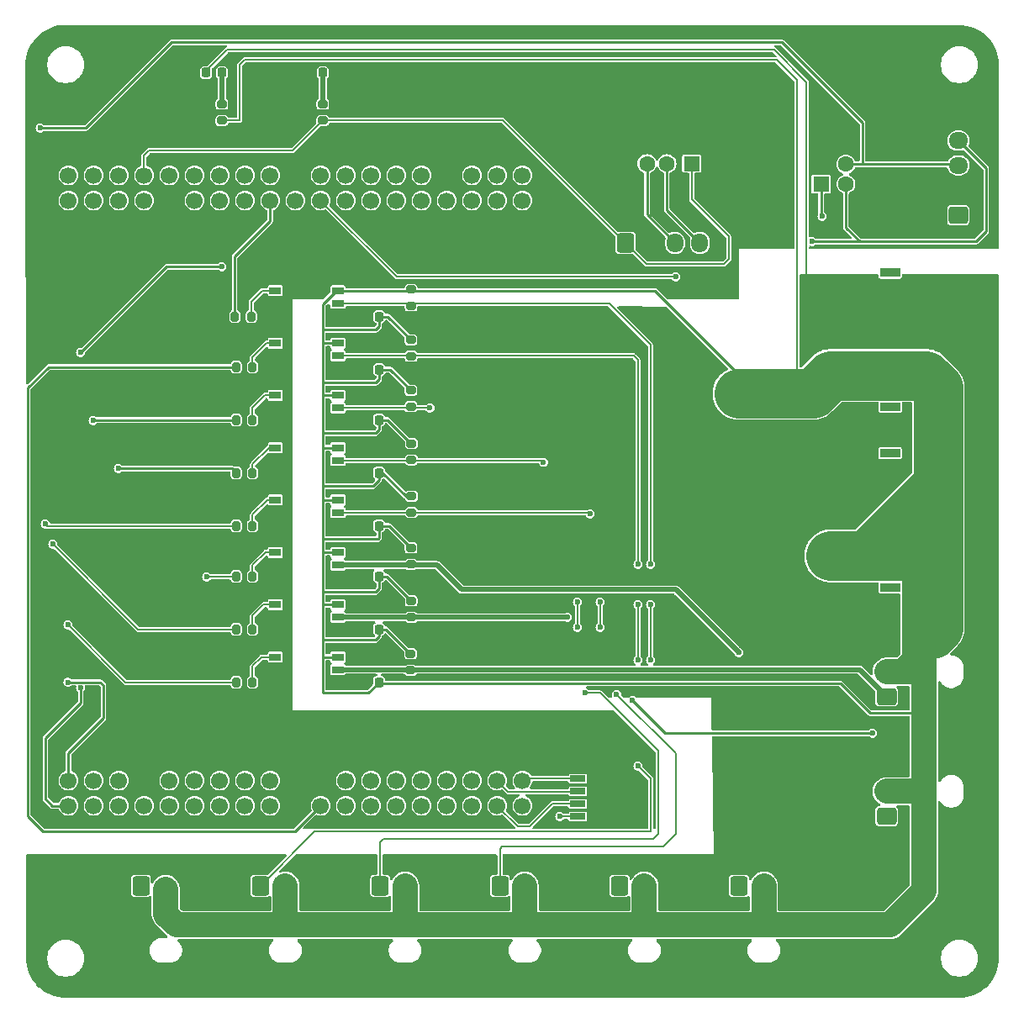
<source format=gtl>
%TF.GenerationSoftware,KiCad,Pcbnew,8.0.3*%
%TF.CreationDate,2024-10-23T14:54:12+09:00*%
%TF.ProjectId,ALTAIR_SERVO_MODULE_V5,414c5441-4952-45f5-9345-52564f5f4d4f,rev?*%
%TF.SameCoordinates,Original*%
%TF.FileFunction,Copper,L1,Top*%
%TF.FilePolarity,Positive*%
%FSLAX46Y46*%
G04 Gerber Fmt 4.6, Leading zero omitted, Abs format (unit mm)*
G04 Created by KiCad (PCBNEW 8.0.3) date 2024-10-23 14:54:12*
%MOMM*%
%LPD*%
G01*
G04 APERTURE LIST*
G04 Aperture macros list*
%AMRoundRect*
0 Rectangle with rounded corners*
0 $1 Rounding radius*
0 $2 $3 $4 $5 $6 $7 $8 $9 X,Y pos of 4 corners*
0 Add a 4 corners polygon primitive as box body*
4,1,4,$2,$3,$4,$5,$6,$7,$8,$9,$2,$3,0*
0 Add four circle primitives for the rounded corners*
1,1,$1+$1,$2,$3*
1,1,$1+$1,$4,$5*
1,1,$1+$1,$6,$7*
1,1,$1+$1,$8,$9*
0 Add four rect primitives between the rounded corners*
20,1,$1+$1,$2,$3,$4,$5,0*
20,1,$1+$1,$4,$5,$6,$7,0*
20,1,$1+$1,$6,$7,$8,$9,0*
20,1,$1+$1,$8,$9,$2,$3,0*%
G04 Aperture macros list end*
%TA.AperFunction,SMDPad,CuDef*%
%ADD10RoundRect,0.200000X-0.275000X0.200000X-0.275000X-0.200000X0.275000X-0.200000X0.275000X0.200000X0*%
%TD*%
%TA.AperFunction,SMDPad,CuDef*%
%ADD11RoundRect,0.200000X0.200000X0.275000X-0.200000X0.275000X-0.200000X-0.275000X0.200000X-0.275000X0*%
%TD*%
%TA.AperFunction,SMDPad,CuDef*%
%ADD12RoundRect,0.218750X-0.218750X-0.256250X0.218750X-0.256250X0.218750X0.256250X-0.218750X0.256250X0*%
%TD*%
%TA.AperFunction,SMDPad,CuDef*%
%ADD13R,1.200000X0.800000*%
%TD*%
%TA.AperFunction,ComponentPad*%
%ADD14RoundRect,0.250000X0.725000X-0.600000X0.725000X0.600000X-0.725000X0.600000X-0.725000X-0.600000X0*%
%TD*%
%TA.AperFunction,ComponentPad*%
%ADD15O,1.950000X1.700000*%
%TD*%
%TA.AperFunction,SMDPad,CuDef*%
%ADD16RoundRect,0.225000X-0.225000X-0.250000X0.225000X-0.250000X0.225000X0.250000X-0.225000X0.250000X0*%
%TD*%
%TA.AperFunction,ComponentPad*%
%ADD17R,2.000000X0.900000*%
%TD*%
%TA.AperFunction,ComponentPad*%
%ADD18RoundRect,1.025000X-1.025000X1.025000X-1.025000X-1.025000X1.025000X-1.025000X1.025000X1.025000X0*%
%TD*%
%TA.AperFunction,ComponentPad*%
%ADD19C,4.100000*%
%TD*%
%TA.AperFunction,ComponentPad*%
%ADD20RoundRect,0.250000X-0.600000X-0.725000X0.600000X-0.725000X0.600000X0.725000X-0.600000X0.725000X0*%
%TD*%
%TA.AperFunction,ComponentPad*%
%ADD21O,1.700000X1.950000*%
%TD*%
%TA.AperFunction,SMDPad,CuDef*%
%ADD22R,1.525000X0.650000*%
%TD*%
%TA.AperFunction,SMDPad,CuDef*%
%ADD23RoundRect,0.250000X-1.000000X1.750000X-1.000000X-1.750000X1.000000X-1.750000X1.000000X1.750000X0*%
%TD*%
%TA.AperFunction,ComponentPad*%
%ADD24R,1.600000X1.500000*%
%TD*%
%TA.AperFunction,ComponentPad*%
%ADD25C,1.600000*%
%TD*%
%TA.AperFunction,ComponentPad*%
%ADD26C,3.000000*%
%TD*%
%TA.AperFunction,ComponentPad*%
%ADD27R,1.600000X1.600000*%
%TD*%
%TA.AperFunction,ComponentPad*%
%ADD28C,4.000000*%
%TD*%
%TA.AperFunction,ComponentPad*%
%ADD29C,1.700000*%
%TD*%
%TA.AperFunction,ViaPad*%
%ADD30C,0.600000*%
%TD*%
%TA.AperFunction,Conductor*%
%ADD31C,0.250000*%
%TD*%
%TA.AperFunction,Conductor*%
%ADD32C,0.200000*%
%TD*%
%TA.AperFunction,Conductor*%
%ADD33C,0.500000*%
%TD*%
%TA.AperFunction,Conductor*%
%ADD34C,5.000000*%
%TD*%
%TA.AperFunction,Conductor*%
%ADD35C,2.540000*%
%TD*%
%TA.AperFunction,Conductor*%
%ADD36C,1.800000*%
%TD*%
G04 APERTURE END LIST*
D10*
%TO.P,R18,1*%
%TO.N,VCC*%
X144735465Y-109349703D03*
%TO.P,R18,2*%
%TO.N,s8*%
X144735465Y-110999703D03*
%TD*%
%TO.P,R17,1*%
%TO.N,VCC*%
X144800381Y-104017475D03*
%TO.P,R17,2*%
%TO.N,s7*%
X144800381Y-105667475D03*
%TD*%
%TO.P,R16,1*%
%TO.N,VCC*%
X144780000Y-98680000D03*
%TO.P,R16,2*%
%TO.N,s6*%
X144780000Y-100330000D03*
%TD*%
%TO.P,R15,1*%
%TO.N,VCC*%
X144818759Y-93457564D03*
%TO.P,R15,2*%
%TO.N,s5*%
X144818759Y-95107564D03*
%TD*%
%TO.P,R14,1*%
%TO.N,VCC*%
X144810269Y-88156080D03*
%TO.P,R14,2*%
%TO.N,s4*%
X144810269Y-89806080D03*
%TD*%
%TO.P,R13,1*%
%TO.N,VCC*%
X144780000Y-82805000D03*
%TO.P,R13,2*%
%TO.N,s3*%
X144780000Y-84455000D03*
%TD*%
%TO.P,R4,1*%
%TO.N,VCC*%
X144780000Y-77725000D03*
%TO.P,R4,2*%
%TO.N,s2*%
X144780000Y-79375000D03*
%TD*%
%TO.P,R2,1*%
%TO.N,VCC*%
X144780000Y-72645000D03*
%TO.P,R2,2*%
%TO.N,s1*%
X144780000Y-74295000D03*
%TD*%
D11*
%TO.P,R10,1*%
%TO.N,Net-(IC6-ANODE)*%
X128828000Y-101541870D03*
%TO.P,R10,2*%
%TO.N,C7*%
X127178000Y-101541870D03*
%TD*%
D12*
%TO.P,LED3,1,K*%
%TO.N,GND1*%
X124155000Y-50800000D03*
%TO.P,LED3,2,A*%
%TO.N,Net-(LED3-A)*%
X125730000Y-50800000D03*
%TD*%
D13*
%TO.P,IC1,1,ANODE*%
%TO.N,Net-(IC1-ANODE)*%
X131114000Y-72781740D03*
%TO.P,IC1,3,CATHODE*%
%TO.N,GND*%
X131114000Y-75321740D03*
%TO.P,IC1,4,GND*%
%TO.N,GND1*%
X137414000Y-75321740D03*
%TO.P,IC1,5,VO*%
%TO.N,s1*%
X137414000Y-74051740D03*
%TO.P,IC1,6,VCC*%
%TO.N,VCC*%
X137414000Y-72781740D03*
%TD*%
D14*
%TO.P,J7,1,Pin_1*%
%TO.N,s7*%
X192680000Y-125690000D03*
D15*
%TO.P,J7,2,Pin_2*%
%TO.N,VCC*%
X192680000Y-123190000D03*
%TO.P,J7,3,Pin_3*%
%TO.N,GND1*%
X192680000Y-120690000D03*
%TD*%
D16*
%TO.P,C15,1,1*%
%TO.N,GND1*%
X140004000Y-91127870D03*
%TO.P,C15,2,2*%
%TO.N,VCC*%
X141554000Y-91127870D03*
%TD*%
D17*
%TO.P,J9,*%
%TO.N,*%
X193040000Y-70955000D03*
X193040000Y-84455000D03*
D18*
%TO.P,J9,1,Pin_1*%
%TO.N,GND1*%
X187040000Y-74105000D03*
D19*
%TO.P,J9,2,Pin_2*%
%TO.N,VCC*%
X187040000Y-81305000D03*
%TD*%
D11*
%TO.P,R6,1*%
%TO.N,Net-(IC2-ANODE)*%
X128828000Y-80459870D03*
%TO.P,R6,2*%
%TO.N,B7*%
X127178000Y-80459870D03*
%TD*%
D20*
%TO.P,J5,1,Pin_1*%
%TO.N,s5*%
X165775000Y-132715000D03*
D21*
%TO.P,J5,2,Pin_2*%
%TO.N,VCC*%
X168275000Y-132715000D03*
%TO.P,J5,3,Pin_3*%
%TO.N,GND1*%
X170775000Y-132715000D03*
%TD*%
D11*
%TO.P,R12,1*%
%TO.N,Net-(IC8-ANODE)*%
X128828000Y-112209870D03*
%TO.P,R12,2*%
%TO.N,C9*%
X127178000Y-112209870D03*
%TD*%
D20*
%TO.P,J4,1,Pin_1*%
%TO.N,s4*%
X153725000Y-132715000D03*
D21*
%TO.P,J4,2,Pin_2*%
%TO.N,VCC*%
X156225000Y-132715000D03*
%TO.P,J4,3,Pin_3*%
%TO.N,GND1*%
X158725000Y-132715000D03*
%TD*%
D16*
%TO.P,C18,1,1*%
%TO.N,GND1*%
X140004000Y-106875870D03*
%TO.P,C18,2,2*%
%TO.N,VCC*%
X141554000Y-106875870D03*
%TD*%
D13*
%TO.P,IC8,1,ANODE*%
%TO.N,Net-(IC8-ANODE)*%
X131114000Y-109662710D03*
%TO.P,IC8,3,CATHODE*%
%TO.N,GND*%
X131114000Y-112202710D03*
%TO.P,IC8,4,GND*%
%TO.N,GND1*%
X137414000Y-112202710D03*
%TO.P,IC8,5,VO*%
%TO.N,s8*%
X137414000Y-110932710D03*
%TO.P,IC8,6,VCC*%
%TO.N,VCC*%
X137414000Y-109662710D03*
%TD*%
D11*
%TO.P,R9,1*%
%TO.N,Net-(IC5-ANODE)*%
X128828000Y-96461870D03*
%TO.P,R9,2*%
%TO.N,C6*%
X127178000Y-96461870D03*
%TD*%
%TO.P,R5,1*%
%TO.N,Net-(IC1-ANODE)*%
X128700000Y-75379870D03*
%TO.P,R5,2*%
%TO.N,B6*%
X127050000Y-75379870D03*
%TD*%
D20*
%TO.P,J3,1,Pin_1*%
%TO.N,s3*%
X141675000Y-132715000D03*
D21*
%TO.P,J3,2,Pin_2*%
%TO.N,VCC*%
X144175000Y-132715000D03*
%TO.P,J3,3,Pin_3*%
%TO.N,GND1*%
X146675000Y-132715000D03*
%TD*%
D10*
%TO.P,R1,1*%
%TO.N,Net-(LED1-A)*%
X135890000Y-53976000D03*
%TO.P,R1,2*%
%TO.N,+5V*%
X135890000Y-55626000D03*
%TD*%
D11*
%TO.P,R7,1*%
%TO.N,Net-(IC3-ANODE)*%
X128828000Y-85793870D03*
%TO.P,R7,2*%
%TO.N,B8*%
X127178000Y-85793870D03*
%TD*%
D16*
%TO.P,C13,1,1*%
%TO.N,GND1*%
X140030000Y-80713870D03*
%TO.P,C13,2,2*%
%TO.N,VCC*%
X141580000Y-80713870D03*
%TD*%
D13*
%TO.P,IC2,1,ANODE*%
%TO.N,Net-(IC2-ANODE)*%
X131114000Y-78050450D03*
%TO.P,IC2,3,CATHODE*%
%TO.N,GND*%
X131114000Y-80590450D03*
%TO.P,IC2,4,GND*%
%TO.N,GND1*%
X137414000Y-80590450D03*
%TO.P,IC2,5,VO*%
%TO.N,s2*%
X137414000Y-79320450D03*
%TO.P,IC2,6,VCC*%
%TO.N,VCC*%
X137414000Y-78050450D03*
%TD*%
D11*
%TO.P,R8,1*%
%TO.N,Net-(IC4-ANODE)*%
X128828000Y-91127870D03*
%TO.P,R8,2*%
%TO.N,B9*%
X127178000Y-91127870D03*
%TD*%
D10*
%TO.P,R3,1*%
%TO.N,Net-(LED3-A)*%
X125730000Y-53976000D03*
%TO.P,R3,2*%
%TO.N,VCC*%
X125730000Y-55626000D03*
%TD*%
D13*
%TO.P,IC3,1,ANODE*%
%TO.N,Net-(IC3-ANODE)*%
X131114000Y-83319160D03*
%TO.P,IC3,3,CATHODE*%
%TO.N,GND*%
X131114000Y-85859160D03*
%TO.P,IC3,4,GND*%
%TO.N,GND1*%
X137414000Y-85859160D03*
%TO.P,IC3,5,VO*%
%TO.N,s3*%
X137414000Y-84589160D03*
%TO.P,IC3,6,VCC*%
%TO.N,VCC*%
X137414000Y-83319160D03*
%TD*%
D16*
%TO.P,C16,1,1*%
%TO.N,GND1*%
X140004000Y-96461870D03*
%TO.P,C16,2,2*%
%TO.N,VCC*%
X141554000Y-96461870D03*
%TD*%
%TO.P,C17,1,1*%
%TO.N,GND1*%
X140004000Y-101541870D03*
%TO.P,C17,2,2*%
%TO.N,VCC*%
X141554000Y-101541870D03*
%TD*%
%TO.P,C19,1,1*%
%TO.N,GND1*%
X140004000Y-112209870D03*
%TO.P,C19,2,2*%
%TO.N,VCC*%
X141554000Y-112209870D03*
%TD*%
D20*
%TO.P,J1,1,Pin_1*%
%TO.N,s1*%
X117575000Y-132715000D03*
D21*
%TO.P,J1,2,Pin_2*%
%TO.N,VCC*%
X120075000Y-132715000D03*
%TO.P,J1,3,Pin_3*%
%TO.N,GND1*%
X122575000Y-132715000D03*
%TD*%
D16*
%TO.P,C12,1,1*%
%TO.N,GND1*%
X140030000Y-75379870D03*
%TO.P,C12,2,2*%
%TO.N,VCC*%
X141580000Y-75379870D03*
%TD*%
D22*
%TO.P,S2,1,1*%
%TO.N,Net-(U2-PC0(PB9))*%
X161581000Y-121920000D03*
%TO.P,S2,2,2*%
%TO.N,Net-(U2-PC1(PB9))*%
X161581000Y-123190000D03*
%TO.P,S2,3,3*%
%TO.N,Net-(U2-PC2)*%
X161581000Y-124460000D03*
%TO.P,S2,4,4*%
%TO.N,Net-(U2-PC3)*%
X161581000Y-125730000D03*
%TO.P,S2,5,5*%
%TO.N,GND*%
X167005000Y-125730000D03*
%TO.P,S2,6,6*%
X167005000Y-124460000D03*
%TO.P,S2,7,7*%
X167005000Y-123190000D03*
%TO.P,S2,8,8*%
X167005000Y-121920000D03*
%TD*%
D23*
%TO.P,C9,1*%
%TO.N,VCC*%
X177800000Y-83122000D03*
%TO.P,C9,2*%
%TO.N,GND1*%
X177800000Y-91122000D03*
%TD*%
D16*
%TO.P,C14,1,1*%
%TO.N,GND1*%
X140004000Y-85793870D03*
%TO.P,C14,2,2*%
%TO.N,VCC*%
X141554000Y-85793870D03*
%TD*%
D20*
%TO.P,J6,1,Pin_1*%
%TO.N,s6*%
X177815000Y-132715000D03*
D21*
%TO.P,J6,2,Pin_2*%
%TO.N,VCC*%
X180315000Y-132715000D03*
%TO.P,J6,3,Pin_3*%
%TO.N,GND1*%
X182815000Y-132715000D03*
%TD*%
D24*
%TO.P,J11,1,VBUS*%
%TO.N,+5V*%
X173045000Y-59970000D03*
D25*
%TO.P,J11,2,D-*%
%TO.N,A10*%
X170545000Y-59970000D03*
%TO.P,J11,3,D+*%
%TO.N,A9*%
X168545000Y-59970000D03*
%TO.P,J11,4,GND*%
%TO.N,GND*%
X166045000Y-59970000D03*
D26*
%TO.P,J11,5,Shield*%
X176115000Y-57260000D03*
X162975000Y-57260000D03*
%TD*%
D13*
%TO.P,IC5,1,ANODE*%
%TO.N,Net-(IC5-ANODE)*%
X131114000Y-93856580D03*
%TO.P,IC5,3,CATHODE*%
%TO.N,GND*%
X131114000Y-96396580D03*
%TO.P,IC5,4,GND*%
%TO.N,GND1*%
X137414000Y-96396580D03*
%TO.P,IC5,5,VO*%
%TO.N,s5*%
X137414000Y-95126580D03*
%TO.P,IC5,6,VCC*%
%TO.N,VCC*%
X137414000Y-93856580D03*
%TD*%
D27*
%TO.P,J12,1,VBUS*%
%TO.N,+5V*%
X186075000Y-62032500D03*
D25*
%TO.P,J12,2,D-*%
%TO.N,C10*%
X188575000Y-62032500D03*
%TO.P,J12,3,D+*%
%TO.N,C11*%
X188575000Y-60032500D03*
%TO.P,J12,4,GND*%
%TO.N,GND*%
X186075000Y-60032500D03*
D28*
%TO.P,J12,5,Shield*%
X181325000Y-57172500D03*
X193325000Y-57172500D03*
%TD*%
D13*
%TO.P,IC6,1,ANODE*%
%TO.N,Net-(IC6-ANODE)*%
X131114000Y-99125290D03*
%TO.P,IC6,3,CATHODE*%
%TO.N,GND*%
X131114000Y-101665290D03*
%TO.P,IC6,4,GND*%
%TO.N,GND1*%
X137414000Y-101665290D03*
%TO.P,IC6,5,VO*%
%TO.N,s6*%
X137414000Y-100395290D03*
%TO.P,IC6,6,VCC*%
%TO.N,VCC*%
X137414000Y-99125290D03*
%TD*%
D20*
%TO.P,J2,1,Pin_1*%
%TO.N,s2*%
X129625000Y-132715000D03*
D21*
%TO.P,J2,2,Pin_2*%
%TO.N,VCC*%
X132125000Y-132715000D03*
%TO.P,J2,3,Pin_3*%
%TO.N,GND1*%
X134625000Y-132715000D03*
%TD*%
D13*
%TO.P,IC4,1,ANODE*%
%TO.N,Net-(IC4-ANODE)*%
X131114000Y-88587870D03*
%TO.P,IC4,3,CATHODE*%
%TO.N,GND*%
X131114000Y-91127870D03*
%TO.P,IC4,4,GND*%
%TO.N,GND1*%
X137414000Y-91127870D03*
%TO.P,IC4,5,VO*%
%TO.N,s4*%
X137414000Y-89857870D03*
%TO.P,IC4,6,VCC*%
%TO.N,VCC*%
X137414000Y-88587870D03*
%TD*%
D20*
%TO.P,J13,1,Pin_1*%
%TO.N,+5V*%
X166370000Y-67945000D03*
D21*
%TO.P,J13,2,Pin_2*%
%TO.N,GND*%
X168870000Y-67945000D03*
%TO.P,J13,3,Pin_3*%
%TO.N,A9*%
X171370000Y-67945000D03*
%TO.P,J13,4,Pin_4*%
%TO.N,A10*%
X173870000Y-67945000D03*
%TD*%
D14*
%TO.P,J8,1,Pin_1*%
%TO.N,s8*%
X192680000Y-113640000D03*
D15*
%TO.P,J8,2,Pin_2*%
%TO.N,VCC*%
X192680000Y-111140000D03*
%TO.P,J8,3,Pin_3*%
%TO.N,GND1*%
X192680000Y-108640000D03*
%TD*%
D12*
%TO.P,LED1,1,K*%
%TO.N,GND*%
X134315000Y-50800000D03*
%TO.P,LED1,2,A*%
%TO.N,Net-(LED1-A)*%
X135890000Y-50800000D03*
%TD*%
D13*
%TO.P,IC7,1,ANODE*%
%TO.N,Net-(IC7-ANODE)*%
X131114000Y-104394000D03*
%TO.P,IC7,3,CATHODE*%
%TO.N,GND*%
X131114000Y-106934000D03*
%TO.P,IC7,4,GND*%
%TO.N,GND1*%
X137414000Y-106934000D03*
%TO.P,IC7,5,VO*%
%TO.N,s7*%
X137414000Y-105664000D03*
%TO.P,IC7,6,VCC*%
%TO.N,VCC*%
X137414000Y-104394000D03*
%TD*%
D29*
%TO.P,U2,1,RESET*%
%TO.N,unconnected-(U2-RESET-Pad1)*%
X125520786Y-122104214D03*
%TO.P,U2,2,BOOT0*%
%TO.N,unconnected-(U2-BOOT0-Pad2)*%
X117900786Y-124644214D03*
%TO.P,U2,3,IOREF*%
%TO.N,unconnected-(U2-IOREF-Pad3)*%
X122980786Y-122104214D03*
%TO.P,U2,4,AVDD*%
%TO.N,unconnected-(U2-AVDD-Pad4)*%
X117900786Y-63684214D03*
%TO.P,U2,5,VDD*%
%TO.N,unconnected-(U2-VDD-Pad5)*%
X115360786Y-124644214D03*
%TO.P,U2,6,VBAT*%
%TO.N,unconnected-(U2-VBAT-Pad6)*%
X150920786Y-124644214D03*
%TO.P,U2,7,VIN*%
%TO.N,unconnected-(U2-VIN-Pad7)*%
X138220786Y-122104214D03*
%TO.P,U2,8,U5V*%
%TO.N,+5V*%
X117900786Y-61144214D03*
%TO.P,U2,9,E5V*%
X115360786Y-122104214D03*
%TO.P,U2,10,+5V*%
X130600786Y-122104214D03*
%TO.P,U2,11,+3V3*%
%TO.N,+3.3V*%
X128060786Y-122104214D03*
%TO.P,U2,12,PA0(TIM2_CH1/TIM5_CH1/UART4_TX)*%
%TO.N,unconnected-(U2-PA0(TIM2_CH1{slash}TIM5_CH1{slash}UART4_TX)-Pad12)*%
X143300786Y-122104214D03*
%TO.P,U2,13,PA1(TIM2_CH2/TIM5CH2/UART4_RX)*%
%TO.N,unconnected-(U2-PA1(TIM2_CH2{slash}TIM5CH2{slash}UART4_RX)-Pad13)*%
X145840786Y-122104214D03*
%TO.P,U2,14,PA2(TIM2_CH3/TIM5_CH3/TIM9_CH1/USART2_TX)*%
%TO.N,unconnected-(U2-PA2(TIM2_CH3{slash}TIM5_CH3{slash}TIM9_CH1{slash}USART2_TX)-Pad14)*%
X153460786Y-63684214D03*
%TO.P,U2,15,PA3(TIM2_CH4/TIM5_CH4/TIM9_CH2/USART2_RX)*%
%TO.N,unconnected-(U2-PA3(TIM2_CH4{slash}TIM5_CH4{slash}TIM9_CH2{slash}USART2_RX)-Pad15)*%
X156000786Y-63684214D03*
%TO.P,U2,16,PA4*%
%TO.N,unconnected-(U2-PA4-Pad16)*%
X148380786Y-122104214D03*
%TO.P,U2,17,PA5(TIM2_CH1)*%
%TO.N,unconnected-(U2-PA5(TIM2_CH1)-Pad17)*%
X122980786Y-63684214D03*
%TO.P,U2,18,PA6(TIM3_CH1/TIM13_CH1)*%
%TO.N,unconnected-(U2-PA6(TIM3_CH1{slash}TIM13_CH1)-Pad18)*%
X125520786Y-63684214D03*
%TO.P,U2,19,PA7(TIM3_CH2/TIM14_CH1)*%
%TO.N,unconnected-(U2-PA7(TIM3_CH2{slash}TIM14_CH1)-Pad19)*%
X128060786Y-63684214D03*
%TO.P,U2,20,PA8(TIM1_CH1/12C3_SCL)*%
%TO.N,unconnected-(U2-PA8(TIM1_CH1{slash}12C3_SCL)-Pad20)*%
X138220786Y-63684214D03*
%TO.P,U2,21,PA9(TIM1_CH2/USART1_TX)*%
%TO.N,A9*%
X135680786Y-63684214D03*
%TO.P,U2,22,PA10(TIM1_CH3/USART1_RX)*%
%TO.N,A10*%
X150920786Y-63684214D03*
%TO.P,U2,23,PA11(TIM1_CH4/CAN1_RX)*%
%TO.N,unconnected-(U2-PA11(TIM1_CH4{slash}CAN1_RX)-Pad23)*%
X125520786Y-61144214D03*
%TO.P,U2,24,PA12(CAN1_TX)*%
%TO.N,unconnected-(U2-PA12(CAN1_TX)-Pad24)*%
X122980786Y-61144214D03*
%TO.P,U2,25,PA13(JTCK-SWDIO)*%
%TO.N,unconnected-(U2-PA13(JTCK-SWDIO)-Pad25)*%
X125520786Y-124644214D03*
%TO.P,U2,26,PA14(JTCK-SWCLK)*%
%TO.N,unconnected-(U2-PA14(JTCK-SWCLK)-Pad26)*%
X128060786Y-124644214D03*
%TO.P,U2,27,PA15(TIM2_CH1)*%
%TO.N,unconnected-(U2-PA15(TIM2_CH1)-Pad27)*%
X130600786Y-124644214D03*
%TO.P,U2,28,PD2(UART5_RX)*%
%TO.N,unconnected-(U2-PD2(UART5_RX)-Pad28)*%
X112820786Y-122104214D03*
%TO.P,U2,29,PH0*%
%TO.N,unconnected-(U2-PH0-Pad29)*%
X145840786Y-124644214D03*
%TO.P,U2,30,PH1*%
%TO.N,unconnected-(U2-PH1-Pad30)*%
X148380786Y-124644214D03*
%TO.P,U2,31,(TIM3_CH3)PB0*%
%TO.N,unconnected-(U2-(TIM3_CH3)PB0-Pad31)*%
X150920786Y-122104214D03*
%TO.P,U2,32,(TIM3_CH4)PB1*%
%TO.N,unconnected-(U2-(TIM3_CH4)PB1-Pad32)*%
X138220786Y-61144214D03*
%TO.P,U2,33,(TIM2_CH4)PB2*%
%TO.N,unconnected-(U2-(TIM2_CH4)PB2-Pad33)*%
X135680786Y-61144214D03*
%TO.P,U2,34,(TIM3_CH1/12C2_SDA)PB3*%
%TO.N,unconnected-(U2-(TIM3_CH1{slash}12C2_SDA)PB3-Pad34)*%
X148380786Y-63684214D03*
%TO.P,U2,35,(TIM3_CH1/12C3_SDA)PB4*%
%TO.N,unconnected-(U2-(TIM3_CH1{slash}12C3_SDA)PB4-Pad35)*%
X143300786Y-63684214D03*
%TO.P,U2,36,(TIM3_CH2/CAN2_RX)PB5*%
%TO.N,unconnected-(U2-(TIM3_CH2{slash}CAN2_RX)PB5-Pad36)*%
X145840786Y-63684214D03*
%TO.P,U2,37,(TIM4_CH1/12C1_SCL/USART1_TX/CAN2_TX)PB6*%
%TO.N,B6*%
X130600786Y-63684214D03*
%TO.P,U2,38,(TIM4_CH2/12C1_SDA/USART1_RX)PB7*%
%TO.N,B7*%
X135680786Y-124644214D03*
%TO.P,U2,39,(TIM2_CH1/TIM4_CH3/TIM10_CH1/12C1_SCL/CAN1_RX)PB8*%
%TO.N,B8*%
X112820786Y-63684214D03*
%TO.P,U2,40,(TIM2_CH2/TIM4_CH4/TIM11_CH1/12C1_SDA/CAN1_TX)PB9*%
%TO.N,B9*%
X115360786Y-63684214D03*
%TO.P,U2,41,(TIM_2CH3/12C2_SCL/USART3_RX)PB10*%
%TO.N,unconnected-(U2-(TIM_2CH3{slash}12C2_SCL{slash}USART3_RX)PB10-Pad41)*%
X140760786Y-63684214D03*
%TO.P,U2,42,(CAN2_RX)PB12*%
%TO.N,unconnected-(U2-(CAN2_RX)PB12-Pad42)*%
X128060786Y-61144214D03*
%TO.P,U2,43,(CAN2_TX)PB13*%
%TO.N,unconnected-(U2-(CAN2_TX)PB13-Pad43)*%
X145840786Y-61144214D03*
%TO.P,U2,44,(TIM12_CH1)PB14*%
%TO.N,unconnected-(U2-(TIM12_CH1)PB14-Pad44)*%
X143300786Y-61144214D03*
%TO.P,U2,45,(TIM12_CH2)PB15*%
%TO.N,unconnected-(U2-(TIM12_CH2)PB15-Pad45)*%
X140760786Y-61144214D03*
%TO.P,U2,46,PC0(PB9)*%
%TO.N,Net-(U2-PC0(PB9))*%
X156000786Y-122104214D03*
%TO.P,U2,47,PC1(PB9)*%
%TO.N,Net-(U2-PC1(PB9))*%
X153460786Y-122104214D03*
%TO.P,U2,48,PC2*%
%TO.N,Net-(U2-PC2)*%
X153460786Y-124644214D03*
%TO.P,U2,49,PC3*%
%TO.N,Net-(U2-PC3)*%
X156000786Y-124644214D03*
%TO.P,U2,50,PC4*%
%TO.N,unconnected-(U2-PC4-Pad50)*%
X150920786Y-61144214D03*
%TO.P,U2,51,(USART3_RX)PC5*%
%TO.N,unconnected-(U2-(USART3_RX)PC5-Pad51)*%
X115360786Y-61144214D03*
%TO.P,U2,52,(TIM3_CH1/TIM8_CH1/USART6_TX)PC6*%
%TO.N,C6*%
X112820786Y-61144214D03*
%TO.P,U2,53,(TIM3_CH2/TIM8_CH2/USART6_RX)PC7*%
%TO.N,C7*%
X133140786Y-63684214D03*
%TO.P,U2,54,(TIM3_CH3/TIM8_CH3)PC8*%
%TO.N,C8*%
X110280786Y-61144214D03*
%TO.P,U2,55,(TIM3_CH4/TIM8_CH4/12C3_SDA)PC9*%
%TO.N,C9*%
X110280786Y-63684214D03*
%TO.P,U2,56,(USART3_TX/UART4_TX)PC10*%
%TO.N,C10*%
X110280786Y-124644214D03*
%TO.P,U2,57,(USART3_RX/UART4_RX)PC11*%
%TO.N,C11*%
X110280786Y-122104214D03*
%TO.P,U2,58,(12C2_SDA/UART5_TX)PC12*%
%TO.N,unconnected-(U2-(12C2_SDA{slash}UART5_TX)PC12-Pad58)*%
X112820786Y-124644214D03*
%TO.P,U2,59,PC13*%
%TO.N,unconnected-(U2-PC13-Pad59)*%
X138220786Y-124644214D03*
%TO.P,U2,60,PC14*%
%TO.N,unconnected-(U2-PC14-Pad60)*%
X140760786Y-124644214D03*
%TO.P,U2,61,PC15*%
%TO.N,unconnected-(U2-PC15-Pad61)*%
X143300786Y-124644214D03*
%TO.P,U2,62,GND*%
%TO.N,GND*%
X133140786Y-124644214D03*
X117900786Y-122104214D03*
X133140786Y-122104214D03*
X135680786Y-122104214D03*
X120440786Y-63684214D03*
X133140786Y-61144214D03*
X148380786Y-61144214D03*
%TO.P,U2,63*%
%TO.N,N/C*%
X122980786Y-124644214D03*
%TO.P,U2,64*%
X120440786Y-122104214D03*
%TO.P,U2,65*%
X120440786Y-124644214D03*
%TO.P,U2,66*%
X140760786Y-122104214D03*
%TO.P,U2,67*%
X120440786Y-61144214D03*
%TO.P,U2,68*%
X130600786Y-61144214D03*
%TO.P,U2,69*%
X153460786Y-61144214D03*
%TO.P,U2,70*%
X156000786Y-61144214D03*
%TD*%
D11*
%TO.P,R11,1*%
%TO.N,Net-(IC7-ANODE)*%
X128828000Y-106875870D03*
%TO.P,R11,2*%
%TO.N,C8*%
X127178000Y-106875870D03*
%TD*%
D14*
%TO.P,J14,1,Pin_1*%
%TO.N,+5V*%
X199898000Y-65158000D03*
D15*
%TO.P,J14,2,Pin_2*%
%TO.N,GND*%
X199898000Y-62658000D03*
%TO.P,J14,3,Pin_3*%
%TO.N,C11*%
X199898000Y-60158000D03*
%TO.P,J14,4,Pin_4*%
%TO.N,C10*%
X199898000Y-57658000D03*
%TD*%
D17*
%TO.P,J15,*%
%TO.N,*%
X193040000Y-89135000D03*
X193040000Y-102635000D03*
D18*
%TO.P,J15,1,Pin_1*%
%TO.N,GND1*%
X187040000Y-92285000D03*
D19*
%TO.P,J15,2,Pin_2*%
%TO.N,VCC*%
X187040000Y-99485000D03*
%TD*%
D30*
%TO.N,GND*%
X157480000Y-116840000D03*
X119380000Y-99060000D03*
X119380000Y-76200000D03*
X114300000Y-71120000D03*
X137160000Y-68580000D03*
X116840000Y-116840000D03*
X111760000Y-73660000D03*
X124460000Y-109220000D03*
X165100000Y-119380000D03*
X144780000Y-66040000D03*
X121920000Y-73660000D03*
X137160000Y-116840000D03*
X124460000Y-66040000D03*
X160020000Y-119380000D03*
X114300000Y-93980000D03*
X142240000Y-68580000D03*
X111760000Y-68580000D03*
X119380000Y-93980000D03*
X114300000Y-99060000D03*
X134620000Y-119380000D03*
X124460000Y-119380000D03*
X121920000Y-78740000D03*
X121920000Y-91440000D03*
X116840000Y-68580000D03*
X121920000Y-101600000D03*
X127000000Y-78740000D03*
X116840000Y-101600000D03*
X139700000Y-66040000D03*
X142240000Y-116840000D03*
X144780000Y-119380000D03*
X114300000Y-83820000D03*
X147320000Y-68580000D03*
X124460000Y-114300000D03*
X119380000Y-104140000D03*
X114300000Y-66040000D03*
X129540000Y-114300000D03*
X129540000Y-119380000D03*
X152400000Y-68580000D03*
X114300000Y-88900000D03*
X116840000Y-91440000D03*
X119380000Y-88900000D03*
X119380000Y-114300000D03*
X132080000Y-116840000D03*
X116840000Y-78740000D03*
X149860000Y-119380000D03*
X121920000Y-68580000D03*
X119380000Y-109220000D03*
X139700000Y-119380000D03*
X114300000Y-109220000D03*
X147320000Y-116840000D03*
X119380000Y-83820000D03*
X152400000Y-116840000D03*
X154940000Y-119380000D03*
X134620000Y-66040000D03*
X162560000Y-116840000D03*
X127000000Y-116840000D03*
X119380000Y-66040000D03*
X149860000Y-66040000D03*
X121920000Y-116840000D03*
%TO.N,GND1*%
X180340000Y-142240000D03*
X198120000Y-76200000D03*
X149860000Y-96520000D03*
X154940000Y-142240000D03*
X106680000Y-134620000D03*
X200660000Y-132080000D03*
X144780000Y-91440000D03*
X152400000Y-104140000D03*
X147320000Y-78740000D03*
X182880000Y-104140000D03*
X147320000Y-104140000D03*
X154940000Y-111760000D03*
X144780000Y-101600000D03*
X203200000Y-83820000D03*
X190500000Y-142240000D03*
X180340000Y-121920000D03*
X203200000Y-104140000D03*
X144780000Y-86360000D03*
X203200000Y-114300000D03*
X182880000Y-129540000D03*
X180340000Y-101600000D03*
X165100000Y-142240000D03*
X154940000Y-76200000D03*
X157480000Y-104140000D03*
X172720000Y-93980000D03*
X203200000Y-129540000D03*
X147320000Y-109220000D03*
X195580000Y-76200000D03*
X154940000Y-106680000D03*
X187960000Y-129540000D03*
X190500000Y-127000000D03*
X187960000Y-119380000D03*
X114300000Y-132080000D03*
X119380000Y-142240000D03*
X177800000Y-99060000D03*
X187960000Y-124460000D03*
X195580000Y-137160000D03*
X139700000Y-142240000D03*
X144780000Y-81280000D03*
X157480000Y-99060000D03*
X147320000Y-93980000D03*
X152400000Y-93980000D03*
X182880000Y-99060000D03*
X138684000Y-106934000D03*
X138684000Y-75438000D03*
X203200000Y-124460000D03*
X116840000Y-139700000D03*
X180340000Y-106680000D03*
X198120000Y-73660000D03*
X149860000Y-81280000D03*
X147320000Y-88900000D03*
X182880000Y-93980000D03*
X147320000Y-99060000D03*
X193040000Y-73660000D03*
X154940000Y-101600000D03*
X177800000Y-93980000D03*
X157480000Y-109220000D03*
X157480000Y-78740000D03*
X185420000Y-106680000D03*
X180340000Y-96520000D03*
X134620000Y-142240000D03*
X177800000Y-104140000D03*
X147320000Y-83820000D03*
X124460000Y-142240000D03*
X182880000Y-139700000D03*
X127000000Y-139700000D03*
X172720000Y-139700000D03*
X182880000Y-119380000D03*
X185420000Y-121920000D03*
X198120000Y-134620000D03*
X154940000Y-86360000D03*
X170180000Y-142240000D03*
X157480000Y-88900000D03*
X142240000Y-139700000D03*
X149860000Y-91440000D03*
X152400000Y-83820000D03*
X149860000Y-76200000D03*
X203200000Y-119380000D03*
X157480000Y-93980000D03*
X200660000Y-127000000D03*
X138684000Y-80518000D03*
X175260000Y-96520000D03*
X185420000Y-96520000D03*
X193040000Y-129540000D03*
X182880000Y-124460000D03*
X185420000Y-111760000D03*
X138684000Y-90932000D03*
X193040000Y-76200000D03*
X109220000Y-137160000D03*
X138684000Y-112268000D03*
X154940000Y-96520000D03*
X160020000Y-142240000D03*
X144780000Y-142240000D03*
X182880000Y-109220000D03*
X203200000Y-99060000D03*
X187960000Y-139700000D03*
X203200000Y-134620000D03*
X138684000Y-101600000D03*
X114300000Y-137160000D03*
X203200000Y-73660000D03*
X175260000Y-142240000D03*
X172720000Y-99060000D03*
X162560000Y-139700000D03*
X172720000Y-109220000D03*
X149860000Y-111760000D03*
X177800000Y-139700000D03*
X154940000Y-81280000D03*
X175260000Y-101600000D03*
X152400000Y-99060000D03*
X190500000Y-106680000D03*
X203200000Y-93980000D03*
X137160000Y-139700000D03*
X152400000Y-109220000D03*
X195580000Y-73660000D03*
X138684000Y-85852000D03*
X149860000Y-106680000D03*
X190500000Y-76200000D03*
X152400000Y-78740000D03*
X149860000Y-101600000D03*
X152400000Y-88900000D03*
X185420000Y-142240000D03*
X129540000Y-142240000D03*
X187960000Y-109220000D03*
X180340000Y-111760000D03*
X203200000Y-109220000D03*
X147320000Y-139700000D03*
X109220000Y-132080000D03*
X190500000Y-132080000D03*
X144780000Y-106680000D03*
X187960000Y-114300000D03*
X185420000Y-127000000D03*
X152400000Y-139700000D03*
X193040000Y-139700000D03*
X114300000Y-142240000D03*
X111760000Y-134620000D03*
X154940000Y-91440000D03*
X190500000Y-73660000D03*
X200660000Y-121920000D03*
X138684000Y-96520000D03*
X180340000Y-127000000D03*
X203200000Y-88900000D03*
X149860000Y-86360000D03*
X144780000Y-76200000D03*
X203200000Y-78740000D03*
X182880000Y-114300000D03*
X157480000Y-83820000D03*
X190500000Y-121920000D03*
X175260000Y-111760000D03*
X149860000Y-142240000D03*
X144780000Y-96520000D03*
%TO.N,s1*%
X168910000Y-109982000D03*
X168910000Y-104394000D03*
X168910000Y-100330000D03*
%TO.N,s2*%
X167640000Y-120650000D03*
X167640000Y-100330000D03*
X167640000Y-109982000D03*
X167640000Y-104394000D03*
%TO.N,s3*%
X146685000Y-84582000D03*
X162306000Y-113284000D03*
%TO.N,s4*%
X161544000Y-104140000D03*
X161544000Y-106680000D03*
X158115000Y-90043000D03*
X165481000Y-113411000D03*
%TO.N,s5*%
X163830000Y-104140000D03*
X163830000Y-106680000D03*
X162814000Y-95250000D03*
%TO.N,s6*%
X177800000Y-109220000D03*
%TO.N,s7*%
X160528000Y-105664000D03*
%TO.N,B8*%
X112776000Y-85852000D03*
%TO.N,B9*%
X115316000Y-90678000D03*
%TO.N,C6*%
X107950000Y-96266000D03*
%TO.N,C7*%
X124206000Y-101600000D03*
%TO.N,C8*%
X108712000Y-98298000D03*
%TO.N,C9*%
X110236000Y-106426000D03*
%TO.N,C10*%
X185166000Y-67818000D03*
X111506000Y-112776000D03*
X125730000Y-70358000D03*
X111506000Y-78994000D03*
%TO.N,C11*%
X110236000Y-112198600D03*
X107442000Y-56388000D03*
%TO.N,+5V*%
X167088100Y-114046000D03*
X191262000Y-117348000D03*
X186182000Y-65278000D03*
%TO.N,A9*%
X171450000Y-71374000D03*
%TO.N,Net-(U2-PC3)*%
X159766000Y-125730000D03*
%TD*%
D31*
%TO.N,VCC*%
X142434870Y-75379870D02*
X144780000Y-77725000D01*
X141580000Y-75379870D02*
X142434870Y-75379870D01*
X142688870Y-80713870D02*
X144780000Y-82805000D01*
X141580000Y-80713870D02*
X142688870Y-80713870D01*
X142448059Y-85793870D02*
X144810269Y-88156080D01*
X141554000Y-85793870D02*
X142448059Y-85793870D01*
X141927870Y-91127870D02*
X144257564Y-93457564D01*
X141554000Y-91127870D02*
X141927870Y-91127870D01*
X144257564Y-93457564D02*
X144818759Y-93457564D01*
X142561870Y-96461870D02*
X144780000Y-98680000D01*
X141554000Y-96461870D02*
X142561870Y-96461870D01*
X142324776Y-101541870D02*
X144800381Y-104017475D01*
X141554000Y-101541870D02*
X142324776Y-101541870D01*
X142261632Y-106875870D02*
X144735465Y-109349703D01*
X141554000Y-106875870D02*
X142261632Y-106875870D01*
D32*
%TO.N,s3*%
X146685000Y-84582000D02*
X146677840Y-84589160D01*
X146677840Y-84589160D02*
X137414000Y-84589160D01*
D33*
%TO.N,GND*%
X131055870Y-75379870D02*
X131114000Y-75321740D01*
X130990580Y-101541870D02*
X131114000Y-101665290D01*
X131048710Y-96461870D02*
X131114000Y-96396580D01*
X131106840Y-112209870D02*
X131114000Y-112202710D01*
X130983420Y-80459870D02*
X131114000Y-80590450D01*
X131048710Y-85793870D02*
X131114000Y-85859160D01*
X131055870Y-106875870D02*
X131114000Y-106934000D01*
D31*
%TO.N,VCC*%
X135890000Y-92456000D02*
X135890000Y-93980000D01*
D34*
X197866000Y-86614000D02*
X197866000Y-106750699D01*
X185223000Y-83122000D02*
X182372000Y-83122000D01*
D31*
X135955290Y-109662710D02*
X135890000Y-109728000D01*
X135890000Y-93856580D02*
X135890000Y-93980000D01*
D35*
X168275000Y-132715000D02*
X168275000Y-136271000D01*
D31*
X135890000Y-82042000D02*
X135890000Y-83312000D01*
D34*
X197866000Y-98044000D02*
X196425000Y-99485000D01*
X196644800Y-81305000D02*
X197866000Y-82526200D01*
D31*
X141478000Y-97790000D02*
X135890000Y-97790000D01*
D34*
X197866000Y-106750699D02*
X197266349Y-107350350D01*
D35*
X168275000Y-136271000D02*
X168656000Y-136652000D01*
X195462400Y-105546401D02*
X195462400Y-109987600D01*
D34*
X194564000Y-99485000D02*
X191262000Y-99485000D01*
D35*
X180315000Y-136423000D02*
X180086000Y-136652000D01*
D31*
X137414000Y-72781740D02*
X137214000Y-72781740D01*
X135890000Y-103124000D02*
X135890000Y-104394000D01*
X141580000Y-75379870D02*
X141580000Y-76352000D01*
D35*
X196425000Y-106934000D02*
X196425000Y-107696000D01*
X132125000Y-132715000D02*
X132125000Y-136099000D01*
D31*
X141554000Y-97714000D02*
X141478000Y-97790000D01*
X141554000Y-112209870D02*
X141681530Y-112337400D01*
D35*
X195462400Y-105546401D02*
X197266349Y-107350350D01*
X196425000Y-110998000D02*
X196425000Y-115316000D01*
D31*
X141554000Y-101541870D02*
X141554000Y-102794000D01*
D35*
X196283000Y-111140000D02*
X196425000Y-110998000D01*
D31*
X135890000Y-93980000D02*
X135890000Y-97790000D01*
X169301740Y-72781740D02*
X177800000Y-81280000D01*
D35*
X196425000Y-107696000D02*
X197612000Y-107696000D01*
D31*
X141224000Y-107950000D02*
X135890000Y-107950000D01*
D34*
X185223000Y-83122000D02*
X187040000Y-81305000D01*
D31*
X191008000Y-115316000D02*
X196425000Y-115316000D01*
D35*
X196425000Y-106934000D02*
X196425000Y-101346000D01*
D34*
X191262000Y-99485000D02*
X187040000Y-99485000D01*
D35*
X196425000Y-133267000D02*
X193040000Y-136652000D01*
X120075000Y-135569000D02*
X120075000Y-133030400D01*
X196425000Y-101725200D02*
X196425000Y-106934000D01*
X156225000Y-136637000D02*
X156210000Y-136652000D01*
D31*
X140970000Y-92456000D02*
X135890000Y-92456000D01*
X188029400Y-112337400D02*
X191008000Y-115316000D01*
X141554000Y-85793870D02*
X141554000Y-86792000D01*
X137414000Y-104394000D02*
X135890000Y-104394000D01*
X135890000Y-104394000D02*
X135890000Y-107950000D01*
X141224000Y-76708000D02*
X135890000Y-76708000D01*
D34*
X197866000Y-92202000D02*
X197866000Y-98044000D01*
X197866000Y-82526200D02*
X197866000Y-86614000D01*
D31*
X141554000Y-106875870D02*
X141554000Y-107620000D01*
D35*
X194184800Y-99485000D02*
X196425000Y-101725200D01*
D36*
X120075000Y-133030400D02*
X120075000Y-132715000D01*
D35*
X195462400Y-100383400D02*
X195462400Y-105546401D01*
X131572000Y-136652000D02*
X121158000Y-136652000D01*
D34*
X182372000Y-83122000D02*
X177800000Y-83122000D01*
X191262000Y-99485000D02*
X191262000Y-98806000D01*
D32*
X181610000Y-49530000D02*
X183642000Y-51562000D01*
D31*
X137414000Y-78050450D02*
X135962450Y-78050450D01*
X135890000Y-83312000D02*
X135890000Y-87122000D01*
X141554000Y-86792000D02*
X141224000Y-87122000D01*
X141681530Y-112337400D02*
X188029400Y-112337400D01*
D35*
X195462400Y-109987600D02*
X194310000Y-111140000D01*
D31*
X135890000Y-107950000D02*
X135890000Y-109474000D01*
D35*
X198628000Y-106680000D02*
X198628000Y-98806000D01*
X196425000Y-107696000D02*
X196425000Y-109040331D01*
D34*
X196425000Y-99485000D02*
X194564000Y-99485000D01*
D31*
X135890000Y-77978000D02*
X135890000Y-82042000D01*
D35*
X156225000Y-132715000D02*
X156225000Y-136637000D01*
D32*
X127508000Y-55626000D02*
X127508000Y-50038000D01*
D35*
X196425000Y-99485000D02*
X196425000Y-107696000D01*
D31*
X177800000Y-81280000D02*
X177800000Y-83122000D01*
X135890000Y-99125290D02*
X135890000Y-99568000D01*
D35*
X144526000Y-136652000D02*
X131572000Y-136652000D01*
D31*
X137214000Y-72781740D02*
X135890000Y-74105740D01*
D35*
X144175000Y-132715000D02*
X144175000Y-136301000D01*
X156210000Y-136652000D02*
X144526000Y-136652000D01*
D32*
X127508000Y-50038000D02*
X128016000Y-49530000D01*
D31*
X140479870Y-113284000D02*
X141554000Y-112209870D01*
D35*
X197612000Y-107696000D02*
X198628000Y-106680000D01*
X144175000Y-136301000D02*
X144526000Y-136652000D01*
D31*
X137414000Y-99125290D02*
X135890000Y-99125290D01*
X135890000Y-113284000D02*
X140479870Y-113284000D01*
X141224000Y-103124000D02*
X135890000Y-103124000D01*
X141554000Y-107620000D02*
X141224000Y-107950000D01*
X137414000Y-83319160D02*
X135897160Y-83319160D01*
D32*
X183642000Y-81852000D02*
X182372000Y-83122000D01*
D35*
X196425000Y-109040331D02*
X196425000Y-110998000D01*
D31*
X141580000Y-81686000D02*
X141224000Y-82042000D01*
D35*
X194310000Y-111140000D02*
X196283000Y-111140000D01*
D31*
X141554000Y-91127870D02*
X141554000Y-91872000D01*
D32*
X128016000Y-49530000D02*
X181610000Y-49530000D01*
D31*
X135890000Y-88646000D02*
X135890000Y-92456000D01*
X141224000Y-82042000D02*
X135890000Y-82042000D01*
X135890000Y-109728000D02*
X135890000Y-109474000D01*
D35*
X194564000Y-99485000D02*
X195462400Y-100383400D01*
X132125000Y-136099000D02*
X131572000Y-136652000D01*
X121158000Y-136652000D02*
X120075000Y-135569000D01*
D31*
X135962450Y-78050450D02*
X135890000Y-77978000D01*
X135890000Y-76708000D02*
X135890000Y-77978000D01*
D35*
X180086000Y-136652000D02*
X168656000Y-136652000D01*
X192680000Y-111140000D02*
X194310000Y-111140000D01*
X192680000Y-123190000D02*
X196425000Y-123190000D01*
D32*
X125730000Y-55626000D02*
X127508000Y-55626000D01*
D31*
X141554000Y-96461870D02*
X141554000Y-97714000D01*
X141580000Y-76352000D02*
X141224000Y-76708000D01*
X141224000Y-87122000D02*
X135890000Y-87122000D01*
D35*
X198628000Y-98806000D02*
X197866000Y-98044000D01*
D31*
X135890000Y-97790000D02*
X135890000Y-99568000D01*
X135897160Y-83319160D02*
X135890000Y-83312000D01*
D35*
X193040000Y-136652000D02*
X180086000Y-136652000D01*
X191262000Y-99485000D02*
X194184800Y-99485000D01*
D31*
X141554000Y-91872000D02*
X140970000Y-92456000D01*
X135890000Y-87122000D02*
X135890000Y-88646000D01*
D35*
X180315000Y-132715000D02*
X180315000Y-136423000D01*
X196425000Y-123190000D02*
X196425000Y-133267000D01*
D32*
X183642000Y-51562000D02*
X183642000Y-81852000D01*
D34*
X191262000Y-98806000D02*
X197866000Y-92202000D01*
D35*
X196425000Y-115316000D02*
X196425000Y-123190000D01*
D31*
X141554000Y-102794000D02*
X141224000Y-103124000D01*
X137414000Y-109662710D02*
X135955290Y-109662710D01*
X137414000Y-93856580D02*
X135890000Y-93856580D01*
X137414000Y-72781740D02*
X169301740Y-72781740D01*
D35*
X196425000Y-101346000D02*
X194564000Y-99485000D01*
D34*
X197866000Y-86614000D02*
X197866000Y-92202000D01*
X187040000Y-81305000D02*
X196644800Y-81305000D01*
D31*
X135890000Y-74105740D02*
X135890000Y-76708000D01*
D35*
X168656000Y-136652000D02*
X156210000Y-136652000D01*
D31*
X137414000Y-88587870D02*
X135948130Y-88587870D01*
X135890000Y-109474000D02*
X135890000Y-113284000D01*
X135890000Y-99568000D02*
X135890000Y-103124000D01*
X141580000Y-80713870D02*
X141580000Y-81686000D01*
X135948130Y-88587870D02*
X135890000Y-88646000D01*
D32*
%TO.N,GND1*%
X137414000Y-91127870D02*
X138488130Y-91127870D01*
X138618710Y-101665290D02*
X138684000Y-101600000D01*
X138676840Y-85859160D02*
X138684000Y-85852000D01*
X139996840Y-112202710D02*
X140004000Y-112209870D01*
X138618710Y-112202710D02*
X138684000Y-112268000D01*
X138684000Y-85852000D02*
X138691160Y-85859160D01*
X138488130Y-91127870D02*
X138684000Y-90932000D01*
X139938710Y-85859160D02*
X140004000Y-85793870D01*
X138684000Y-112268000D02*
X138749290Y-112202710D01*
X138691160Y-85859160D02*
X139938710Y-85859160D01*
X137414000Y-96396580D02*
X138560580Y-96396580D01*
X139945870Y-106934000D02*
X140004000Y-106875870D01*
X137414000Y-101665290D02*
X138618710Y-101665290D01*
X139971870Y-75321740D02*
X140030000Y-75379870D01*
X137414000Y-112202710D02*
X138618710Y-112202710D01*
X137414000Y-75321740D02*
X138567740Y-75321740D01*
X138756450Y-80590450D02*
X139906580Y-80590450D01*
X138684000Y-90932000D02*
X138879870Y-91127870D01*
X124155000Y-50597000D02*
X126238000Y-48514000D01*
X124155000Y-50800000D02*
X124155000Y-50597000D01*
X126238000Y-48514000D02*
X181356000Y-48514000D01*
X138800260Y-75321740D02*
X139971870Y-75321740D01*
X139938710Y-96396580D02*
X140004000Y-96461870D01*
X138560580Y-96396580D02*
X138684000Y-96520000D01*
X138611550Y-80590450D02*
X138684000Y-80518000D01*
X138684000Y-101600000D02*
X138749290Y-101665290D01*
X138684000Y-106934000D02*
X139945870Y-106934000D01*
X138684000Y-75438000D02*
X138800260Y-75321740D01*
X184613600Y-51771600D02*
X184613600Y-71678600D01*
X184613600Y-71678600D02*
X187040000Y-74105000D01*
X181356000Y-48514000D02*
X184613600Y-51771600D01*
X138749290Y-112202710D02*
X139996840Y-112202710D01*
X137414000Y-85859160D02*
X138676840Y-85859160D01*
X139906580Y-80590450D02*
X140030000Y-80713870D01*
X138879870Y-91127870D02*
X140004000Y-91127870D01*
X138567740Y-75321740D02*
X138684000Y-75438000D01*
X138684000Y-80518000D02*
X138756450Y-80590450D01*
X139880580Y-101665290D02*
X140004000Y-101541870D01*
X137414000Y-106934000D02*
X138684000Y-106934000D01*
X138807420Y-96396580D02*
X139938710Y-96396580D01*
X138749290Y-101665290D02*
X139880580Y-101665290D01*
X138684000Y-96520000D02*
X138807420Y-96396580D01*
X137414000Y-80590450D02*
X138611550Y-80590450D01*
%TO.N,s1*%
X168910000Y-109474000D02*
X168910000Y-109982000D01*
X168910000Y-104394000D02*
X168910000Y-109474000D01*
X164729740Y-74051740D02*
X168910000Y-78232000D01*
X137414000Y-74051740D02*
X164729740Y-74051740D01*
X168910000Y-78232000D02*
X168910000Y-100330000D01*
%TO.N,s2*%
X167640000Y-79756000D02*
X167640000Y-100330000D01*
X167640000Y-104394000D02*
X167640000Y-109982000D01*
X135086000Y-127254000D02*
X129625000Y-132715000D01*
X168910000Y-121920000D02*
X168910000Y-127254000D01*
X168910000Y-127254000D02*
X135086000Y-127254000D01*
X167204450Y-79320450D02*
X167640000Y-79756000D01*
X167640000Y-120650000D02*
X168910000Y-121920000D01*
X137414000Y-79320450D02*
X167204450Y-79320450D01*
%TO.N,s3*%
X141675000Y-132715000D02*
X141675000Y-128327000D01*
X169164000Y-128016000D02*
X169672000Y-127508000D01*
X163830000Y-113284000D02*
X162306000Y-113284000D01*
X169672000Y-127508000D02*
X169672000Y-119126000D01*
X141675000Y-128327000D02*
X141986000Y-128016000D01*
X169672000Y-119126000D02*
X163830000Y-113284000D01*
X141986000Y-128016000D02*
X169164000Y-128016000D01*
%TO.N,s4*%
X157929870Y-89857870D02*
X158115000Y-90043000D01*
X171450000Y-127508000D02*
X170180000Y-128778000D01*
X165481000Y-113411000D02*
X171450000Y-119380000D01*
X153924000Y-128778000D02*
X153725000Y-128977000D01*
X170180000Y-128778000D02*
X153924000Y-128778000D01*
X171450000Y-119380000D02*
X171450000Y-127508000D01*
X137414000Y-89857870D02*
X157929870Y-89857870D01*
X161544000Y-106680000D02*
X161544000Y-104140000D01*
X153725000Y-128977000D02*
X153725000Y-132715000D01*
%TO.N,s5*%
X163830000Y-106680000D02*
X163830000Y-104140000D01*
X162814000Y-95250000D02*
X162690580Y-95126580D01*
X162690580Y-95126580D02*
X137414000Y-95126580D01*
D33*
%TO.N,s6*%
X149860000Y-102870000D02*
X171450000Y-102870000D01*
X137414000Y-100395290D02*
X147385290Y-100395290D01*
X171450000Y-102870000D02*
X177800000Y-109220000D01*
X147385290Y-100395290D02*
X149860000Y-102870000D01*
%TO.N,s7*%
X160528000Y-105664000D02*
X137414000Y-105664000D01*
%TO.N,s8*%
X189972710Y-110932710D02*
X192680000Y-113640000D01*
X137414000Y-110932710D02*
X189972710Y-110932710D01*
D31*
%TO.N,B6*%
X127000000Y-69342000D02*
X130600786Y-65741214D01*
X127000000Y-75329870D02*
X127000000Y-69342000D01*
X127050000Y-75379870D02*
X127000000Y-75329870D01*
X130600786Y-65741214D02*
X130600786Y-63684214D01*
%TO.N,B7*%
X107696000Y-127254000D02*
X133071000Y-127254000D01*
X106172000Y-125730000D02*
X107696000Y-127254000D01*
X133071000Y-127254000D02*
X135680786Y-124644214D01*
X106172000Y-82550000D02*
X106172000Y-125730000D01*
X127178000Y-80459870D02*
X108262130Y-80459870D01*
X108262130Y-80459870D02*
X106172000Y-82550000D01*
%TO.N,B8*%
X112834130Y-85793870D02*
X127178000Y-85793870D01*
X112776000Y-85852000D02*
X112834130Y-85793870D01*
%TO.N,B9*%
X127178000Y-91127870D02*
X126728130Y-90678000D01*
X126728130Y-90678000D02*
X115316000Y-90678000D01*
D32*
%TO.N,Net-(IC1-ANODE)*%
X128700000Y-73865000D02*
X129783260Y-72781740D01*
X128700000Y-75379870D02*
X128700000Y-73865000D01*
X129783260Y-72781740D02*
X131114000Y-72781740D01*
%TO.N,Net-(IC2-ANODE)*%
X128828000Y-79452000D02*
X130229550Y-78050450D01*
X128828000Y-80459870D02*
X128828000Y-79452000D01*
X130229550Y-78050450D02*
X131114000Y-78050450D01*
%TO.N,Net-(IC3-ANODE)*%
X128828000Y-84532000D02*
X130040840Y-83319160D01*
X128828000Y-85793870D02*
X128828000Y-84532000D01*
X130040840Y-83319160D02*
X131114000Y-83319160D01*
%TO.N,Net-(IC4-ANODE)*%
X128828000Y-90247000D02*
X130487130Y-88587870D01*
X130487130Y-88587870D02*
X131114000Y-88587870D01*
X128828000Y-91127870D02*
X128828000Y-90247000D01*
%TO.N,Net-(IC5-ANODE)*%
X130298420Y-93856580D02*
X131114000Y-93856580D01*
X128828000Y-96461870D02*
X128828000Y-95327000D01*
X128828000Y-95327000D02*
X130298420Y-93856580D01*
%TO.N,Net-(IC6-ANODE)*%
X128828000Y-101541870D02*
X128828000Y-100407000D01*
X130109710Y-99125290D02*
X131114000Y-99125290D01*
X128828000Y-100407000D02*
X130109710Y-99125290D01*
%TO.N,Net-(IC7-ANODE)*%
X128828000Y-106875870D02*
X128828000Y-105487000D01*
X129921000Y-104394000D02*
X131114000Y-104394000D01*
X128828000Y-105487000D02*
X129921000Y-104394000D01*
%TO.N,Net-(IC8-ANODE)*%
X128828000Y-110567000D02*
X129732290Y-109662710D01*
X129732290Y-109662710D02*
X131114000Y-109662710D01*
X128828000Y-112209870D02*
X128828000Y-110567000D01*
D33*
%TO.N,Net-(LED1-A)*%
X135890000Y-50800000D02*
X135890000Y-53976000D01*
D32*
%TO.N,C6*%
X107950000Y-96266000D02*
X108145870Y-96461870D01*
X108145870Y-96461870D02*
X127178000Y-96461870D01*
%TO.N,C7*%
X127119870Y-101600000D02*
X124206000Y-101600000D01*
X127178000Y-101541870D02*
X127119870Y-101600000D01*
%TO.N,C8*%
X117289870Y-106875870D02*
X108712000Y-98298000D01*
X127178000Y-106875870D02*
X117289870Y-106875870D01*
%TO.N,C9*%
X116019870Y-112209870D02*
X110236000Y-106426000D01*
X127178000Y-112209870D02*
X116019870Y-112209870D01*
D31*
%TO.N,C10*%
X111506000Y-112776000D02*
X111506000Y-114300000D01*
X202692000Y-66802000D02*
X202692000Y-60452000D01*
X111506000Y-114300000D02*
X107950000Y-117856000D01*
X201676000Y-67818000D02*
X202692000Y-66802000D01*
X107950000Y-123952000D02*
X108642214Y-124644214D01*
X189992000Y-67818000D02*
X190246000Y-67818000D01*
X107950000Y-117856000D02*
X107950000Y-123952000D01*
X202692000Y-60452000D02*
X199898000Y-57658000D01*
X190246000Y-67818000D02*
X185166000Y-67818000D01*
X108642214Y-124644214D02*
X110280786Y-124644214D01*
X125730000Y-70358000D02*
X120142000Y-70358000D01*
X120142000Y-70358000D02*
X111506000Y-78994000D01*
X188575000Y-62032500D02*
X188575000Y-66401000D01*
X188575000Y-66401000D02*
X189992000Y-67818000D01*
X190246000Y-67818000D02*
X201676000Y-67818000D01*
%TO.N,C11*%
X190246000Y-60032500D02*
X190246000Y-55880000D01*
X116586000Y-51816000D02*
X112014000Y-56388000D01*
X113468600Y-112198600D02*
X113792000Y-112522000D01*
X199772500Y-60032500D02*
X199898000Y-60158000D01*
X182118000Y-47752000D02*
X120650000Y-47752000D01*
X110280786Y-119424786D02*
X110280786Y-122104214D01*
X110236000Y-112198600D02*
X113468600Y-112198600D01*
X190246000Y-60032500D02*
X199772500Y-60032500D01*
X110744000Y-56388000D02*
X107442000Y-56388000D01*
X110236000Y-119380000D02*
X110280786Y-119424786D01*
X190246000Y-55880000D02*
X182118000Y-47752000D01*
X112014000Y-56388000D02*
X110744000Y-56388000D01*
X113792000Y-115824000D02*
X110236000Y-119380000D01*
X188575000Y-60032500D02*
X190246000Y-60032500D01*
X113792000Y-112522000D02*
X113792000Y-115824000D01*
X120650000Y-47752000D02*
X116586000Y-51816000D01*
D33*
%TO.N,Net-(LED3-A)*%
X125730000Y-53976000D02*
X125730000Y-50800000D01*
D32*
%TO.N,+5V*%
X135890000Y-55626000D02*
X154051000Y-55626000D01*
X168529000Y-70104000D02*
X166370000Y-67945000D01*
X135890000Y-55626000D02*
X132842000Y-58674000D01*
X118364000Y-58674000D02*
X117900786Y-59137214D01*
D31*
X186075000Y-65171000D02*
X186075000Y-62032500D01*
X186182000Y-65278000D02*
X186075000Y-65171000D01*
D32*
X176276000Y-70104000D02*
X168529000Y-70104000D01*
X154051000Y-55626000D02*
X166370000Y-67945000D01*
D31*
X167088100Y-114046000D02*
X170390100Y-117348000D01*
D32*
X176784000Y-69596000D02*
X176276000Y-70104000D01*
X132842000Y-58674000D02*
X118364000Y-58674000D01*
X117900786Y-59137214D02*
X117900786Y-61144214D01*
X173045000Y-63571000D02*
X176784000Y-67310000D01*
D31*
X170390100Y-117348000D02*
X191262000Y-117348000D01*
D32*
X173045000Y-59970000D02*
X173045000Y-63571000D01*
X176784000Y-67310000D02*
X176784000Y-69596000D01*
%TO.N,A9*%
X143370572Y-71374000D02*
X171450000Y-71374000D01*
D31*
X168545000Y-65120000D02*
X171370000Y-67945000D01*
X168545000Y-59970000D02*
X168545000Y-65120000D01*
D32*
X135680786Y-63684214D02*
X143370572Y-71374000D01*
D31*
%TO.N,A10*%
X170545000Y-59970000D02*
X170545000Y-64620000D01*
X170545000Y-64620000D02*
X173870000Y-67945000D01*
D32*
%TO.N,Net-(U2-PC3)*%
X161581000Y-125730000D02*
X159766000Y-125730000D01*
%TO.N,Net-(U2-PC2)*%
X159004000Y-124460000D02*
X156718000Y-126746000D01*
X155562572Y-126746000D02*
X153460786Y-124644214D01*
X156718000Y-126746000D02*
X155562572Y-126746000D01*
X161581000Y-124460000D02*
X159004000Y-124460000D01*
%TO.N,Net-(U2-PC1(PB9))*%
X161581000Y-123190000D02*
X161564386Y-123206614D01*
X154563186Y-123206614D02*
X153460786Y-122104214D01*
X161564386Y-123206614D02*
X154563186Y-123206614D01*
%TO.N,Net-(U2-PC0(PB9))*%
X156185000Y-121920000D02*
X156000786Y-122104214D01*
X161581000Y-121920000D02*
X156185000Y-121920000D01*
%TD*%
%TA.AperFunction,Conductor*%
%TO.N,GND*%
G36*
X199971603Y-46025491D02*
G01*
X199971657Y-46025500D01*
X199991715Y-46025500D01*
X199997128Y-46025500D01*
X200002855Y-46025632D01*
X200361004Y-46042190D01*
X200372394Y-46043246D01*
X200724645Y-46092382D01*
X200735888Y-46094484D01*
X201082103Y-46175913D01*
X201093093Y-46179040D01*
X201430337Y-46292073D01*
X201440991Y-46296201D01*
X201766352Y-46439861D01*
X201776578Y-46444953D01*
X202016703Y-46578702D01*
X202087292Y-46618020D01*
X202097030Y-46624050D01*
X202390439Y-46825041D01*
X202399579Y-46831942D01*
X202673198Y-47059151D01*
X202681662Y-47066868D01*
X202933131Y-47318337D01*
X202940848Y-47326801D01*
X203168057Y-47600420D01*
X203174958Y-47609560D01*
X203375949Y-47902969D01*
X203381979Y-47912707D01*
X203458220Y-48049585D01*
X203531508Y-48181162D01*
X203555039Y-48223407D01*
X203560141Y-48233655D01*
X203625177Y-48380947D01*
X203703793Y-48558995D01*
X203707931Y-48569675D01*
X203820955Y-48906893D01*
X203824089Y-48917909D01*
X203905513Y-49264103D01*
X203907618Y-49275362D01*
X203956752Y-49627598D01*
X203957809Y-49639002D01*
X203974368Y-49997144D01*
X203974500Y-50002871D01*
X203974500Y-68456000D01*
X203954815Y-68523039D01*
X203902011Y-68568794D01*
X203850500Y-68580000D01*
X184990500Y-68580000D01*
X184923461Y-68560315D01*
X184877706Y-68507511D01*
X184866500Y-68456000D01*
X184866500Y-68367723D01*
X184886185Y-68300684D01*
X184938989Y-68254929D01*
X185008147Y-68244985D01*
X185025431Y-68248745D01*
X185100883Y-68270900D01*
X185231118Y-68270900D01*
X185250625Y-68265171D01*
X185356076Y-68234208D01*
X185465636Y-68163799D01*
X185465637Y-68163798D01*
X185487387Y-68138698D01*
X185546164Y-68100923D01*
X185581100Y-68095900D01*
X201712583Y-68095900D01*
X201712586Y-68095900D01*
X201783266Y-68076962D01*
X201846635Y-68040375D01*
X202914375Y-66972635D01*
X202950962Y-66909266D01*
X202969900Y-66838586D01*
X202969900Y-66765414D01*
X202969900Y-60415414D01*
X202950962Y-60344735D01*
X202950962Y-60344734D01*
X202914375Y-60281365D01*
X202914373Y-60281363D01*
X202914372Y-60281361D01*
X200925358Y-58292348D01*
X200891873Y-58231025D01*
X200896857Y-58161333D01*
X200909936Y-58135777D01*
X200911759Y-58133051D01*
X200987359Y-57950535D01*
X201025900Y-57756777D01*
X201025900Y-57559223D01*
X201025900Y-57559220D01*
X201025899Y-57559218D01*
X200987361Y-57365472D01*
X200987358Y-57365463D01*
X200911762Y-57182956D01*
X200911761Y-57182955D01*
X200911759Y-57182949D01*
X200802004Y-57018688D01*
X200802002Y-57018685D01*
X200662314Y-56878997D01*
X200498054Y-56769243D01*
X200498053Y-56769242D01*
X200498051Y-56769241D01*
X200498048Y-56769239D01*
X200498043Y-56769237D01*
X200315536Y-56693641D01*
X200315527Y-56693638D01*
X200121780Y-56655100D01*
X200121777Y-56655100D01*
X199674223Y-56655100D01*
X199674220Y-56655100D01*
X199480472Y-56693638D01*
X199480463Y-56693641D01*
X199297956Y-56769237D01*
X199297945Y-56769243D01*
X199133685Y-56878997D01*
X198993997Y-57018685D01*
X198884243Y-57182945D01*
X198884237Y-57182956D01*
X198808641Y-57365463D01*
X198808638Y-57365472D01*
X198770100Y-57559218D01*
X198770100Y-57756781D01*
X198808638Y-57950527D01*
X198808641Y-57950536D01*
X198884237Y-58133043D01*
X198884243Y-58133054D01*
X198993997Y-58297314D01*
X199133685Y-58437002D01*
X199133688Y-58437004D01*
X199297949Y-58546759D01*
X199480465Y-58622359D01*
X199480467Y-58622359D01*
X199480472Y-58622361D01*
X199674218Y-58660899D01*
X199674221Y-58660900D01*
X199674223Y-58660900D01*
X200121779Y-58660900D01*
X200121780Y-58660899D01*
X200315535Y-58622359D01*
X200347751Y-58609014D01*
X200417217Y-58601545D01*
X200479697Y-58632818D01*
X200482884Y-58635894D01*
X202377781Y-60530791D01*
X202411266Y-60592114D01*
X202414100Y-60618472D01*
X202414100Y-66635528D01*
X202394415Y-66702567D01*
X202377781Y-66723209D01*
X201597209Y-67503781D01*
X201535886Y-67537266D01*
X201509528Y-67540100D01*
X190158471Y-67540100D01*
X190091432Y-67520415D01*
X190070790Y-67503781D01*
X188889219Y-66322209D01*
X188855734Y-66260886D01*
X188852900Y-66234528D01*
X188852900Y-64526286D01*
X198770100Y-64526286D01*
X198770100Y-65789713D01*
X198785041Y-65884050D01*
X198785042Y-65884053D01*
X198785043Y-65884055D01*
X198842984Y-65997771D01*
X198842985Y-65997772D01*
X198842988Y-65997776D01*
X198933223Y-66088011D01*
X198933227Y-66088014D01*
X198933229Y-66088016D01*
X199046945Y-66145957D01*
X199046947Y-66145957D01*
X199046949Y-66145958D01*
X199141287Y-66160900D01*
X199141292Y-66160900D01*
X200654713Y-66160900D01*
X200749050Y-66145958D01*
X200749050Y-66145957D01*
X200749055Y-66145957D01*
X200862771Y-66088016D01*
X200953016Y-65997771D01*
X201010957Y-65884055D01*
X201016592Y-65848479D01*
X201025900Y-65789713D01*
X201025900Y-64526286D01*
X201010958Y-64431949D01*
X201010957Y-64431947D01*
X201010957Y-64431945D01*
X200953016Y-64318229D01*
X200953014Y-64318227D01*
X200953011Y-64318223D01*
X200862776Y-64227988D01*
X200862772Y-64227985D01*
X200862771Y-64227984D01*
X200749055Y-64170043D01*
X200749053Y-64170042D01*
X200749050Y-64170041D01*
X200654713Y-64155100D01*
X200654708Y-64155100D01*
X199141292Y-64155100D01*
X199141287Y-64155100D01*
X199046949Y-64170041D01*
X198933227Y-64227985D01*
X198933223Y-64227988D01*
X198842988Y-64318223D01*
X198842985Y-64318227D01*
X198785041Y-64431949D01*
X198770100Y-64526286D01*
X188852900Y-64526286D01*
X188852900Y-63035942D01*
X188872585Y-62968903D01*
X188925389Y-62923148D01*
X188940901Y-62917283D01*
X188941424Y-62917125D01*
X188941431Y-62917121D01*
X189106959Y-62828645D01*
X189106961Y-62828642D01*
X189106965Y-62828641D01*
X189252063Y-62709563D01*
X189371141Y-62564465D01*
X189371142Y-62564461D01*
X189371145Y-62564459D01*
X189459623Y-62398928D01*
X189459623Y-62398927D01*
X189459625Y-62398924D01*
X189514113Y-62219301D01*
X189532511Y-62032500D01*
X189514113Y-61845699D01*
X189459625Y-61666076D01*
X189459623Y-61666073D01*
X189459623Y-61666071D01*
X189371145Y-61500540D01*
X189371140Y-61500534D01*
X189252063Y-61355436D01*
X189106965Y-61236359D01*
X189106959Y-61236354D01*
X188941431Y-61147878D01*
X188939465Y-61147064D01*
X188938592Y-61146360D01*
X188936052Y-61145003D01*
X188936309Y-61144521D01*
X188885059Y-61103226D01*
X188862990Y-61036933D01*
X188880265Y-60969233D01*
X188931400Y-60921619D01*
X188939465Y-60917936D01*
X188941414Y-60917127D01*
X188941424Y-60917125D01*
X188982115Y-60895374D01*
X189106959Y-60828645D01*
X189106961Y-60828642D01*
X189106965Y-60828641D01*
X189252063Y-60709563D01*
X189371141Y-60564465D01*
X189371142Y-60564461D01*
X189371145Y-60564459D01*
X189450812Y-60415412D01*
X189459625Y-60398924D01*
X189459784Y-60398398D01*
X189459941Y-60398158D01*
X189461953Y-60393302D01*
X189462874Y-60393683D01*
X189498085Y-60339962D01*
X189561898Y-60311509D01*
X189578443Y-60310400D01*
X190209414Y-60310400D01*
X198679002Y-60310400D01*
X198746041Y-60330085D01*
X198791796Y-60382889D01*
X198800619Y-60410208D01*
X198808639Y-60450529D01*
X198808642Y-60450539D01*
X198884237Y-60633043D01*
X198884243Y-60633054D01*
X198993997Y-60797314D01*
X199133685Y-60937002D01*
X199133688Y-60937004D01*
X199297949Y-61046759D01*
X199480465Y-61122359D01*
X199480467Y-61122359D01*
X199480472Y-61122361D01*
X199674218Y-61160899D01*
X199674221Y-61160900D01*
X199674223Y-61160900D01*
X200121779Y-61160900D01*
X200121780Y-61160899D01*
X200194874Y-61146360D01*
X200315527Y-61122361D01*
X200315530Y-61122359D01*
X200315535Y-61122359D01*
X200498051Y-61046759D01*
X200662312Y-60937004D01*
X200802004Y-60797312D01*
X200911759Y-60633051D01*
X200987359Y-60450535D01*
X200991121Y-60431625D01*
X201025899Y-60256781D01*
X201025900Y-60256779D01*
X201025900Y-60059220D01*
X201025899Y-60059218D01*
X200987361Y-59865472D01*
X200987358Y-59865463D01*
X200911762Y-59682956D01*
X200911761Y-59682954D01*
X200911759Y-59682949D01*
X200802004Y-59518688D01*
X200802002Y-59518685D01*
X200662314Y-59378997D01*
X200498054Y-59269243D01*
X200498053Y-59269242D01*
X200498051Y-59269241D01*
X200498048Y-59269239D01*
X200498043Y-59269237D01*
X200315536Y-59193641D01*
X200315527Y-59193638D01*
X200121780Y-59155100D01*
X200121777Y-59155100D01*
X199674223Y-59155100D01*
X199674220Y-59155100D01*
X199480472Y-59193638D01*
X199480463Y-59193641D01*
X199297956Y-59269237D01*
X199297945Y-59269243D01*
X199133685Y-59378997D01*
X198993997Y-59518685D01*
X198884237Y-59682954D01*
X198881368Y-59688323D01*
X198879003Y-59687059D01*
X198842452Y-59732439D01*
X198776163Y-59754520D01*
X198771708Y-59754600D01*
X190647900Y-59754600D01*
X190580861Y-59734915D01*
X190535106Y-59682111D01*
X190523900Y-59630600D01*
X190523900Y-55843416D01*
X190523899Y-55843412D01*
X190523092Y-55840401D01*
X190504962Y-55772735D01*
X190504962Y-55772734D01*
X190468375Y-55709365D01*
X190468373Y-55709363D01*
X190468372Y-55709361D01*
X184637722Y-49878711D01*
X198149500Y-49878711D01*
X198149500Y-50121288D01*
X198181161Y-50361785D01*
X198243947Y-50596104D01*
X198336773Y-50820205D01*
X198336776Y-50820212D01*
X198458064Y-51030289D01*
X198458066Y-51030292D01*
X198458067Y-51030293D01*
X198605733Y-51222736D01*
X198605739Y-51222743D01*
X198777256Y-51394260D01*
X198777263Y-51394266D01*
X198809162Y-51418743D01*
X198969711Y-51541936D01*
X199179788Y-51663224D01*
X199403900Y-51756054D01*
X199638211Y-51818838D01*
X199799221Y-51840035D01*
X199878711Y-51850500D01*
X199878712Y-51850500D01*
X200121289Y-51850500D01*
X200169388Y-51844167D01*
X200361789Y-51818838D01*
X200596100Y-51756054D01*
X200820212Y-51663224D01*
X201030289Y-51541936D01*
X201222738Y-51394265D01*
X201394265Y-51222738D01*
X201541936Y-51030289D01*
X201663224Y-50820212D01*
X201756054Y-50596100D01*
X201818838Y-50361789D01*
X201850500Y-50121288D01*
X201850500Y-49878712D01*
X201818838Y-49638211D01*
X201756054Y-49403900D01*
X201663224Y-49179788D01*
X201541936Y-48969711D01*
X201481018Y-48890321D01*
X201394266Y-48777263D01*
X201394260Y-48777256D01*
X201222743Y-48605739D01*
X201222736Y-48605733D01*
X201030293Y-48458067D01*
X201030292Y-48458066D01*
X201030289Y-48458064D01*
X200820212Y-48336776D01*
X200820205Y-48336773D01*
X200596104Y-48243947D01*
X200361785Y-48181161D01*
X200121289Y-48149500D01*
X200121288Y-48149500D01*
X199878712Y-48149500D01*
X199878711Y-48149500D01*
X199638214Y-48181161D01*
X199403895Y-48243947D01*
X199179794Y-48336773D01*
X199179785Y-48336777D01*
X198969706Y-48458067D01*
X198777263Y-48605733D01*
X198777256Y-48605739D01*
X198605739Y-48777256D01*
X198605733Y-48777263D01*
X198458067Y-48969706D01*
X198336777Y-49179785D01*
X198336773Y-49179794D01*
X198243947Y-49403895D01*
X198181161Y-49638214D01*
X198149500Y-49878711D01*
X184637722Y-49878711D01*
X182288637Y-47529626D01*
X182225267Y-47493038D01*
X182154587Y-47474100D01*
X182154586Y-47474100D01*
X120686586Y-47474100D01*
X120613414Y-47474100D01*
X120613412Y-47474100D01*
X120542732Y-47493038D01*
X120479362Y-47529626D01*
X116415365Y-51593625D01*
X111935209Y-56073781D01*
X111873886Y-56107266D01*
X111847528Y-56110100D01*
X107857100Y-56110100D01*
X107790061Y-56090415D01*
X107763387Y-56067302D01*
X107741637Y-56042201D01*
X107668360Y-55995110D01*
X107632076Y-55971792D01*
X107548770Y-55947330D01*
X107507118Y-55935100D01*
X107507117Y-55935100D01*
X107376883Y-55935100D01*
X107376882Y-55935100D01*
X107331452Y-55948440D01*
X107251924Y-55971792D01*
X107251921Y-55971794D01*
X107142366Y-56042198D01*
X107142366Y-56042199D01*
X107057079Y-56140625D01*
X107057078Y-56140627D01*
X107002976Y-56259091D01*
X106984443Y-56388000D01*
X107002976Y-56516908D01*
X107045661Y-56610373D01*
X107057079Y-56635374D01*
X107142364Y-56733799D01*
X107142366Y-56733800D01*
X107142366Y-56733801D01*
X107186188Y-56761962D01*
X107251924Y-56804208D01*
X107353765Y-56834112D01*
X107376882Y-56840900D01*
X107376883Y-56840900D01*
X107507118Y-56840900D01*
X107526625Y-56835171D01*
X107632076Y-56804208D01*
X107741636Y-56733799D01*
X107741637Y-56733798D01*
X107763387Y-56708698D01*
X107822164Y-56670923D01*
X107857100Y-56665900D01*
X112050583Y-56665900D01*
X112050586Y-56665900D01*
X112121266Y-56646962D01*
X112184635Y-56610375D01*
X115052504Y-53742506D01*
X125102100Y-53742506D01*
X125102100Y-54209494D01*
X125112094Y-54278088D01*
X125163822Y-54383900D01*
X125247099Y-54467177D01*
X125247100Y-54467177D01*
X125247102Y-54467179D01*
X125352912Y-54518906D01*
X125421506Y-54528900D01*
X125421511Y-54528900D01*
X126038489Y-54528900D01*
X126038494Y-54528900D01*
X126107088Y-54518906D01*
X126212898Y-54467179D01*
X126296179Y-54383898D01*
X126347906Y-54278088D01*
X126357900Y-54209494D01*
X126357900Y-53742506D01*
X126347906Y-53673912D01*
X126296179Y-53568102D01*
X126296177Y-53568100D01*
X126296177Y-53568099D01*
X126212898Y-53484820D01*
X126202439Y-53479707D01*
X126150857Y-53432579D01*
X126132900Y-53368307D01*
X126132900Y-51449055D01*
X126152585Y-51382016D01*
X126169219Y-51361374D01*
X126255399Y-51275193D01*
X126309874Y-51163764D01*
X126309873Y-51163764D01*
X126309875Y-51163762D01*
X126320400Y-51091522D01*
X126320400Y-50508478D01*
X126309875Y-50436238D01*
X126273477Y-50361785D01*
X126255399Y-50324806D01*
X126167693Y-50237100D01*
X126056264Y-50182625D01*
X126038202Y-50179993D01*
X125984022Y-50172100D01*
X125475978Y-50172100D01*
X125427818Y-50179116D01*
X125403735Y-50182625D01*
X125292306Y-50237100D01*
X125204600Y-50324806D01*
X125150125Y-50436235D01*
X125150125Y-50436238D01*
X125139600Y-50508478D01*
X125139600Y-51091522D01*
X125147493Y-51145702D01*
X125150125Y-51163764D01*
X125204600Y-51275193D01*
X125290781Y-51361374D01*
X125324266Y-51422697D01*
X125327100Y-51449055D01*
X125327100Y-53368307D01*
X125307415Y-53435346D01*
X125257561Y-53479707D01*
X125247102Y-53484820D01*
X125247101Y-53484820D01*
X125163822Y-53568099D01*
X125163821Y-53568102D01*
X125112094Y-53673912D01*
X125102100Y-53742506D01*
X115052504Y-53742506D01*
X116808375Y-51986635D01*
X120728791Y-48066219D01*
X120790114Y-48032734D01*
X120816472Y-48029900D01*
X126122468Y-48029900D01*
X126189507Y-48049585D01*
X126235262Y-48102389D01*
X126245206Y-48171547D01*
X126216181Y-48235103D01*
X126169922Y-48268460D01*
X126149193Y-48277047D01*
X126094743Y-48299600D01*
X126019270Y-48375074D01*
X126019260Y-48375084D01*
X124258565Y-50135781D01*
X124197242Y-50169266D01*
X124170884Y-50172100D01*
X123900978Y-50172100D01*
X123852818Y-50179116D01*
X123828735Y-50182625D01*
X123717306Y-50237100D01*
X123629600Y-50324806D01*
X123575125Y-50436235D01*
X123575125Y-50436238D01*
X123564600Y-50508478D01*
X123564600Y-51091522D01*
X123572493Y-51145702D01*
X123575125Y-51163764D01*
X123629600Y-51275193D01*
X123717306Y-51362899D01*
X123828735Y-51417374D01*
X123828736Y-51417374D01*
X123828738Y-51417375D01*
X123900978Y-51427900D01*
X123900984Y-51427900D01*
X124409016Y-51427900D01*
X124409022Y-51427900D01*
X124481262Y-51417375D01*
X124592693Y-51362899D01*
X124680399Y-51275193D01*
X124734875Y-51163762D01*
X124745400Y-51091522D01*
X124745400Y-50508478D01*
X124736028Y-50444154D01*
X124745842Y-50374981D01*
X124771049Y-50338603D01*
X126306435Y-48803219D01*
X126367758Y-48769734D01*
X126394116Y-48766900D01*
X181199884Y-48766900D01*
X181266923Y-48786585D01*
X181287565Y-48803219D01*
X181549765Y-49065419D01*
X181583250Y-49126742D01*
X181578266Y-49196434D01*
X181536394Y-49252367D01*
X181470930Y-49276784D01*
X181462084Y-49277100D01*
X128080747Y-49277100D01*
X128080739Y-49277099D01*
X128066305Y-49277099D01*
X127965695Y-49277099D01*
X127965694Y-49277099D01*
X127920239Y-49295928D01*
X127920237Y-49295928D01*
X127872748Y-49315598D01*
X127872740Y-49315603D01*
X127369084Y-49819260D01*
X127369073Y-49819269D01*
X127369074Y-49819270D01*
X127293600Y-49894743D01*
X127271047Y-49949193D01*
X127255099Y-49987693D01*
X127255099Y-50102738D01*
X127255100Y-50102747D01*
X127255100Y-55249100D01*
X127235415Y-55316139D01*
X127182611Y-55361894D01*
X127131100Y-55373100D01*
X126449357Y-55373100D01*
X126382318Y-55353415D01*
X126337957Y-55303561D01*
X126296179Y-55218102D01*
X126296177Y-55218100D01*
X126296177Y-55218099D01*
X126212900Y-55134822D01*
X126107088Y-55083094D01*
X126038494Y-55073100D01*
X125421506Y-55073100D01*
X125364344Y-55081428D01*
X125352911Y-55083094D01*
X125247099Y-55134822D01*
X125163822Y-55218099D01*
X125115894Y-55316139D01*
X125112094Y-55323912D01*
X125102100Y-55392506D01*
X125102100Y-55859494D01*
X125109739Y-55911922D01*
X125112094Y-55928088D01*
X125163822Y-56033900D01*
X125247099Y-56117177D01*
X125247100Y-56117177D01*
X125247102Y-56117179D01*
X125352912Y-56168906D01*
X125421506Y-56178900D01*
X125421511Y-56178900D01*
X126038489Y-56178900D01*
X126038494Y-56178900D01*
X126107088Y-56168906D01*
X126212898Y-56117179D01*
X126296179Y-56033898D01*
X126337957Y-55948438D01*
X126385084Y-55896858D01*
X126449357Y-55878900D01*
X127558303Y-55878900D01*
X127558305Y-55878900D01*
X127651257Y-55840399D01*
X127722399Y-55769257D01*
X127760900Y-55676305D01*
X127760900Y-53742506D01*
X135262100Y-53742506D01*
X135262100Y-54209494D01*
X135272094Y-54278088D01*
X135323822Y-54383900D01*
X135407099Y-54467177D01*
X135407100Y-54467177D01*
X135407102Y-54467179D01*
X135512912Y-54518906D01*
X135581506Y-54528900D01*
X135581511Y-54528900D01*
X136198489Y-54528900D01*
X136198494Y-54528900D01*
X136267088Y-54518906D01*
X136372898Y-54467179D01*
X136456179Y-54383898D01*
X136507906Y-54278088D01*
X136517900Y-54209494D01*
X136517900Y-53742506D01*
X136507906Y-53673912D01*
X136456179Y-53568102D01*
X136456177Y-53568100D01*
X136456177Y-53568099D01*
X136372898Y-53484820D01*
X136362439Y-53479707D01*
X136310857Y-53432579D01*
X136292900Y-53368307D01*
X136292900Y-51449055D01*
X136312585Y-51382016D01*
X136329219Y-51361374D01*
X136415399Y-51275193D01*
X136469874Y-51163764D01*
X136469873Y-51163764D01*
X136469875Y-51163762D01*
X136480400Y-51091522D01*
X136480400Y-50508478D01*
X136469875Y-50436238D01*
X136433477Y-50361785D01*
X136415399Y-50324806D01*
X136327693Y-50237100D01*
X136216264Y-50182625D01*
X136198202Y-50179993D01*
X136144022Y-50172100D01*
X135635978Y-50172100D01*
X135587818Y-50179116D01*
X135563735Y-50182625D01*
X135452306Y-50237100D01*
X135364600Y-50324806D01*
X135310125Y-50436235D01*
X135310125Y-50436238D01*
X135299600Y-50508478D01*
X135299600Y-51091522D01*
X135307493Y-51145702D01*
X135310125Y-51163764D01*
X135364600Y-51275193D01*
X135450781Y-51361374D01*
X135484266Y-51422697D01*
X135487100Y-51449055D01*
X135487100Y-53368307D01*
X135467415Y-53435346D01*
X135417561Y-53479707D01*
X135407102Y-53484820D01*
X135407101Y-53484820D01*
X135323822Y-53568099D01*
X135323821Y-53568102D01*
X135272094Y-53673912D01*
X135262100Y-53742506D01*
X127760900Y-53742506D01*
X127760900Y-50194116D01*
X127780585Y-50127077D01*
X127797219Y-50106435D01*
X128084436Y-49819219D01*
X128145759Y-49785734D01*
X128172117Y-49782900D01*
X181453884Y-49782900D01*
X181520923Y-49802585D01*
X181541565Y-49819219D01*
X183352781Y-51630435D01*
X183386266Y-51691758D01*
X183389100Y-51718116D01*
X183389100Y-68456000D01*
X183369415Y-68523039D01*
X183316611Y-68568794D01*
X183265100Y-68580000D01*
X177800000Y-68580000D01*
X177800000Y-73536000D01*
X177780315Y-73603039D01*
X177727511Y-73648794D01*
X177676000Y-73660000D01*
X170624372Y-73660000D01*
X170557333Y-73640315D01*
X170536691Y-73623681D01*
X169472377Y-72559366D01*
X169409007Y-72522778D01*
X169338327Y-72503840D01*
X169338326Y-72503840D01*
X145528595Y-72503840D01*
X145461556Y-72484155D01*
X145415801Y-72431351D01*
X145405891Y-72397723D01*
X145397906Y-72342912D01*
X145346179Y-72237102D01*
X145346177Y-72237100D01*
X145346177Y-72237099D01*
X145262900Y-72153822D01*
X145157088Y-72102094D01*
X145088494Y-72092100D01*
X144471506Y-72092100D01*
X144414344Y-72100428D01*
X144402911Y-72102094D01*
X144297099Y-72153822D01*
X144213822Y-72237099D01*
X144162094Y-72342910D01*
X144162094Y-72342912D01*
X144154108Y-72397720D01*
X144124966Y-72461218D01*
X144066117Y-72498882D01*
X144031405Y-72503840D01*
X138290899Y-72503840D01*
X138223860Y-72484155D01*
X138178105Y-72431351D01*
X138166899Y-72379840D01*
X138166899Y-72366685D01*
X138166898Y-72366680D01*
X138158028Y-72322082D01*
X138158026Y-72322080D01*
X138158026Y-72322078D01*
X138124234Y-72271506D01*
X138073659Y-72237713D01*
X138073658Y-72237712D01*
X138073657Y-72237711D01*
X138073656Y-72237711D01*
X138073654Y-72237710D01*
X138029059Y-72228840D01*
X136798945Y-72228840D01*
X136754341Y-72237712D01*
X136754338Y-72237713D01*
X136703766Y-72271505D01*
X136669971Y-72322083D01*
X136669970Y-72322085D01*
X136661100Y-72366680D01*
X136661100Y-72890267D01*
X136641415Y-72957306D01*
X136624780Y-72977948D01*
X136190104Y-73412626D01*
X135979049Y-73623681D01*
X135917726Y-73657166D01*
X135891368Y-73660000D01*
X132842000Y-73660000D01*
X132842000Y-115062000D01*
X165198984Y-115062000D01*
X165266023Y-115081685D01*
X165286665Y-115098319D01*
X169382781Y-119194435D01*
X169416266Y-119255758D01*
X169419100Y-119282116D01*
X169419100Y-126876000D01*
X169399415Y-126943039D01*
X169346611Y-126988794D01*
X169295100Y-127000000D01*
X169286900Y-127000000D01*
X169219861Y-126980315D01*
X169174106Y-126927511D01*
X169162900Y-126876000D01*
X169162900Y-121984747D01*
X169162901Y-121984738D01*
X169162901Y-121869696D01*
X169162901Y-121869695D01*
X169146952Y-121831193D01*
X169124399Y-121776743D01*
X169053257Y-121705601D01*
X169046196Y-121698540D01*
X169046181Y-121698527D01*
X168128888Y-120781234D01*
X168095403Y-120719911D01*
X168093832Y-120675905D01*
X168097557Y-120650000D01*
X168079023Y-120521091D01*
X168024921Y-120402626D01*
X167939636Y-120304201D01*
X167939633Y-120304199D01*
X167939633Y-120304198D01*
X167873900Y-120261955D01*
X167830076Y-120233792D01*
X167746770Y-120209330D01*
X167705118Y-120197100D01*
X167705117Y-120197100D01*
X167574883Y-120197100D01*
X167574882Y-120197100D01*
X167514096Y-120214949D01*
X167449924Y-120233792D01*
X167449921Y-120233794D01*
X167340366Y-120304198D01*
X167340366Y-120304199D01*
X167255079Y-120402625D01*
X167255078Y-120402627D01*
X167200976Y-120521091D01*
X167182443Y-120650000D01*
X167200976Y-120778908D01*
X167255078Y-120897372D01*
X167255079Y-120897374D01*
X167340364Y-120995799D01*
X167340366Y-120995800D01*
X167340366Y-120995801D01*
X167384188Y-121023962D01*
X167449924Y-121066208D01*
X167551592Y-121096061D01*
X167574882Y-121102900D01*
X167683884Y-121102900D01*
X167750923Y-121122585D01*
X167771565Y-121139219D01*
X168620781Y-121988435D01*
X168654266Y-122049758D01*
X168657100Y-122076116D01*
X168657100Y-126876000D01*
X168637415Y-126943039D01*
X168584611Y-126988794D01*
X168533100Y-127000000D01*
X157121015Y-127000000D01*
X157053976Y-126980315D01*
X157008221Y-126927511D01*
X156998277Y-126858353D01*
X157027302Y-126794797D01*
X157033334Y-126788319D01*
X158091654Y-125730000D01*
X159308443Y-125730000D01*
X159326976Y-125858908D01*
X159381078Y-125977372D01*
X159381079Y-125977374D01*
X159466364Y-126075799D01*
X159466366Y-126075800D01*
X159466366Y-126075801D01*
X159510188Y-126103962D01*
X159575924Y-126146208D01*
X159676260Y-126175670D01*
X159700882Y-126182900D01*
X159700883Y-126182900D01*
X159831118Y-126182900D01*
X159850625Y-126177171D01*
X159956076Y-126146208D01*
X160065636Y-126075799D01*
X160109049Y-126025696D01*
X160167827Y-125987923D01*
X160202762Y-125982900D01*
X160546500Y-125982900D01*
X160613539Y-126002585D01*
X160659294Y-126055389D01*
X160668118Y-126082710D01*
X160674472Y-126114659D01*
X160674473Y-126114661D01*
X160695551Y-126146205D01*
X160708266Y-126165234D01*
X160758842Y-126199028D01*
X160758843Y-126199028D01*
X160758845Y-126199029D01*
X160781142Y-126203464D01*
X160803443Y-126207900D01*
X162358556Y-126207899D01*
X162403158Y-126199028D01*
X162453734Y-126165234D01*
X162487528Y-126114658D01*
X162496400Y-126070057D01*
X162496399Y-125389944D01*
X162487528Y-125345342D01*
X162487526Y-125345340D01*
X162487526Y-125345338D01*
X162453734Y-125294766D01*
X162403159Y-125260973D01*
X162403158Y-125260972D01*
X162403157Y-125260971D01*
X162403156Y-125260971D01*
X162403154Y-125260970D01*
X162358559Y-125252100D01*
X160803445Y-125252100D01*
X160758841Y-125260972D01*
X160758838Y-125260973D01*
X160708266Y-125294765D01*
X160674471Y-125345343D01*
X160674470Y-125345346D01*
X160668116Y-125377292D01*
X160635731Y-125439203D01*
X160575015Y-125473777D01*
X160546499Y-125477100D01*
X160202762Y-125477100D01*
X160135723Y-125457415D01*
X160109049Y-125434303D01*
X160065636Y-125384201D01*
X160065633Y-125384199D01*
X160065633Y-125384198D01*
X159999900Y-125341955D01*
X159956076Y-125313792D01*
X159872770Y-125289330D01*
X159831118Y-125277100D01*
X159831117Y-125277100D01*
X159700883Y-125277100D01*
X159700882Y-125277100D01*
X159640723Y-125294765D01*
X159575924Y-125313792D01*
X159575921Y-125313794D01*
X159466366Y-125384198D01*
X159466366Y-125384199D01*
X159381079Y-125482625D01*
X159381078Y-125482627D01*
X159326976Y-125601091D01*
X159308443Y-125730000D01*
X158091654Y-125730000D01*
X159072435Y-124749219D01*
X159133758Y-124715734D01*
X159160116Y-124712900D01*
X160546500Y-124712900D01*
X160613539Y-124732585D01*
X160659294Y-124785389D01*
X160668118Y-124812710D01*
X160674472Y-124844659D01*
X160674473Y-124844661D01*
X160695553Y-124876208D01*
X160708266Y-124895234D01*
X160758842Y-124929028D01*
X160758843Y-124929028D01*
X160758845Y-124929029D01*
X160781142Y-124933464D01*
X160803443Y-124937900D01*
X162358556Y-124937899D01*
X162403158Y-124929028D01*
X162453734Y-124895234D01*
X162487528Y-124844658D01*
X162496400Y-124800057D01*
X162496399Y-124119944D01*
X162487528Y-124075342D01*
X162487526Y-124075340D01*
X162487526Y-124075338D01*
X162453734Y-124024766D01*
X162403159Y-123990973D01*
X162403158Y-123990972D01*
X162403157Y-123990971D01*
X162403156Y-123990971D01*
X162403154Y-123990970D01*
X162358559Y-123982100D01*
X160803445Y-123982100D01*
X160758841Y-123990972D01*
X160758838Y-123990973D01*
X160708266Y-124024765D01*
X160674471Y-124075343D01*
X160674470Y-124075346D01*
X160668116Y-124107292D01*
X160635731Y-124169203D01*
X160575015Y-124203777D01*
X160546499Y-124207100D01*
X159068747Y-124207100D01*
X159068739Y-124207099D01*
X159054305Y-124207099D01*
X158953695Y-124207099D01*
X158953692Y-124207099D01*
X158918547Y-124221658D01*
X158918545Y-124221659D01*
X158880011Y-124237620D01*
X158860745Y-124245600D01*
X158860743Y-124245601D01*
X158785260Y-124321084D01*
X156649565Y-126456781D01*
X156588242Y-126490266D01*
X156561884Y-126493100D01*
X155718688Y-126493100D01*
X155651649Y-126473415D01*
X155631007Y-126456781D01*
X154391462Y-125217236D01*
X154357977Y-125155913D01*
X154362961Y-125086221D01*
X154369777Y-125071117D01*
X154391828Y-125029864D01*
X154449175Y-124840817D01*
X154468539Y-124644214D01*
X154449175Y-124447611D01*
X154391828Y-124258564D01*
X154298702Y-124084336D01*
X154291318Y-124075338D01*
X154173375Y-123931624D01*
X154020667Y-123806300D01*
X154020665Y-123806299D01*
X154020664Y-123806298D01*
X153846436Y-123713172D01*
X153657389Y-123655825D01*
X153657387Y-123655824D01*
X153657385Y-123655824D01*
X153460786Y-123636461D01*
X153264186Y-123655824D01*
X153075136Y-123713172D01*
X152900904Y-123806300D01*
X152748196Y-123931624D01*
X152622872Y-124084332D01*
X152529744Y-124258564D01*
X152472396Y-124447614D01*
X152453033Y-124644214D01*
X152472396Y-124840813D01*
X152472396Y-124840815D01*
X152472397Y-124840817D01*
X152529744Y-125029864D01*
X152617580Y-125194195D01*
X152622872Y-125204095D01*
X152748196Y-125356803D01*
X152894779Y-125477100D01*
X152900908Y-125482130D01*
X153075136Y-125575256D01*
X153264183Y-125632603D01*
X153460786Y-125651967D01*
X153657389Y-125632603D01*
X153846436Y-125575256D01*
X153887675Y-125553213D01*
X153956074Y-125538971D01*
X154021318Y-125563969D01*
X154033808Y-125574890D01*
X155247237Y-126788319D01*
X155280722Y-126849642D01*
X155275738Y-126919334D01*
X155233866Y-126975267D01*
X155168402Y-126999684D01*
X155159556Y-127000000D01*
X134017372Y-127000000D01*
X133950333Y-126980315D01*
X133904578Y-126927511D01*
X133894634Y-126858353D01*
X133923659Y-126794797D01*
X133929691Y-126788319D01*
X134817374Y-125900635D01*
X135130805Y-125587203D01*
X135192126Y-125553720D01*
X135261817Y-125558704D01*
X135276933Y-125565526D01*
X135295136Y-125575256D01*
X135484183Y-125632603D01*
X135680786Y-125651967D01*
X135877389Y-125632603D01*
X136066436Y-125575256D01*
X136240664Y-125482130D01*
X136393375Y-125356803D01*
X136518702Y-125204092D01*
X136611828Y-125029864D01*
X136669175Y-124840817D01*
X136688539Y-124644214D01*
X137213033Y-124644214D01*
X137232396Y-124840813D01*
X137232396Y-124840815D01*
X137232397Y-124840817D01*
X137289744Y-125029864D01*
X137377580Y-125194195D01*
X137382872Y-125204095D01*
X137508196Y-125356803D01*
X137654779Y-125477100D01*
X137660908Y-125482130D01*
X137835136Y-125575256D01*
X138024183Y-125632603D01*
X138220786Y-125651967D01*
X138417389Y-125632603D01*
X138606436Y-125575256D01*
X138780664Y-125482130D01*
X138933375Y-125356803D01*
X139058702Y-125204092D01*
X139151828Y-125029864D01*
X139209175Y-124840817D01*
X139228539Y-124644214D01*
X139753033Y-124644214D01*
X139772396Y-124840813D01*
X139772396Y-124840815D01*
X139772397Y-124840817D01*
X139829744Y-125029864D01*
X139917580Y-125194195D01*
X139922872Y-125204095D01*
X140048196Y-125356803D01*
X140194779Y-125477100D01*
X140200908Y-125482130D01*
X140375136Y-125575256D01*
X140564183Y-125632603D01*
X140760786Y-125651967D01*
X140957389Y-125632603D01*
X141146436Y-125575256D01*
X141320664Y-125482130D01*
X141473375Y-125356803D01*
X141598702Y-125204092D01*
X141691828Y-125029864D01*
X141749175Y-124840817D01*
X141768539Y-124644214D01*
X142293033Y-124644214D01*
X142312396Y-124840813D01*
X142312396Y-124840815D01*
X142312397Y-124840817D01*
X142369744Y-125029864D01*
X142457580Y-125194195D01*
X142462872Y-125204095D01*
X142588196Y-125356803D01*
X142734779Y-125477100D01*
X142740908Y-125482130D01*
X142915136Y-125575256D01*
X143104183Y-125632603D01*
X143300786Y-125651967D01*
X143497389Y-125632603D01*
X143686436Y-125575256D01*
X143860664Y-125482130D01*
X144013375Y-125356803D01*
X144138702Y-125204092D01*
X144231828Y-125029864D01*
X144289175Y-124840817D01*
X144308539Y-124644214D01*
X144833033Y-124644214D01*
X144852396Y-124840813D01*
X144852396Y-124840815D01*
X144852397Y-124840817D01*
X144909744Y-125029864D01*
X144997580Y-125194195D01*
X145002872Y-125204095D01*
X145128196Y-125356803D01*
X145274779Y-125477100D01*
X145280908Y-125482130D01*
X145455136Y-125575256D01*
X145644183Y-125632603D01*
X145840786Y-125651967D01*
X146037389Y-125632603D01*
X146226436Y-125575256D01*
X146400664Y-125482130D01*
X146553375Y-125356803D01*
X146678702Y-125204092D01*
X146771828Y-125029864D01*
X146829175Y-124840817D01*
X146848539Y-124644214D01*
X147373033Y-124644214D01*
X147392396Y-124840813D01*
X147392396Y-124840815D01*
X147392397Y-124840817D01*
X147449744Y-125029864D01*
X147537580Y-125194195D01*
X147542872Y-125204095D01*
X147668196Y-125356803D01*
X147814779Y-125477100D01*
X147820908Y-125482130D01*
X147995136Y-125575256D01*
X148184183Y-125632603D01*
X148380786Y-125651967D01*
X148577389Y-125632603D01*
X148766436Y-125575256D01*
X148940664Y-125482130D01*
X149093375Y-125356803D01*
X149218702Y-125204092D01*
X149311828Y-125029864D01*
X149369175Y-124840817D01*
X149388539Y-124644214D01*
X149913033Y-124644214D01*
X149932396Y-124840813D01*
X149932396Y-124840815D01*
X149932397Y-124840817D01*
X149989744Y-125029864D01*
X150077580Y-125194195D01*
X150082872Y-125204095D01*
X150208196Y-125356803D01*
X150354779Y-125477100D01*
X150360908Y-125482130D01*
X150535136Y-125575256D01*
X150724183Y-125632603D01*
X150920786Y-125651967D01*
X151117389Y-125632603D01*
X151306436Y-125575256D01*
X151480664Y-125482130D01*
X151633375Y-125356803D01*
X151758702Y-125204092D01*
X151851828Y-125029864D01*
X151909175Y-124840817D01*
X151928539Y-124644214D01*
X151909175Y-124447611D01*
X151851828Y-124258564D01*
X151758702Y-124084336D01*
X151751318Y-124075338D01*
X151633375Y-123931624D01*
X151480667Y-123806300D01*
X151480665Y-123806299D01*
X151480664Y-123806298D01*
X151306436Y-123713172D01*
X151117389Y-123655825D01*
X151117387Y-123655824D01*
X151117385Y-123655824D01*
X150920786Y-123636461D01*
X150724186Y-123655824D01*
X150535136Y-123713172D01*
X150360904Y-123806300D01*
X150208196Y-123931624D01*
X150082872Y-124084332D01*
X149989744Y-124258564D01*
X149932396Y-124447614D01*
X149913033Y-124644214D01*
X149388539Y-124644214D01*
X149369175Y-124447611D01*
X149311828Y-124258564D01*
X149218702Y-124084336D01*
X149211318Y-124075338D01*
X149093375Y-123931624D01*
X148940667Y-123806300D01*
X148940665Y-123806299D01*
X148940664Y-123806298D01*
X148766436Y-123713172D01*
X148577389Y-123655825D01*
X148577387Y-123655824D01*
X148577385Y-123655824D01*
X148380786Y-123636461D01*
X148184186Y-123655824D01*
X147995136Y-123713172D01*
X147820904Y-123806300D01*
X147668196Y-123931624D01*
X147542872Y-124084332D01*
X147449744Y-124258564D01*
X147392396Y-124447614D01*
X147373033Y-124644214D01*
X146848539Y-124644214D01*
X146829175Y-124447611D01*
X146771828Y-124258564D01*
X146678702Y-124084336D01*
X146671318Y-124075338D01*
X146553375Y-123931624D01*
X146400667Y-123806300D01*
X146400665Y-123806299D01*
X146400664Y-123806298D01*
X146226436Y-123713172D01*
X146037389Y-123655825D01*
X146037387Y-123655824D01*
X146037385Y-123655824D01*
X145840786Y-123636461D01*
X145644186Y-123655824D01*
X145455136Y-123713172D01*
X145280904Y-123806300D01*
X145128196Y-123931624D01*
X145002872Y-124084332D01*
X144909744Y-124258564D01*
X144852396Y-124447614D01*
X144833033Y-124644214D01*
X144308539Y-124644214D01*
X144289175Y-124447611D01*
X144231828Y-124258564D01*
X144138702Y-124084336D01*
X144131318Y-124075338D01*
X144013375Y-123931624D01*
X143860667Y-123806300D01*
X143860665Y-123806299D01*
X143860664Y-123806298D01*
X143686436Y-123713172D01*
X143497389Y-123655825D01*
X143497387Y-123655824D01*
X143497385Y-123655824D01*
X143300786Y-123636461D01*
X143104186Y-123655824D01*
X142915136Y-123713172D01*
X142740904Y-123806300D01*
X142588196Y-123931624D01*
X142462872Y-124084332D01*
X142369744Y-124258564D01*
X142312396Y-124447614D01*
X142293033Y-124644214D01*
X141768539Y-124644214D01*
X141749175Y-124447611D01*
X141691828Y-124258564D01*
X141598702Y-124084336D01*
X141591318Y-124075338D01*
X141473375Y-123931624D01*
X141320667Y-123806300D01*
X141320665Y-123806299D01*
X141320664Y-123806298D01*
X141146436Y-123713172D01*
X140957389Y-123655825D01*
X140957387Y-123655824D01*
X140957385Y-123655824D01*
X140760786Y-123636461D01*
X140564186Y-123655824D01*
X140375136Y-123713172D01*
X140200904Y-123806300D01*
X140048196Y-123931624D01*
X139922872Y-124084332D01*
X139829744Y-124258564D01*
X139772396Y-124447614D01*
X139753033Y-124644214D01*
X139228539Y-124644214D01*
X139209175Y-124447611D01*
X139151828Y-124258564D01*
X139058702Y-124084336D01*
X139051318Y-124075338D01*
X138933375Y-123931624D01*
X138780667Y-123806300D01*
X138780665Y-123806299D01*
X138780664Y-123806298D01*
X138606436Y-123713172D01*
X138417389Y-123655825D01*
X138417387Y-123655824D01*
X138417385Y-123655824D01*
X138220786Y-123636461D01*
X138024186Y-123655824D01*
X137835136Y-123713172D01*
X137660904Y-123806300D01*
X137508196Y-123931624D01*
X137382872Y-124084332D01*
X137289744Y-124258564D01*
X137232396Y-124447614D01*
X137213033Y-124644214D01*
X136688539Y-124644214D01*
X136669175Y-124447611D01*
X136611828Y-124258564D01*
X136518702Y-124084336D01*
X136511318Y-124075338D01*
X136393375Y-123931624D01*
X136240667Y-123806300D01*
X136240665Y-123806299D01*
X136240664Y-123806298D01*
X136066436Y-123713172D01*
X135877389Y-123655825D01*
X135877387Y-123655824D01*
X135877385Y-123655824D01*
X135680786Y-123636461D01*
X135484186Y-123655824D01*
X135295136Y-123713172D01*
X135120904Y-123806300D01*
X134968196Y-123931624D01*
X134842872Y-124084332D01*
X134749744Y-124258564D01*
X134692396Y-124447614D01*
X134673033Y-124644214D01*
X134692396Y-124840813D01*
X134692396Y-124840815D01*
X134692397Y-124840817D01*
X134743754Y-125010119D01*
X134749745Y-125029866D01*
X134759471Y-125048062D01*
X134773712Y-125116465D01*
X134748711Y-125181709D01*
X134737793Y-125194195D01*
X132992209Y-126939781D01*
X132930886Y-126973266D01*
X132904528Y-126976100D01*
X107862472Y-126976100D01*
X107795433Y-126956415D01*
X107774791Y-126939781D01*
X106486219Y-125651209D01*
X106452734Y-125589886D01*
X106449900Y-125563528D01*
X106449900Y-117819412D01*
X107672100Y-117819412D01*
X107672100Y-123988587D01*
X107691038Y-124059267D01*
X107727626Y-124122637D01*
X108113643Y-124508653D01*
X108419838Y-124814848D01*
X108419839Y-124814849D01*
X108471579Y-124866589D01*
X108534949Y-124903176D01*
X108605628Y-124922114D01*
X109225094Y-124922114D01*
X109292133Y-124941799D01*
X109337888Y-124994603D01*
X109343751Y-125010110D01*
X109348268Y-125025001D01*
X109349745Y-125029868D01*
X109442868Y-125204090D01*
X109442870Y-125204093D01*
X109568196Y-125356803D01*
X109714779Y-125477100D01*
X109720908Y-125482130D01*
X109895136Y-125575256D01*
X110084183Y-125632603D01*
X110280786Y-125651967D01*
X110477389Y-125632603D01*
X110666436Y-125575256D01*
X110840664Y-125482130D01*
X110993375Y-125356803D01*
X111118702Y-125204092D01*
X111211828Y-125029864D01*
X111269175Y-124840817D01*
X111288539Y-124644214D01*
X111813033Y-124644214D01*
X111832396Y-124840813D01*
X111832396Y-124840815D01*
X111832397Y-124840817D01*
X111889744Y-125029864D01*
X111977580Y-125194195D01*
X111982872Y-125204095D01*
X112108196Y-125356803D01*
X112254779Y-125477100D01*
X112260908Y-125482130D01*
X112435136Y-125575256D01*
X112624183Y-125632603D01*
X112820786Y-125651967D01*
X113017389Y-125632603D01*
X113206436Y-125575256D01*
X113380664Y-125482130D01*
X113533375Y-125356803D01*
X113658702Y-125204092D01*
X113751828Y-125029864D01*
X113809175Y-124840817D01*
X113828539Y-124644214D01*
X114353033Y-124644214D01*
X114372396Y-124840813D01*
X114372396Y-124840815D01*
X114372397Y-124840817D01*
X114429744Y-125029864D01*
X114517580Y-125194195D01*
X114522872Y-125204095D01*
X114648196Y-125356803D01*
X114794779Y-125477100D01*
X114800908Y-125482130D01*
X114975136Y-125575256D01*
X115164183Y-125632603D01*
X115360786Y-125651967D01*
X115557389Y-125632603D01*
X115746436Y-125575256D01*
X115920664Y-125482130D01*
X116073375Y-125356803D01*
X116198702Y-125204092D01*
X116291828Y-125029864D01*
X116349175Y-124840817D01*
X116368539Y-124644214D01*
X116893033Y-124644214D01*
X116912396Y-124840813D01*
X116912396Y-124840815D01*
X116912397Y-124840817D01*
X116969744Y-125029864D01*
X117057580Y-125194195D01*
X117062872Y-125204095D01*
X117188196Y-125356803D01*
X117334779Y-125477100D01*
X117340908Y-125482130D01*
X117515136Y-125575256D01*
X117704183Y-125632603D01*
X117900786Y-125651967D01*
X118097389Y-125632603D01*
X118286436Y-125575256D01*
X118460664Y-125482130D01*
X118613375Y-125356803D01*
X118738702Y-125204092D01*
X118831828Y-125029864D01*
X118889175Y-124840817D01*
X118908539Y-124644214D01*
X119433033Y-124644214D01*
X119452396Y-124840813D01*
X119452396Y-124840815D01*
X119452397Y-124840817D01*
X119509744Y-125029864D01*
X119597580Y-125194195D01*
X119602872Y-125204095D01*
X119728196Y-125356803D01*
X119874779Y-125477100D01*
X119880908Y-125482130D01*
X120055136Y-125575256D01*
X120244183Y-125632603D01*
X120440786Y-125651967D01*
X120637389Y-125632603D01*
X120826436Y-125575256D01*
X121000664Y-125482130D01*
X121153375Y-125356803D01*
X121278702Y-125204092D01*
X121371828Y-125029864D01*
X121429175Y-124840817D01*
X121448539Y-124644214D01*
X121973033Y-124644214D01*
X121992396Y-124840813D01*
X121992396Y-124840815D01*
X121992397Y-124840817D01*
X122049744Y-125029864D01*
X122137580Y-125194195D01*
X122142872Y-125204095D01*
X122268196Y-125356803D01*
X122414779Y-125477100D01*
X122420908Y-125482130D01*
X122595136Y-125575256D01*
X122784183Y-125632603D01*
X122980786Y-125651967D01*
X123177389Y-125632603D01*
X123366436Y-125575256D01*
X123540664Y-125482130D01*
X123693375Y-125356803D01*
X123818702Y-125204092D01*
X123911828Y-125029864D01*
X123969175Y-124840817D01*
X123988539Y-124644214D01*
X124513033Y-124644214D01*
X124532396Y-124840813D01*
X124532396Y-124840815D01*
X124532397Y-124840817D01*
X124589744Y-125029864D01*
X124677580Y-125194195D01*
X124682872Y-125204095D01*
X124808196Y-125356803D01*
X124954779Y-125477100D01*
X124960908Y-125482130D01*
X125135136Y-125575256D01*
X125324183Y-125632603D01*
X125520786Y-125651967D01*
X125717389Y-125632603D01*
X125906436Y-125575256D01*
X126080664Y-125482130D01*
X126233375Y-125356803D01*
X126358702Y-125204092D01*
X126451828Y-125029864D01*
X126509175Y-124840817D01*
X126528539Y-124644214D01*
X127053033Y-124644214D01*
X127072396Y-124840813D01*
X127072396Y-124840815D01*
X127072397Y-124840817D01*
X127129744Y-125029864D01*
X127217580Y-125194195D01*
X127222872Y-125204095D01*
X127348196Y-125356803D01*
X127494779Y-125477100D01*
X127500908Y-125482130D01*
X127675136Y-125575256D01*
X127864183Y-125632603D01*
X128060786Y-125651967D01*
X128257389Y-125632603D01*
X128446436Y-125575256D01*
X128620664Y-125482130D01*
X128773375Y-125356803D01*
X128898702Y-125204092D01*
X128991828Y-125029864D01*
X129049175Y-124840817D01*
X129068539Y-124644214D01*
X129593033Y-124644214D01*
X129612396Y-124840813D01*
X129612396Y-124840815D01*
X129612397Y-124840817D01*
X129669744Y-125029864D01*
X129757580Y-125194195D01*
X129762872Y-125204095D01*
X129888196Y-125356803D01*
X130034779Y-125477100D01*
X130040908Y-125482130D01*
X130215136Y-125575256D01*
X130404183Y-125632603D01*
X130600786Y-125651967D01*
X130797389Y-125632603D01*
X130986436Y-125575256D01*
X131160664Y-125482130D01*
X131313375Y-125356803D01*
X131438702Y-125204092D01*
X131531828Y-125029864D01*
X131589175Y-124840817D01*
X131608539Y-124644214D01*
X131589175Y-124447611D01*
X131531828Y-124258564D01*
X131438702Y-124084336D01*
X131431318Y-124075338D01*
X131313375Y-123931624D01*
X131160667Y-123806300D01*
X131160665Y-123806299D01*
X131160664Y-123806298D01*
X130986436Y-123713172D01*
X130797389Y-123655825D01*
X130797387Y-123655824D01*
X130797385Y-123655824D01*
X130600786Y-123636461D01*
X130404186Y-123655824D01*
X130215136Y-123713172D01*
X130040904Y-123806300D01*
X129888196Y-123931624D01*
X129762872Y-124084332D01*
X129669744Y-124258564D01*
X129612396Y-124447614D01*
X129593033Y-124644214D01*
X129068539Y-124644214D01*
X129049175Y-124447611D01*
X128991828Y-124258564D01*
X128898702Y-124084336D01*
X128891318Y-124075338D01*
X128773375Y-123931624D01*
X128620667Y-123806300D01*
X128620665Y-123806299D01*
X128620664Y-123806298D01*
X128446436Y-123713172D01*
X128257389Y-123655825D01*
X128257387Y-123655824D01*
X128257385Y-123655824D01*
X128060786Y-123636461D01*
X127864186Y-123655824D01*
X127675136Y-123713172D01*
X127500904Y-123806300D01*
X127348196Y-123931624D01*
X127222872Y-124084332D01*
X127129744Y-124258564D01*
X127072396Y-124447614D01*
X127053033Y-124644214D01*
X126528539Y-124644214D01*
X126509175Y-124447611D01*
X126451828Y-124258564D01*
X126358702Y-124084336D01*
X126351318Y-124075338D01*
X126233375Y-123931624D01*
X126080667Y-123806300D01*
X126080665Y-123806299D01*
X126080664Y-123806298D01*
X125906436Y-123713172D01*
X125717389Y-123655825D01*
X125717387Y-123655824D01*
X125717385Y-123655824D01*
X125520786Y-123636461D01*
X125324186Y-123655824D01*
X125135136Y-123713172D01*
X124960904Y-123806300D01*
X124808196Y-123931624D01*
X124682872Y-124084332D01*
X124589744Y-124258564D01*
X124532396Y-124447614D01*
X124513033Y-124644214D01*
X123988539Y-124644214D01*
X123969175Y-124447611D01*
X123911828Y-124258564D01*
X123818702Y-124084336D01*
X123811318Y-124075338D01*
X123693375Y-123931624D01*
X123540667Y-123806300D01*
X123540665Y-123806299D01*
X123540664Y-123806298D01*
X123366436Y-123713172D01*
X123177389Y-123655825D01*
X123177387Y-123655824D01*
X123177385Y-123655824D01*
X122980786Y-123636461D01*
X122784186Y-123655824D01*
X122595136Y-123713172D01*
X122420904Y-123806300D01*
X122268196Y-123931624D01*
X122142872Y-124084332D01*
X122049744Y-124258564D01*
X121992396Y-124447614D01*
X121973033Y-124644214D01*
X121448539Y-124644214D01*
X121429175Y-124447611D01*
X121371828Y-124258564D01*
X121278702Y-124084336D01*
X121271318Y-124075338D01*
X121153375Y-123931624D01*
X121000667Y-123806300D01*
X121000665Y-123806299D01*
X121000664Y-123806298D01*
X120826436Y-123713172D01*
X120637389Y-123655825D01*
X120637387Y-123655824D01*
X120637385Y-123655824D01*
X120440786Y-123636461D01*
X120244186Y-123655824D01*
X120055136Y-123713172D01*
X119880904Y-123806300D01*
X119728196Y-123931624D01*
X119602872Y-124084332D01*
X119509744Y-124258564D01*
X119452396Y-124447614D01*
X119433033Y-124644214D01*
X118908539Y-124644214D01*
X118889175Y-124447611D01*
X118831828Y-124258564D01*
X118738702Y-124084336D01*
X118731318Y-124075338D01*
X118613375Y-123931624D01*
X118460667Y-123806300D01*
X118460665Y-123806299D01*
X118460664Y-123806298D01*
X118286436Y-123713172D01*
X118097389Y-123655825D01*
X118097387Y-123655824D01*
X118097385Y-123655824D01*
X117900786Y-123636461D01*
X117704186Y-123655824D01*
X117515136Y-123713172D01*
X117340904Y-123806300D01*
X117188196Y-123931624D01*
X117062872Y-124084332D01*
X116969744Y-124258564D01*
X116912396Y-124447614D01*
X116893033Y-124644214D01*
X116368539Y-124644214D01*
X116349175Y-124447611D01*
X116291828Y-124258564D01*
X116198702Y-124084336D01*
X116191318Y-124075338D01*
X116073375Y-123931624D01*
X115920667Y-123806300D01*
X115920665Y-123806299D01*
X115920664Y-123806298D01*
X115746436Y-123713172D01*
X115557389Y-123655825D01*
X115557387Y-123655824D01*
X115557385Y-123655824D01*
X115360786Y-123636461D01*
X115164186Y-123655824D01*
X114975136Y-123713172D01*
X114800904Y-123806300D01*
X114648196Y-123931624D01*
X114522872Y-124084332D01*
X114429744Y-124258564D01*
X114372396Y-124447614D01*
X114353033Y-124644214D01*
X113828539Y-124644214D01*
X113809175Y-124447611D01*
X113751828Y-124258564D01*
X113658702Y-124084336D01*
X113651318Y-124075338D01*
X113533375Y-123931624D01*
X113380667Y-123806300D01*
X113380665Y-123806299D01*
X113380664Y-123806298D01*
X113206436Y-123713172D01*
X113017389Y-123655825D01*
X113017387Y-123655824D01*
X113017385Y-123655824D01*
X112820786Y-123636461D01*
X112624186Y-123655824D01*
X112435136Y-123713172D01*
X112260904Y-123806300D01*
X112108196Y-123931624D01*
X111982872Y-124084332D01*
X111889744Y-124258564D01*
X111832396Y-124447614D01*
X111813033Y-124644214D01*
X111288539Y-124644214D01*
X111269175Y-124447611D01*
X111211828Y-124258564D01*
X111118702Y-124084336D01*
X111111318Y-124075338D01*
X110993375Y-123931624D01*
X110840667Y-123806300D01*
X110840665Y-123806299D01*
X110840664Y-123806298D01*
X110666436Y-123713172D01*
X110477389Y-123655825D01*
X110477387Y-123655824D01*
X110477385Y-123655824D01*
X110280786Y-123636461D01*
X110084186Y-123655824D01*
X109895136Y-123713172D01*
X109720904Y-123806300D01*
X109568196Y-123931624D01*
X109442870Y-124084334D01*
X109442868Y-124084337D01*
X109349745Y-124258559D01*
X109347097Y-124267286D01*
X109343753Y-124278310D01*
X109305457Y-124336748D01*
X109241645Y-124365204D01*
X109225094Y-124366314D01*
X108808686Y-124366314D01*
X108741647Y-124346629D01*
X108721005Y-124329995D01*
X108264219Y-123873209D01*
X108230734Y-123811886D01*
X108227900Y-123785528D01*
X108227900Y-118022472D01*
X108247585Y-117955433D01*
X108264219Y-117934791D01*
X109303910Y-116895100D01*
X111728375Y-114470635D01*
X111733240Y-114462208D01*
X111739427Y-114451493D01*
X111739427Y-114451492D01*
X111741715Y-114447529D01*
X111764962Y-114407265D01*
X111783900Y-114336586D01*
X111783900Y-113193133D01*
X111803585Y-113126094D01*
X111814187Y-113111930D01*
X111890921Y-113023374D01*
X111945023Y-112904909D01*
X111963557Y-112776000D01*
X111945023Y-112647091D01*
X111945021Y-112647086D01*
X111942525Y-112638584D01*
X111945226Y-112637790D01*
X111937325Y-112582862D01*
X111966345Y-112519304D01*
X112025121Y-112481525D01*
X112060064Y-112476500D01*
X113302128Y-112476500D01*
X113369167Y-112496185D01*
X113389809Y-112512819D01*
X113477781Y-112600791D01*
X113511266Y-112662114D01*
X113514100Y-112688472D01*
X113514100Y-115657528D01*
X113494415Y-115724567D01*
X113477781Y-115745209D01*
X110065364Y-119157626D01*
X110013626Y-119209362D01*
X109977038Y-119272732D01*
X109958100Y-119343412D01*
X109958100Y-119416587D01*
X109977037Y-119487265D01*
X109977038Y-119487266D01*
X109986271Y-119503258D01*
X110002886Y-119565260D01*
X110002886Y-121048521D01*
X109983201Y-121115560D01*
X109930397Y-121161315D01*
X109914885Y-121167180D01*
X109895135Y-121173171D01*
X109720909Y-121266296D01*
X109720906Y-121266298D01*
X109568196Y-121391624D01*
X109442872Y-121544332D01*
X109349744Y-121718564D01*
X109292396Y-121907614D01*
X109273033Y-122104214D01*
X109292396Y-122300813D01*
X109292396Y-122300815D01*
X109292397Y-122300817D01*
X109349744Y-122489864D01*
X109415138Y-122612208D01*
X109442872Y-122664095D01*
X109568196Y-122816803D01*
X109690768Y-122917395D01*
X109720908Y-122942130D01*
X109895136Y-123035256D01*
X110084183Y-123092603D01*
X110280786Y-123111967D01*
X110477389Y-123092603D01*
X110666436Y-123035256D01*
X110840664Y-122942130D01*
X110993375Y-122816803D01*
X111118702Y-122664092D01*
X111211828Y-122489864D01*
X111269175Y-122300817D01*
X111288539Y-122104214D01*
X111813033Y-122104214D01*
X111832396Y-122300813D01*
X111832396Y-122300815D01*
X111832397Y-122300817D01*
X111889744Y-122489864D01*
X111955138Y-122612208D01*
X111982872Y-122664095D01*
X112108196Y-122816803D01*
X112230768Y-122917395D01*
X112260908Y-122942130D01*
X112435136Y-123035256D01*
X112624183Y-123092603D01*
X112820786Y-123111967D01*
X113017389Y-123092603D01*
X113206436Y-123035256D01*
X113380664Y-122942130D01*
X113533375Y-122816803D01*
X113658702Y-122664092D01*
X113751828Y-122489864D01*
X113809175Y-122300817D01*
X113828539Y-122104214D01*
X114353033Y-122104214D01*
X114372396Y-122300813D01*
X114372396Y-122300815D01*
X114372397Y-122300817D01*
X114429744Y-122489864D01*
X114495138Y-122612208D01*
X114522872Y-122664095D01*
X114648196Y-122816803D01*
X114770768Y-122917395D01*
X114800908Y-122942130D01*
X114975136Y-123035256D01*
X115164183Y-123092603D01*
X115360786Y-123111967D01*
X115557389Y-123092603D01*
X115746436Y-123035256D01*
X115920664Y-122942130D01*
X116073375Y-122816803D01*
X116198702Y-122664092D01*
X116291828Y-122489864D01*
X116349175Y-122300817D01*
X116368539Y-122104214D01*
X119433033Y-122104214D01*
X119452396Y-122300813D01*
X119452396Y-122300815D01*
X119452397Y-122300817D01*
X119509744Y-122489864D01*
X119575138Y-122612208D01*
X119602872Y-122664095D01*
X119728196Y-122816803D01*
X119850768Y-122917395D01*
X119880908Y-122942130D01*
X120055136Y-123035256D01*
X120244183Y-123092603D01*
X120440786Y-123111967D01*
X120637389Y-123092603D01*
X120826436Y-123035256D01*
X121000664Y-122942130D01*
X121153375Y-122816803D01*
X121278702Y-122664092D01*
X121371828Y-122489864D01*
X121429175Y-122300817D01*
X121448539Y-122104214D01*
X121973033Y-122104214D01*
X121992396Y-122300813D01*
X121992396Y-122300815D01*
X121992397Y-122300817D01*
X122049744Y-122489864D01*
X122115138Y-122612208D01*
X122142872Y-122664095D01*
X122268196Y-122816803D01*
X122390768Y-122917395D01*
X122420908Y-122942130D01*
X122595136Y-123035256D01*
X122784183Y-123092603D01*
X122980786Y-123111967D01*
X123177389Y-123092603D01*
X123366436Y-123035256D01*
X123540664Y-122942130D01*
X123693375Y-122816803D01*
X123818702Y-122664092D01*
X123911828Y-122489864D01*
X123969175Y-122300817D01*
X123988539Y-122104214D01*
X124513033Y-122104214D01*
X124532396Y-122300813D01*
X124532396Y-122300815D01*
X124532397Y-122300817D01*
X124589744Y-122489864D01*
X124655138Y-122612208D01*
X124682872Y-122664095D01*
X124808196Y-122816803D01*
X124930768Y-122917395D01*
X124960908Y-122942130D01*
X125135136Y-123035256D01*
X125324183Y-123092603D01*
X125520786Y-123111967D01*
X125717389Y-123092603D01*
X125906436Y-123035256D01*
X126080664Y-122942130D01*
X126233375Y-122816803D01*
X126358702Y-122664092D01*
X126451828Y-122489864D01*
X126509175Y-122300817D01*
X126528539Y-122104214D01*
X127053033Y-122104214D01*
X127072396Y-122300813D01*
X127072396Y-122300815D01*
X127072397Y-122300817D01*
X127129744Y-122489864D01*
X127195138Y-122612208D01*
X127222872Y-122664095D01*
X127348196Y-122816803D01*
X127470768Y-122917395D01*
X127500908Y-122942130D01*
X127675136Y-123035256D01*
X127864183Y-123092603D01*
X128060786Y-123111967D01*
X128257389Y-123092603D01*
X128446436Y-123035256D01*
X128620664Y-122942130D01*
X128773375Y-122816803D01*
X128898702Y-122664092D01*
X128991828Y-122489864D01*
X129049175Y-122300817D01*
X129068539Y-122104214D01*
X129593033Y-122104214D01*
X129612396Y-122300813D01*
X129612396Y-122300815D01*
X129612397Y-122300817D01*
X129669744Y-122489864D01*
X129735138Y-122612208D01*
X129762872Y-122664095D01*
X129888196Y-122816803D01*
X130010768Y-122917395D01*
X130040908Y-122942130D01*
X130215136Y-123035256D01*
X130404183Y-123092603D01*
X130600786Y-123111967D01*
X130797389Y-123092603D01*
X130986436Y-123035256D01*
X131160664Y-122942130D01*
X131313375Y-122816803D01*
X131438702Y-122664092D01*
X131531828Y-122489864D01*
X131589175Y-122300817D01*
X131608539Y-122104214D01*
X137213033Y-122104214D01*
X137232396Y-122300813D01*
X137232396Y-122300815D01*
X137232397Y-122300817D01*
X137289744Y-122489864D01*
X137355138Y-122612208D01*
X137382872Y-122664095D01*
X137508196Y-122816803D01*
X137630768Y-122917395D01*
X137660908Y-122942130D01*
X137835136Y-123035256D01*
X138024183Y-123092603D01*
X138220786Y-123111967D01*
X138417389Y-123092603D01*
X138606436Y-123035256D01*
X138780664Y-122942130D01*
X138933375Y-122816803D01*
X139058702Y-122664092D01*
X139151828Y-122489864D01*
X139209175Y-122300817D01*
X139228539Y-122104214D01*
X139753033Y-122104214D01*
X139772396Y-122300813D01*
X139772396Y-122300815D01*
X139772397Y-122300817D01*
X139829744Y-122489864D01*
X139895138Y-122612208D01*
X139922872Y-122664095D01*
X140048196Y-122816803D01*
X140170768Y-122917395D01*
X140200908Y-122942130D01*
X140375136Y-123035256D01*
X140564183Y-123092603D01*
X140760786Y-123111967D01*
X140957389Y-123092603D01*
X141146436Y-123035256D01*
X141320664Y-122942130D01*
X141473375Y-122816803D01*
X141598702Y-122664092D01*
X141691828Y-122489864D01*
X141749175Y-122300817D01*
X141768539Y-122104214D01*
X142293033Y-122104214D01*
X142312396Y-122300813D01*
X142312396Y-122300815D01*
X142312397Y-122300817D01*
X142369744Y-122489864D01*
X142435138Y-122612208D01*
X142462872Y-122664095D01*
X142588196Y-122816803D01*
X142710768Y-122917395D01*
X142740908Y-122942130D01*
X142915136Y-123035256D01*
X143104183Y-123092603D01*
X143300786Y-123111967D01*
X143497389Y-123092603D01*
X143686436Y-123035256D01*
X143860664Y-122942130D01*
X144013375Y-122816803D01*
X144138702Y-122664092D01*
X144231828Y-122489864D01*
X144289175Y-122300817D01*
X144308539Y-122104214D01*
X144833033Y-122104214D01*
X144852396Y-122300813D01*
X144852396Y-122300815D01*
X144852397Y-122300817D01*
X144909744Y-122489864D01*
X144975138Y-122612208D01*
X145002872Y-122664095D01*
X145128196Y-122816803D01*
X145250768Y-122917395D01*
X145280908Y-122942130D01*
X145455136Y-123035256D01*
X145644183Y-123092603D01*
X145840786Y-123111967D01*
X146037389Y-123092603D01*
X146226436Y-123035256D01*
X146400664Y-122942130D01*
X146553375Y-122816803D01*
X146678702Y-122664092D01*
X146771828Y-122489864D01*
X146829175Y-122300817D01*
X146848539Y-122104214D01*
X147373033Y-122104214D01*
X147392396Y-122300813D01*
X147392396Y-122300815D01*
X147392397Y-122300817D01*
X147449744Y-122489864D01*
X147515138Y-122612208D01*
X147542872Y-122664095D01*
X147668196Y-122816803D01*
X147790768Y-122917395D01*
X147820908Y-122942130D01*
X147995136Y-123035256D01*
X148184183Y-123092603D01*
X148380786Y-123111967D01*
X148577389Y-123092603D01*
X148766436Y-123035256D01*
X148940664Y-122942130D01*
X149093375Y-122816803D01*
X149218702Y-122664092D01*
X149311828Y-122489864D01*
X149369175Y-122300817D01*
X149388539Y-122104214D01*
X149913033Y-122104214D01*
X149932396Y-122300813D01*
X149932396Y-122300815D01*
X149932397Y-122300817D01*
X149989744Y-122489864D01*
X150055138Y-122612208D01*
X150082872Y-122664095D01*
X150208196Y-122816803D01*
X150330768Y-122917395D01*
X150360908Y-122942130D01*
X150535136Y-123035256D01*
X150724183Y-123092603D01*
X150920786Y-123111967D01*
X151117389Y-123092603D01*
X151306436Y-123035256D01*
X151480664Y-122942130D01*
X151633375Y-122816803D01*
X151758702Y-122664092D01*
X151851828Y-122489864D01*
X151909175Y-122300817D01*
X151928539Y-122104214D01*
X152453033Y-122104214D01*
X152472396Y-122300813D01*
X152472396Y-122300815D01*
X152472397Y-122300817D01*
X152529744Y-122489864D01*
X152595138Y-122612208D01*
X152622872Y-122664095D01*
X152748196Y-122816803D01*
X152870768Y-122917395D01*
X152900908Y-122942130D01*
X153075136Y-123035256D01*
X153264183Y-123092603D01*
X153460786Y-123111967D01*
X153657389Y-123092603D01*
X153846436Y-123035256D01*
X153887675Y-123013213D01*
X153956074Y-122998971D01*
X154021318Y-123023969D01*
X154033808Y-123034890D01*
X154341713Y-123342795D01*
X154341726Y-123342810D01*
X154348787Y-123349871D01*
X154419929Y-123421013D01*
X154474379Y-123443566D01*
X154512881Y-123459515D01*
X154512883Y-123459515D01*
X154627925Y-123459515D01*
X154627933Y-123459514D01*
X155615395Y-123459514D01*
X155682434Y-123479199D01*
X155728189Y-123532003D01*
X155738133Y-123601161D01*
X155709108Y-123664717D01*
X155651391Y-123702173D01*
X155635032Y-123707136D01*
X155615137Y-123713171D01*
X155440904Y-123806300D01*
X155288196Y-123931624D01*
X155162872Y-124084332D01*
X155069744Y-124258564D01*
X155012396Y-124447614D01*
X154993033Y-124644214D01*
X155012396Y-124840813D01*
X155012396Y-124840815D01*
X155012397Y-124840817D01*
X155069744Y-125029864D01*
X155157580Y-125194195D01*
X155162872Y-125204095D01*
X155288196Y-125356803D01*
X155434779Y-125477100D01*
X155440908Y-125482130D01*
X155615136Y-125575256D01*
X155804183Y-125632603D01*
X156000786Y-125651967D01*
X156197389Y-125632603D01*
X156386436Y-125575256D01*
X156560664Y-125482130D01*
X156713375Y-125356803D01*
X156838702Y-125204092D01*
X156931828Y-125029864D01*
X156989175Y-124840817D01*
X157008539Y-124644214D01*
X156989175Y-124447611D01*
X156931828Y-124258564D01*
X156838702Y-124084336D01*
X156831318Y-124075338D01*
X156713375Y-123931624D01*
X156560667Y-123806300D01*
X156560665Y-123806299D01*
X156560664Y-123806298D01*
X156386436Y-123713172D01*
X156386435Y-123713171D01*
X156386434Y-123713171D01*
X156371675Y-123708694D01*
X156350180Y-123702173D01*
X156291743Y-123663877D01*
X156263287Y-123600065D01*
X156273847Y-123530998D01*
X156320071Y-123478604D01*
X156386177Y-123459514D01*
X160549805Y-123459514D01*
X160616844Y-123479199D01*
X160662599Y-123532003D01*
X160671423Y-123559326D01*
X160674472Y-123574658D01*
X160674473Y-123574661D01*
X160708265Y-123625233D01*
X160708266Y-123625234D01*
X160758842Y-123659028D01*
X160758843Y-123659028D01*
X160758845Y-123659029D01*
X160781142Y-123663464D01*
X160803443Y-123667900D01*
X162358556Y-123667899D01*
X162403158Y-123659028D01*
X162453734Y-123625234D01*
X162487528Y-123574658D01*
X162496400Y-123530057D01*
X162496399Y-122849944D01*
X162487528Y-122805342D01*
X162487526Y-122805340D01*
X162487526Y-122805338D01*
X162453734Y-122754766D01*
X162403159Y-122720973D01*
X162403158Y-122720972D01*
X162403157Y-122720971D01*
X162403156Y-122720971D01*
X162403154Y-122720970D01*
X162358559Y-122712100D01*
X160803445Y-122712100D01*
X160758841Y-122720972D01*
X160758838Y-122720973D01*
X160708266Y-122754765D01*
X160674471Y-122805343D01*
X160674470Y-122805346D01*
X160664811Y-122853906D01*
X160632426Y-122915817D01*
X160571710Y-122950391D01*
X160543194Y-122953714D01*
X156863192Y-122953714D01*
X156796153Y-122934029D01*
X156750398Y-122881225D01*
X156740454Y-122812067D01*
X156767339Y-122751049D01*
X156827915Y-122677236D01*
X156838702Y-122664092D01*
X156931828Y-122489864D01*
X156989175Y-122300817D01*
X156990758Y-122284746D01*
X157016919Y-122219959D01*
X157073953Y-122179600D01*
X157114161Y-122172900D01*
X160546500Y-122172900D01*
X160613539Y-122192585D01*
X160659294Y-122245389D01*
X160668118Y-122272710D01*
X160674472Y-122304659D01*
X160674473Y-122304661D01*
X160695553Y-122336208D01*
X160708266Y-122355234D01*
X160758842Y-122389028D01*
X160758843Y-122389028D01*
X160758845Y-122389029D01*
X160781142Y-122393464D01*
X160803443Y-122397900D01*
X162358556Y-122397899D01*
X162403158Y-122389028D01*
X162453734Y-122355234D01*
X162487528Y-122304658D01*
X162496400Y-122260057D01*
X162496399Y-121579944D01*
X162487528Y-121535342D01*
X162487526Y-121535340D01*
X162487526Y-121535338D01*
X162453734Y-121484766D01*
X162453733Y-121484765D01*
X162403158Y-121450972D01*
X162403157Y-121450971D01*
X162403156Y-121450971D01*
X162403154Y-121450970D01*
X162358559Y-121442100D01*
X160803445Y-121442100D01*
X160758841Y-121450972D01*
X160758838Y-121450973D01*
X160708266Y-121484765D01*
X160674471Y-121535343D01*
X160674470Y-121535346D01*
X160668116Y-121567292D01*
X160635731Y-121629203D01*
X160575015Y-121663777D01*
X160546499Y-121667100D01*
X156978643Y-121667100D01*
X156911604Y-121647415D01*
X156869284Y-121601552D01*
X156857735Y-121579945D01*
X156838702Y-121544336D01*
X156789813Y-121484765D01*
X156713375Y-121391624D01*
X156560667Y-121266300D01*
X156560665Y-121266299D01*
X156560664Y-121266298D01*
X156386436Y-121173172D01*
X156197389Y-121115825D01*
X156197387Y-121115824D01*
X156197385Y-121115824D01*
X156000786Y-121096461D01*
X155804186Y-121115824D01*
X155615136Y-121173172D01*
X155440904Y-121266300D01*
X155288196Y-121391624D01*
X155162872Y-121544332D01*
X155069744Y-121718564D01*
X155012396Y-121907614D01*
X154993033Y-122104214D01*
X155012396Y-122300813D01*
X155012396Y-122300815D01*
X155012397Y-122300817D01*
X155069744Y-122489864D01*
X155135138Y-122612208D01*
X155162872Y-122664095D01*
X155234233Y-122751049D01*
X155261546Y-122815359D01*
X155249755Y-122884227D01*
X155202602Y-122935787D01*
X155138380Y-122953714D01*
X154719302Y-122953714D01*
X154652263Y-122934029D01*
X154631621Y-122917395D01*
X154391462Y-122677236D01*
X154357977Y-122615913D01*
X154362961Y-122546221D01*
X154369777Y-122531117D01*
X154391828Y-122489864D01*
X154449175Y-122300817D01*
X154468539Y-122104214D01*
X154449175Y-121907611D01*
X154391828Y-121718564D01*
X154298702Y-121544336D01*
X154291318Y-121535338D01*
X154173375Y-121391624D01*
X154020667Y-121266300D01*
X154020665Y-121266299D01*
X154020664Y-121266298D01*
X153846436Y-121173172D01*
X153657389Y-121115825D01*
X153657387Y-121115824D01*
X153657385Y-121115824D01*
X153460786Y-121096461D01*
X153264186Y-121115824D01*
X153075136Y-121173172D01*
X152900904Y-121266300D01*
X152748196Y-121391624D01*
X152622872Y-121544332D01*
X152529744Y-121718564D01*
X152472396Y-121907614D01*
X152453033Y-122104214D01*
X151928539Y-122104214D01*
X151909175Y-121907611D01*
X151851828Y-121718564D01*
X151758702Y-121544336D01*
X151751318Y-121535338D01*
X151633375Y-121391624D01*
X151480667Y-121266300D01*
X151480665Y-121266299D01*
X151480664Y-121266298D01*
X151306436Y-121173172D01*
X151117389Y-121115825D01*
X151117387Y-121115824D01*
X151117385Y-121115824D01*
X150920786Y-121096461D01*
X150724186Y-121115824D01*
X150535136Y-121173172D01*
X150360904Y-121266300D01*
X150208196Y-121391624D01*
X150082872Y-121544332D01*
X149989744Y-121718564D01*
X149932396Y-121907614D01*
X149913033Y-122104214D01*
X149388539Y-122104214D01*
X149369175Y-121907611D01*
X149311828Y-121718564D01*
X149218702Y-121544336D01*
X149211318Y-121535338D01*
X149093375Y-121391624D01*
X148940667Y-121266300D01*
X148940665Y-121266299D01*
X148940664Y-121266298D01*
X148766436Y-121173172D01*
X148577389Y-121115825D01*
X148577387Y-121115824D01*
X148577385Y-121115824D01*
X148380786Y-121096461D01*
X148184186Y-121115824D01*
X147995136Y-121173172D01*
X147820904Y-121266300D01*
X147668196Y-121391624D01*
X147542872Y-121544332D01*
X147449744Y-121718564D01*
X147392396Y-121907614D01*
X147373033Y-122104214D01*
X146848539Y-122104214D01*
X146829175Y-121907611D01*
X146771828Y-121718564D01*
X146678702Y-121544336D01*
X146671318Y-121535338D01*
X146553375Y-121391624D01*
X146400667Y-121266300D01*
X146400665Y-121266299D01*
X146400664Y-121266298D01*
X146226436Y-121173172D01*
X146037389Y-121115825D01*
X146037387Y-121115824D01*
X146037385Y-121115824D01*
X145840786Y-121096461D01*
X145644186Y-121115824D01*
X145455136Y-121173172D01*
X145280904Y-121266300D01*
X145128196Y-121391624D01*
X145002872Y-121544332D01*
X144909744Y-121718564D01*
X144852396Y-121907614D01*
X144833033Y-122104214D01*
X144308539Y-122104214D01*
X144289175Y-121907611D01*
X144231828Y-121718564D01*
X144138702Y-121544336D01*
X144131318Y-121535338D01*
X144013375Y-121391624D01*
X143860667Y-121266300D01*
X143860665Y-121266299D01*
X143860664Y-121266298D01*
X143686436Y-121173172D01*
X143497389Y-121115825D01*
X143497387Y-121115824D01*
X143497385Y-121115824D01*
X143300786Y-121096461D01*
X143104186Y-121115824D01*
X142915136Y-121173172D01*
X142740904Y-121266300D01*
X142588196Y-121391624D01*
X142462872Y-121544332D01*
X142369744Y-121718564D01*
X142312396Y-121907614D01*
X142293033Y-122104214D01*
X141768539Y-122104214D01*
X141749175Y-121907611D01*
X141691828Y-121718564D01*
X141598702Y-121544336D01*
X141591318Y-121535338D01*
X141473375Y-121391624D01*
X141320667Y-121266300D01*
X141320665Y-121266299D01*
X141320664Y-121266298D01*
X141146436Y-121173172D01*
X140957389Y-121115825D01*
X140957387Y-121115824D01*
X140957385Y-121115824D01*
X140760786Y-121096461D01*
X140564186Y-121115824D01*
X140375136Y-121173172D01*
X140200904Y-121266300D01*
X140048196Y-121391624D01*
X139922872Y-121544332D01*
X139829744Y-121718564D01*
X139772396Y-121907614D01*
X139753033Y-122104214D01*
X139228539Y-122104214D01*
X139209175Y-121907611D01*
X139151828Y-121718564D01*
X139058702Y-121544336D01*
X139051318Y-121535338D01*
X138933375Y-121391624D01*
X138780667Y-121266300D01*
X138780665Y-121266299D01*
X138780664Y-121266298D01*
X138606436Y-121173172D01*
X138417389Y-121115825D01*
X138417387Y-121115824D01*
X138417385Y-121115824D01*
X138220786Y-121096461D01*
X138024186Y-121115824D01*
X137835136Y-121173172D01*
X137660904Y-121266300D01*
X137508196Y-121391624D01*
X137382872Y-121544332D01*
X137289744Y-121718564D01*
X137232396Y-121907614D01*
X137213033Y-122104214D01*
X131608539Y-122104214D01*
X131589175Y-121907611D01*
X131531828Y-121718564D01*
X131438702Y-121544336D01*
X131431318Y-121535338D01*
X131313375Y-121391624D01*
X131160667Y-121266300D01*
X131160665Y-121266299D01*
X131160664Y-121266298D01*
X130986436Y-121173172D01*
X130797389Y-121115825D01*
X130797387Y-121115824D01*
X130797385Y-121115824D01*
X130600786Y-121096461D01*
X130404186Y-121115824D01*
X130215136Y-121173172D01*
X130040904Y-121266300D01*
X129888196Y-121391624D01*
X129762872Y-121544332D01*
X129669744Y-121718564D01*
X129612396Y-121907614D01*
X129593033Y-122104214D01*
X129068539Y-122104214D01*
X129049175Y-121907611D01*
X128991828Y-121718564D01*
X128898702Y-121544336D01*
X128891318Y-121535338D01*
X128773375Y-121391624D01*
X128620667Y-121266300D01*
X128620665Y-121266299D01*
X128620664Y-121266298D01*
X128446436Y-121173172D01*
X128257389Y-121115825D01*
X128257387Y-121115824D01*
X128257385Y-121115824D01*
X128060786Y-121096461D01*
X127864186Y-121115824D01*
X127675136Y-121173172D01*
X127500904Y-121266300D01*
X127348196Y-121391624D01*
X127222872Y-121544332D01*
X127129744Y-121718564D01*
X127072396Y-121907614D01*
X127053033Y-122104214D01*
X126528539Y-122104214D01*
X126509175Y-121907611D01*
X126451828Y-121718564D01*
X126358702Y-121544336D01*
X126351318Y-121535338D01*
X126233375Y-121391624D01*
X126080667Y-121266300D01*
X126080665Y-121266299D01*
X126080664Y-121266298D01*
X125906436Y-121173172D01*
X125717389Y-121115825D01*
X125717387Y-121115824D01*
X125717385Y-121115824D01*
X125520786Y-121096461D01*
X125324186Y-121115824D01*
X125135136Y-121173172D01*
X124960904Y-121266300D01*
X124808196Y-121391624D01*
X124682872Y-121544332D01*
X124589744Y-121718564D01*
X124532396Y-121907614D01*
X124513033Y-122104214D01*
X123988539Y-122104214D01*
X123969175Y-121907611D01*
X123911828Y-121718564D01*
X123818702Y-121544336D01*
X123811318Y-121535338D01*
X123693375Y-121391624D01*
X123540667Y-121266300D01*
X123540665Y-121266299D01*
X123540664Y-121266298D01*
X123366436Y-121173172D01*
X123177389Y-121115825D01*
X123177387Y-121115824D01*
X123177385Y-121115824D01*
X122980786Y-121096461D01*
X122784186Y-121115824D01*
X122595136Y-121173172D01*
X122420904Y-121266300D01*
X122268196Y-121391624D01*
X122142872Y-121544332D01*
X122049744Y-121718564D01*
X121992396Y-121907614D01*
X121973033Y-122104214D01*
X121448539Y-122104214D01*
X121429175Y-121907611D01*
X121371828Y-121718564D01*
X121278702Y-121544336D01*
X121271318Y-121535338D01*
X121153375Y-121391624D01*
X121000667Y-121266300D01*
X121000665Y-121266299D01*
X121000664Y-121266298D01*
X120826436Y-121173172D01*
X120637389Y-121115825D01*
X120637387Y-121115824D01*
X120637385Y-121115824D01*
X120440786Y-121096461D01*
X120244186Y-121115824D01*
X120055136Y-121173172D01*
X119880904Y-121266300D01*
X119728196Y-121391624D01*
X119602872Y-121544332D01*
X119509744Y-121718564D01*
X119452396Y-121907614D01*
X119433033Y-122104214D01*
X116368539Y-122104214D01*
X116349175Y-121907611D01*
X116291828Y-121718564D01*
X116198702Y-121544336D01*
X116191318Y-121535338D01*
X116073375Y-121391624D01*
X115920667Y-121266300D01*
X115920665Y-121266299D01*
X115920664Y-121266298D01*
X115746436Y-121173172D01*
X115557389Y-121115825D01*
X115557387Y-121115824D01*
X115557385Y-121115824D01*
X115360786Y-121096461D01*
X115164186Y-121115824D01*
X114975136Y-121173172D01*
X114800904Y-121266300D01*
X114648196Y-121391624D01*
X114522872Y-121544332D01*
X114429744Y-121718564D01*
X114372396Y-121907614D01*
X114353033Y-122104214D01*
X113828539Y-122104214D01*
X113809175Y-121907611D01*
X113751828Y-121718564D01*
X113658702Y-121544336D01*
X113651318Y-121535338D01*
X113533375Y-121391624D01*
X113380667Y-121266300D01*
X113380665Y-121266299D01*
X113380664Y-121266298D01*
X113206436Y-121173172D01*
X113017389Y-121115825D01*
X113017387Y-121115824D01*
X113017385Y-121115824D01*
X112820786Y-121096461D01*
X112624186Y-121115824D01*
X112435136Y-121173172D01*
X112260904Y-121266300D01*
X112108196Y-121391624D01*
X111982872Y-121544332D01*
X111889744Y-121718564D01*
X111832396Y-121907614D01*
X111813033Y-122104214D01*
X111288539Y-122104214D01*
X111269175Y-121907611D01*
X111211828Y-121718564D01*
X111118702Y-121544336D01*
X111111318Y-121535338D01*
X110993375Y-121391624D01*
X110840665Y-121266298D01*
X110840662Y-121266296D01*
X110666435Y-121173171D01*
X110666437Y-121173171D01*
X110646687Y-121167180D01*
X110588249Y-121128881D01*
X110559795Y-121065068D01*
X110558686Y-121048521D01*
X110558686Y-119501686D01*
X110578371Y-119434647D01*
X110595005Y-119414005D01*
X112302444Y-117706566D01*
X114014375Y-115994635D01*
X114050961Y-115931266D01*
X114050962Y-115931265D01*
X114069900Y-115860586D01*
X114069900Y-112485414D01*
X114068857Y-112481523D01*
X114061914Y-112455610D01*
X114053517Y-112424269D01*
X114050962Y-112414734D01*
X114014375Y-112351365D01*
X114014374Y-112351363D01*
X113639237Y-111976226D01*
X113575867Y-111939638D01*
X113505187Y-111920700D01*
X113505186Y-111920700D01*
X110651100Y-111920700D01*
X110584061Y-111901015D01*
X110557387Y-111877902D01*
X110535637Y-111852801D01*
X110476971Y-111815100D01*
X110426076Y-111782392D01*
X110342770Y-111757930D01*
X110301118Y-111745700D01*
X110301117Y-111745700D01*
X110170883Y-111745700D01*
X110170882Y-111745700D01*
X110108403Y-111764046D01*
X110045924Y-111782392D01*
X110045921Y-111782394D01*
X109936366Y-111852798D01*
X109936366Y-111852799D01*
X109851079Y-111951225D01*
X109851078Y-111951227D01*
X109796976Y-112069691D01*
X109778443Y-112198600D01*
X109796976Y-112327508D01*
X109841167Y-112424270D01*
X109851079Y-112445974D01*
X109936364Y-112544399D01*
X109936366Y-112544400D01*
X109936366Y-112544401D01*
X109980188Y-112572562D01*
X110045924Y-112614808D01*
X110147765Y-112644712D01*
X110170882Y-112651500D01*
X110170883Y-112651500D01*
X110301118Y-112651500D01*
X110320625Y-112645771D01*
X110426076Y-112614808D01*
X110535636Y-112544399D01*
X110543556Y-112535259D01*
X110557387Y-112519298D01*
X110616164Y-112481523D01*
X110651100Y-112476500D01*
X110951936Y-112476500D01*
X111018975Y-112496185D01*
X111064730Y-112548989D01*
X111074674Y-112618147D01*
X111068736Y-112638367D01*
X111069475Y-112638584D01*
X111066977Y-112647090D01*
X111048443Y-112776000D01*
X111066976Y-112904908D01*
X111082181Y-112938201D01*
X111121079Y-113023374D01*
X111171779Y-113081886D01*
X111197813Y-113111930D01*
X111226838Y-113175486D01*
X111228100Y-113193133D01*
X111228100Y-114133527D01*
X111208415Y-114200566D01*
X111191781Y-114221208D01*
X107727627Y-117685361D01*
X107691037Y-117748736D01*
X107672100Y-117819412D01*
X106449900Y-117819412D01*
X106449900Y-106426000D01*
X109778443Y-106426000D01*
X109796976Y-106554908D01*
X109828060Y-106622970D01*
X109851079Y-106673374D01*
X109936364Y-106771799D01*
X109936366Y-106771800D01*
X109936366Y-106771801D01*
X109980188Y-106799962D01*
X110045924Y-106842208D01*
X110147592Y-106872061D01*
X110170882Y-106878900D01*
X110279884Y-106878900D01*
X110346923Y-106898585D01*
X110367565Y-106915219D01*
X115798400Y-112346055D01*
X115798403Y-112346059D01*
X115805471Y-112353127D01*
X115876613Y-112424269D01*
X115923089Y-112443519D01*
X115969565Y-112462771D01*
X115969566Y-112462771D01*
X116084609Y-112462771D01*
X116084617Y-112462770D01*
X126509758Y-112462770D01*
X126576797Y-112482455D01*
X126622552Y-112535259D01*
X126632461Y-112568890D01*
X126635094Y-112586958D01*
X126650155Y-112617767D01*
X126686822Y-112692770D01*
X126770099Y-112776047D01*
X126770100Y-112776047D01*
X126770102Y-112776049D01*
X126875912Y-112827776D01*
X126944506Y-112837770D01*
X126944511Y-112837770D01*
X127411489Y-112837770D01*
X127411494Y-112837770D01*
X127480088Y-112827776D01*
X127585898Y-112776049D01*
X127669179Y-112692768D01*
X127720906Y-112586958D01*
X127730900Y-112518364D01*
X127730900Y-111901376D01*
X128275100Y-111901376D01*
X128275100Y-112518364D01*
X128285094Y-112586958D01*
X128300155Y-112617767D01*
X128336822Y-112692770D01*
X128420099Y-112776047D01*
X128420100Y-112776047D01*
X128420102Y-112776049D01*
X128525912Y-112827776D01*
X128594506Y-112837770D01*
X128594511Y-112837770D01*
X129061489Y-112837770D01*
X129061494Y-112837770D01*
X129130088Y-112827776D01*
X129235898Y-112776049D01*
X129319179Y-112692768D01*
X129370906Y-112586958D01*
X129380900Y-112518364D01*
X129380900Y-111901376D01*
X129370906Y-111832782D01*
X129319179Y-111726972D01*
X129319177Y-111726970D01*
X129319177Y-111726969D01*
X129235899Y-111643691D01*
X129150439Y-111601912D01*
X129098857Y-111554784D01*
X129080900Y-111490512D01*
X129080900Y-110723116D01*
X129100585Y-110656077D01*
X129117219Y-110635435D01*
X129800725Y-109951929D01*
X129862048Y-109918444D01*
X129888406Y-109915610D01*
X130237101Y-109915610D01*
X130304140Y-109935295D01*
X130349895Y-109988099D01*
X130361101Y-110039610D01*
X130361101Y-110077766D01*
X130367693Y-110110909D01*
X130369972Y-110122368D01*
X130369973Y-110122371D01*
X130403765Y-110172943D01*
X130403766Y-110172944D01*
X130454342Y-110206738D01*
X130454343Y-110206738D01*
X130454345Y-110206739D01*
X130476642Y-110211174D01*
X130498943Y-110215610D01*
X131729056Y-110215609D01*
X131773658Y-110206738D01*
X131824234Y-110172944D01*
X131858028Y-110122368D01*
X131866900Y-110077767D01*
X131866899Y-109247654D01*
X131858028Y-109203052D01*
X131858026Y-109203050D01*
X131858026Y-109203048D01*
X131824234Y-109152476D01*
X131773659Y-109118683D01*
X131773658Y-109118682D01*
X131773657Y-109118681D01*
X131773656Y-109118681D01*
X131773654Y-109118680D01*
X131729059Y-109109810D01*
X130498945Y-109109810D01*
X130454341Y-109118682D01*
X130454338Y-109118683D01*
X130403766Y-109152475D01*
X130369971Y-109203053D01*
X130369970Y-109203055D01*
X130361100Y-109247650D01*
X130361100Y-109285810D01*
X130341415Y-109352849D01*
X130288611Y-109398604D01*
X130237100Y-109409810D01*
X129797037Y-109409810D01*
X129797029Y-109409809D01*
X129782595Y-109409809D01*
X129681985Y-109409809D01*
X129681983Y-109409809D01*
X129643483Y-109425757D01*
X129589033Y-109448310D01*
X129513560Y-109523784D01*
X128689084Y-110348260D01*
X128689073Y-110348269D01*
X128689074Y-110348270D01*
X128613601Y-110423743D01*
X128613599Y-110423746D01*
X128599909Y-110456798D01*
X128575099Y-110516692D01*
X128575099Y-110631738D01*
X128575100Y-110631747D01*
X128575100Y-111490512D01*
X128555415Y-111557551D01*
X128505561Y-111601912D01*
X128420100Y-111643691D01*
X128336822Y-111726969D01*
X128285094Y-111832781D01*
X128283428Y-111844214D01*
X128275100Y-111901376D01*
X127730900Y-111901376D01*
X127720906Y-111832782D01*
X127669179Y-111726972D01*
X127669177Y-111726970D01*
X127669177Y-111726969D01*
X127585900Y-111643692D01*
X127480088Y-111591964D01*
X127411494Y-111581970D01*
X126944506Y-111581970D01*
X126887344Y-111590298D01*
X126875911Y-111591964D01*
X126770099Y-111643692D01*
X126686822Y-111726969D01*
X126635094Y-111832781D01*
X126634661Y-111835750D01*
X126632461Y-111850847D01*
X126603320Y-111914347D01*
X126544471Y-111952012D01*
X126509758Y-111956970D01*
X116175987Y-111956970D01*
X116108948Y-111937285D01*
X116088306Y-111920651D01*
X110724888Y-106557234D01*
X110691403Y-106495911D01*
X110689832Y-106451905D01*
X110693557Y-106426000D01*
X110675023Y-106297091D01*
X110620921Y-106178626D01*
X110535636Y-106080201D01*
X110535633Y-106080199D01*
X110535633Y-106080198D01*
X110469900Y-106037955D01*
X110426076Y-106009792D01*
X110342770Y-105985330D01*
X110301118Y-105973100D01*
X110301117Y-105973100D01*
X110170883Y-105973100D01*
X110170882Y-105973100D01*
X110108403Y-105991446D01*
X110045924Y-106009792D01*
X110045921Y-106009794D01*
X109936366Y-106080198D01*
X109936366Y-106080199D01*
X109851079Y-106178625D01*
X109851078Y-106178627D01*
X109796976Y-106297091D01*
X109778443Y-106426000D01*
X106449900Y-106426000D01*
X106449900Y-98298000D01*
X108254443Y-98298000D01*
X108272976Y-98426908D01*
X108291825Y-98468180D01*
X108327079Y-98545374D01*
X108412364Y-98643799D01*
X108412366Y-98643800D01*
X108412366Y-98643801D01*
X108446337Y-98665632D01*
X108521924Y-98714208D01*
X108623592Y-98744061D01*
X108646882Y-98750900D01*
X108755884Y-98750900D01*
X108822923Y-98770585D01*
X108843565Y-98787219D01*
X117068397Y-107012051D01*
X117068410Y-107012066D01*
X117075471Y-107019127D01*
X117146613Y-107090269D01*
X117201063Y-107112822D01*
X117239565Y-107128771D01*
X117239567Y-107128771D01*
X117354609Y-107128771D01*
X117354617Y-107128770D01*
X126509758Y-107128770D01*
X126576797Y-107148455D01*
X126622552Y-107201259D01*
X126632461Y-107234890D01*
X126635094Y-107252958D01*
X126686822Y-107358770D01*
X126770099Y-107442047D01*
X126770100Y-107442047D01*
X126770102Y-107442049D01*
X126875912Y-107493776D01*
X126944506Y-107503770D01*
X126944511Y-107503770D01*
X127411489Y-107503770D01*
X127411494Y-107503770D01*
X127480088Y-107493776D01*
X127585898Y-107442049D01*
X127669179Y-107358768D01*
X127720906Y-107252958D01*
X127730900Y-107184364D01*
X127730900Y-106567376D01*
X128275100Y-106567376D01*
X128275100Y-107184364D01*
X128276763Y-107195776D01*
X128285094Y-107252958D01*
X128336822Y-107358770D01*
X128420099Y-107442047D01*
X128420100Y-107442047D01*
X128420102Y-107442049D01*
X128525912Y-107493776D01*
X128594506Y-107503770D01*
X128594511Y-107503770D01*
X129061489Y-107503770D01*
X129061494Y-107503770D01*
X129130088Y-107493776D01*
X129235898Y-107442049D01*
X129319179Y-107358768D01*
X129370906Y-107252958D01*
X129380900Y-107184364D01*
X129380900Y-106567376D01*
X129370906Y-106498782D01*
X129319179Y-106392972D01*
X129319177Y-106392970D01*
X129319177Y-106392969D01*
X129235899Y-106309691D01*
X129150439Y-106267912D01*
X129098857Y-106220784D01*
X129080900Y-106156512D01*
X129080900Y-105643116D01*
X129100585Y-105576077D01*
X129117219Y-105555435D01*
X129989436Y-104683219D01*
X130050759Y-104649734D01*
X130077117Y-104646900D01*
X130237101Y-104646900D01*
X130304140Y-104666585D01*
X130349895Y-104719389D01*
X130361101Y-104770900D01*
X130361101Y-104809056D01*
X130361102Y-104809059D01*
X130369972Y-104853658D01*
X130369973Y-104853661D01*
X130403765Y-104904233D01*
X130403766Y-104904234D01*
X130454342Y-104938028D01*
X130454343Y-104938028D01*
X130454345Y-104938029D01*
X130476642Y-104942464D01*
X130498943Y-104946900D01*
X131729056Y-104946899D01*
X131773658Y-104938028D01*
X131824234Y-104904234D01*
X131858028Y-104853658D01*
X131866900Y-104809057D01*
X131866899Y-103978944D01*
X131858028Y-103934342D01*
X131858026Y-103934340D01*
X131858026Y-103934338D01*
X131824234Y-103883766D01*
X131773659Y-103849973D01*
X131773658Y-103849972D01*
X131773657Y-103849971D01*
X131773656Y-103849971D01*
X131773654Y-103849970D01*
X131729059Y-103841100D01*
X130498945Y-103841100D01*
X130454341Y-103849972D01*
X130454338Y-103849973D01*
X130403766Y-103883765D01*
X130369971Y-103934343D01*
X130369970Y-103934345D01*
X130361100Y-103978940D01*
X130361100Y-104017100D01*
X130341415Y-104084139D01*
X130288611Y-104129894D01*
X130237100Y-104141100D01*
X129985747Y-104141100D01*
X129985739Y-104141099D01*
X129971305Y-104141099D01*
X129870695Y-104141099D01*
X129870694Y-104141099D01*
X129828597Y-104158537D01*
X129828595Y-104158537D01*
X129777748Y-104179598D01*
X129777740Y-104179603D01*
X128689084Y-105268260D01*
X128689073Y-105268269D01*
X128689074Y-105268270D01*
X128613600Y-105343743D01*
X128591047Y-105398193D01*
X128575099Y-105436693D01*
X128575099Y-105551738D01*
X128575100Y-105551747D01*
X128575100Y-106156512D01*
X128555415Y-106223551D01*
X128505561Y-106267912D01*
X128420100Y-106309691D01*
X128336822Y-106392969D01*
X128286498Y-106495911D01*
X128285094Y-106498782D01*
X128275100Y-106567376D01*
X127730900Y-106567376D01*
X127720906Y-106498782D01*
X127669179Y-106392972D01*
X127669177Y-106392970D01*
X127669177Y-106392969D01*
X127585900Y-106309692D01*
X127480088Y-106257964D01*
X127411494Y-106247970D01*
X126944506Y-106247970D01*
X126887344Y-106256298D01*
X126875911Y-106257964D01*
X126770099Y-106309692D01*
X126686822Y-106392969D01*
X126636498Y-106495911D01*
X126635094Y-106498782D01*
X126632461Y-106516847D01*
X126603320Y-106580347D01*
X126544471Y-106618012D01*
X126509758Y-106622970D01*
X117445986Y-106622970D01*
X117378947Y-106603285D01*
X117358305Y-106586651D01*
X112371654Y-101600000D01*
X123748443Y-101600000D01*
X123766976Y-101728908D01*
X123812109Y-101827733D01*
X123821079Y-101847374D01*
X123906364Y-101945799D01*
X123906366Y-101945800D01*
X123906366Y-101945801D01*
X123950188Y-101973962D01*
X124015924Y-102016208D01*
X124117765Y-102046112D01*
X124140882Y-102052900D01*
X124140883Y-102052900D01*
X124271118Y-102052900D01*
X124290625Y-102047171D01*
X124396076Y-102016208D01*
X124505636Y-101945799D01*
X124549049Y-101895696D01*
X124607827Y-101857923D01*
X124642762Y-101852900D01*
X126525395Y-101852900D01*
X126592434Y-101872585D01*
X126636795Y-101922440D01*
X126686819Y-102024767D01*
X126770099Y-102108047D01*
X126770100Y-102108047D01*
X126770102Y-102108049D01*
X126875912Y-102159776D01*
X126944506Y-102169770D01*
X126944511Y-102169770D01*
X127411489Y-102169770D01*
X127411494Y-102169770D01*
X127480088Y-102159776D01*
X127585898Y-102108049D01*
X127669179Y-102024768D01*
X127720906Y-101918958D01*
X127730900Y-101850364D01*
X127730900Y-101233376D01*
X128275100Y-101233376D01*
X128275100Y-101850364D01*
X128278338Y-101872585D01*
X128285094Y-101918958D01*
X128336822Y-102024770D01*
X128420099Y-102108047D01*
X128420100Y-102108047D01*
X128420102Y-102108049D01*
X128525912Y-102159776D01*
X128594506Y-102169770D01*
X128594511Y-102169770D01*
X129061489Y-102169770D01*
X129061494Y-102169770D01*
X129130088Y-102159776D01*
X129235898Y-102108049D01*
X129319179Y-102024768D01*
X129370906Y-101918958D01*
X129380900Y-101850364D01*
X129380900Y-101233376D01*
X129370906Y-101164782D01*
X129319179Y-101058972D01*
X129319177Y-101058970D01*
X129319177Y-101058969D01*
X129235899Y-100975691D01*
X129150439Y-100933912D01*
X129098857Y-100886784D01*
X129080900Y-100822512D01*
X129080900Y-100563116D01*
X129100585Y-100496077D01*
X129117219Y-100475435D01*
X129638489Y-99954165D01*
X130149422Y-99443232D01*
X130210743Y-99409749D01*
X130280435Y-99414733D01*
X130336368Y-99456605D01*
X130360785Y-99522069D01*
X130361101Y-99530915D01*
X130361101Y-99540346D01*
X130361102Y-99540349D01*
X130369972Y-99584948D01*
X130369973Y-99584951D01*
X130402737Y-99633984D01*
X130403766Y-99635524D01*
X130454342Y-99669318D01*
X130454343Y-99669318D01*
X130454345Y-99669319D01*
X130476642Y-99673754D01*
X130498943Y-99678190D01*
X131729056Y-99678189D01*
X131773658Y-99669318D01*
X131824234Y-99635524D01*
X131858028Y-99584948D01*
X131866900Y-99540347D01*
X131866899Y-98710234D01*
X131858028Y-98665632D01*
X131858026Y-98665630D01*
X131858026Y-98665628D01*
X131824234Y-98615056D01*
X131773659Y-98581263D01*
X131773658Y-98581262D01*
X131773657Y-98581261D01*
X131773656Y-98581261D01*
X131773654Y-98581260D01*
X131729059Y-98572390D01*
X130498945Y-98572390D01*
X130454341Y-98581262D01*
X130454338Y-98581263D01*
X130403766Y-98615055D01*
X130369971Y-98665633D01*
X130369970Y-98665635D01*
X130361100Y-98710230D01*
X130361100Y-98748390D01*
X130341415Y-98815429D01*
X130288611Y-98861184D01*
X130237100Y-98872390D01*
X130174457Y-98872390D01*
X130174449Y-98872389D01*
X130160015Y-98872389D01*
X130059405Y-98872389D01*
X130059403Y-98872389D01*
X129993678Y-98899613D01*
X129993678Y-98899614D01*
X129966453Y-98910891D01*
X129966451Y-98910892D01*
X128689084Y-100188260D01*
X128689073Y-100188269D01*
X128689074Y-100188270D01*
X128613601Y-100263743D01*
X128613600Y-100263745D01*
X128597631Y-100302300D01*
X128597630Y-100302303D01*
X128575099Y-100356696D01*
X128575099Y-100471738D01*
X128575100Y-100471747D01*
X128575100Y-100822512D01*
X128555415Y-100889551D01*
X128505561Y-100933912D01*
X128420100Y-100975691D01*
X128336822Y-101058969D01*
X128289849Y-101155056D01*
X128285094Y-101164782D01*
X128275100Y-101233376D01*
X127730900Y-101233376D01*
X127720906Y-101164782D01*
X127669179Y-101058972D01*
X127669177Y-101058970D01*
X127669177Y-101058969D01*
X127585900Y-100975692D01*
X127480088Y-100923964D01*
X127411494Y-100913970D01*
X126944506Y-100913970D01*
X126887344Y-100922298D01*
X126875911Y-100923964D01*
X126770099Y-100975692D01*
X126686822Y-101058969D01*
X126639849Y-101155056D01*
X126635094Y-101164782D01*
X126625100Y-101233376D01*
X126625100Y-101233380D01*
X126624454Y-101237815D01*
X126623115Y-101237619D01*
X126600720Y-101297499D01*
X126544749Y-101339321D01*
X126501520Y-101347100D01*
X124642762Y-101347100D01*
X124575723Y-101327415D01*
X124549049Y-101304303D01*
X124505636Y-101254201D01*
X124505633Y-101254199D01*
X124505633Y-101254198D01*
X124430060Y-101205632D01*
X124396076Y-101183792D01*
X124298212Y-101155056D01*
X124271118Y-101147100D01*
X124271117Y-101147100D01*
X124140883Y-101147100D01*
X124140882Y-101147100D01*
X124080668Y-101164781D01*
X124015924Y-101183792D01*
X124015921Y-101183794D01*
X123906366Y-101254198D01*
X123906366Y-101254199D01*
X123821079Y-101352625D01*
X123821078Y-101352627D01*
X123766976Y-101471091D01*
X123748443Y-101600000D01*
X112371654Y-101600000D01*
X109200888Y-98429234D01*
X109167403Y-98367911D01*
X109165832Y-98323905D01*
X109169557Y-98298000D01*
X109151023Y-98169091D01*
X109096921Y-98050626D01*
X109011636Y-97952201D01*
X109011633Y-97952199D01*
X109011633Y-97952198D01*
X108945900Y-97909955D01*
X108902076Y-97881792D01*
X108818770Y-97857330D01*
X108777118Y-97845100D01*
X108777117Y-97845100D01*
X108646883Y-97845100D01*
X108646882Y-97845100D01*
X108584403Y-97863446D01*
X108521924Y-97881792D01*
X108521921Y-97881794D01*
X108412366Y-97952198D01*
X108412366Y-97952199D01*
X108327079Y-98050625D01*
X108327078Y-98050627D01*
X108272976Y-98169091D01*
X108254443Y-98298000D01*
X106449900Y-98298000D01*
X106449900Y-96266000D01*
X107492443Y-96266000D01*
X107510976Y-96394908D01*
X107565078Y-96513372D01*
X107565079Y-96513374D01*
X107650364Y-96611799D01*
X107650366Y-96611800D01*
X107650366Y-96611801D01*
X107694188Y-96639962D01*
X107759924Y-96682208D01*
X107861765Y-96712112D01*
X107884882Y-96718900D01*
X107884883Y-96718900D01*
X108015116Y-96718900D01*
X108015117Y-96718900D01*
X108026743Y-96715485D01*
X108085881Y-96712844D01*
X108095564Y-96714770D01*
X108095565Y-96714771D01*
X108095566Y-96714771D01*
X108210609Y-96714771D01*
X108210617Y-96714770D01*
X126509758Y-96714770D01*
X126576797Y-96734455D01*
X126622552Y-96787259D01*
X126632461Y-96820890D01*
X126633027Y-96824769D01*
X126635094Y-96838958D01*
X126686822Y-96944770D01*
X126770099Y-97028047D01*
X126770100Y-97028047D01*
X126770102Y-97028049D01*
X126875912Y-97079776D01*
X126944506Y-97089770D01*
X126944511Y-97089770D01*
X127411489Y-97089770D01*
X127411494Y-97089770D01*
X127480088Y-97079776D01*
X127585898Y-97028049D01*
X127669179Y-96944768D01*
X127720906Y-96838958D01*
X127730900Y-96770364D01*
X127730900Y-96153376D01*
X128275100Y-96153376D01*
X128275100Y-96770364D01*
X128282462Y-96820895D01*
X128285094Y-96838958D01*
X128336822Y-96944770D01*
X128420099Y-97028047D01*
X128420100Y-97028047D01*
X128420102Y-97028049D01*
X128525912Y-97079776D01*
X128594506Y-97089770D01*
X128594511Y-97089770D01*
X129061489Y-97089770D01*
X129061494Y-97089770D01*
X129130088Y-97079776D01*
X129235898Y-97028049D01*
X129319179Y-96944768D01*
X129370906Y-96838958D01*
X129380900Y-96770364D01*
X129380900Y-96153376D01*
X129370906Y-96084782D01*
X129319179Y-95978972D01*
X129319177Y-95978970D01*
X129319177Y-95978969D01*
X129235899Y-95895691D01*
X129150439Y-95853912D01*
X129098857Y-95806784D01*
X129080900Y-95742512D01*
X129080900Y-95483115D01*
X129100585Y-95416076D01*
X129117214Y-95395439D01*
X130193616Y-94319036D01*
X130254937Y-94285553D01*
X130324629Y-94290537D01*
X130380562Y-94332409D01*
X130384396Y-94337827D01*
X130403764Y-94366812D01*
X130403765Y-94366812D01*
X130403766Y-94366814D01*
X130454342Y-94400608D01*
X130454343Y-94400608D01*
X130454345Y-94400609D01*
X130476642Y-94405044D01*
X130498943Y-94409480D01*
X131729056Y-94409479D01*
X131773658Y-94400608D01*
X131824234Y-94366814D01*
X131858028Y-94316238D01*
X131866900Y-94271637D01*
X131866899Y-93441524D01*
X131858028Y-93396922D01*
X131858026Y-93396920D01*
X131858026Y-93396918D01*
X131824234Y-93346346D01*
X131773659Y-93312553D01*
X131773658Y-93312552D01*
X131773657Y-93312551D01*
X131773656Y-93312551D01*
X131773654Y-93312550D01*
X131729059Y-93303680D01*
X130498945Y-93303680D01*
X130454341Y-93312552D01*
X130454338Y-93312553D01*
X130403766Y-93346345D01*
X130369971Y-93396923D01*
X130369970Y-93396925D01*
X130361100Y-93441520D01*
X130361100Y-93479679D01*
X130341415Y-93546718D01*
X130288611Y-93592473D01*
X130259592Y-93598785D01*
X130260092Y-93601297D01*
X130248113Y-93603679D01*
X130209613Y-93619627D01*
X130155163Y-93642180D01*
X130079690Y-93717654D01*
X128689084Y-95108260D01*
X128689073Y-95108269D01*
X128689074Y-95108270D01*
X128613600Y-95183743D01*
X128591047Y-95238193D01*
X128575099Y-95276693D01*
X128575099Y-95391738D01*
X128575100Y-95391747D01*
X128575100Y-95742512D01*
X128555415Y-95809551D01*
X128505561Y-95853912D01*
X128420100Y-95895691D01*
X128336822Y-95978969D01*
X128317436Y-96018625D01*
X128285094Y-96084782D01*
X128275100Y-96153376D01*
X127730900Y-96153376D01*
X127720906Y-96084782D01*
X127669179Y-95978972D01*
X127669177Y-95978970D01*
X127669177Y-95978969D01*
X127585900Y-95895692D01*
X127480088Y-95843964D01*
X127411494Y-95833970D01*
X126944506Y-95833970D01*
X126887344Y-95842298D01*
X126875911Y-95843964D01*
X126770099Y-95895692D01*
X126686822Y-95978969D01*
X126667436Y-96018625D01*
X126635094Y-96084782D01*
X126632461Y-96102847D01*
X126603320Y-96166347D01*
X126544471Y-96204012D01*
X126509758Y-96208970D01*
X108501539Y-96208970D01*
X108434500Y-96189285D01*
X108388745Y-96136482D01*
X108365133Y-96084781D01*
X108334921Y-96018626D01*
X108249636Y-95920201D01*
X108249633Y-95920199D01*
X108249633Y-95920198D01*
X108183900Y-95877955D01*
X108140076Y-95849792D01*
X108056770Y-95825330D01*
X108015118Y-95813100D01*
X108015117Y-95813100D01*
X107884883Y-95813100D01*
X107884882Y-95813100D01*
X107822403Y-95831446D01*
X107759924Y-95849792D01*
X107759921Y-95849794D01*
X107650366Y-95920198D01*
X107650366Y-95920199D01*
X107565079Y-96018625D01*
X107565078Y-96018627D01*
X107510976Y-96137091D01*
X107492443Y-96266000D01*
X106449900Y-96266000D01*
X106449900Y-90678000D01*
X114858443Y-90678000D01*
X114876976Y-90806908D01*
X114893006Y-90842007D01*
X114931079Y-90925374D01*
X115016364Y-91023799D01*
X115016366Y-91023800D01*
X115016366Y-91023801D01*
X115060188Y-91051962D01*
X115125924Y-91094208D01*
X115227765Y-91124112D01*
X115250882Y-91130900D01*
X115250883Y-91130900D01*
X115381118Y-91130900D01*
X115400625Y-91125171D01*
X115506076Y-91094208D01*
X115615636Y-91023799D01*
X115615642Y-91023792D01*
X115637387Y-90998698D01*
X115696164Y-90960923D01*
X115731100Y-90955900D01*
X126501100Y-90955900D01*
X126568139Y-90975585D01*
X126613894Y-91028389D01*
X126625100Y-91079900D01*
X126625100Y-91436364D01*
X126632505Y-91487189D01*
X126635094Y-91504958D01*
X126686822Y-91610770D01*
X126770099Y-91694047D01*
X126770100Y-91694047D01*
X126770102Y-91694049D01*
X126875912Y-91745776D01*
X126944506Y-91755770D01*
X126944511Y-91755770D01*
X127411489Y-91755770D01*
X127411494Y-91755770D01*
X127480088Y-91745776D01*
X127585898Y-91694049D01*
X127669179Y-91610768D01*
X127720906Y-91504958D01*
X127730900Y-91436364D01*
X127730900Y-90819376D01*
X128275100Y-90819376D01*
X128275100Y-91436364D01*
X128282505Y-91487189D01*
X128285094Y-91504958D01*
X128336822Y-91610770D01*
X128420099Y-91694047D01*
X128420100Y-91694047D01*
X128420102Y-91694049D01*
X128525912Y-91745776D01*
X128594506Y-91755770D01*
X128594511Y-91755770D01*
X129061489Y-91755770D01*
X129061494Y-91755770D01*
X129130088Y-91745776D01*
X129235898Y-91694049D01*
X129319179Y-91610768D01*
X129370906Y-91504958D01*
X129380900Y-91436364D01*
X129380900Y-90819376D01*
X129370906Y-90750782D01*
X129319179Y-90644972D01*
X129319177Y-90644970D01*
X129319177Y-90644969D01*
X129235899Y-90561691D01*
X129150439Y-90519912D01*
X129098857Y-90472784D01*
X129080900Y-90408512D01*
X129080900Y-90403115D01*
X129100585Y-90336076D01*
X129117214Y-90315439D01*
X130290317Y-89142335D01*
X130351638Y-89108852D01*
X130421330Y-89113836D01*
X130446885Y-89126915D01*
X130454342Y-89131898D01*
X130454343Y-89131898D01*
X130454345Y-89131899D01*
X130476642Y-89136334D01*
X130498943Y-89140770D01*
X131729056Y-89140769D01*
X131773658Y-89131898D01*
X131824234Y-89098104D01*
X131858028Y-89047528D01*
X131866900Y-89002927D01*
X131866899Y-88172814D01*
X131858028Y-88128212D01*
X131858026Y-88128210D01*
X131858026Y-88128208D01*
X131824234Y-88077636D01*
X131773659Y-88043843D01*
X131773658Y-88043842D01*
X131773657Y-88043841D01*
X131773656Y-88043841D01*
X131773654Y-88043840D01*
X131729059Y-88034970D01*
X130498945Y-88034970D01*
X130454341Y-88043842D01*
X130454338Y-88043843D01*
X130403766Y-88077635D01*
X130369971Y-88128213D01*
X130369970Y-88128215D01*
X130361100Y-88172810D01*
X130361100Y-88304881D01*
X130341415Y-88371920D01*
X130324781Y-88392562D01*
X130268400Y-88448943D01*
X130268390Y-88448954D01*
X128689084Y-90028260D01*
X128689073Y-90028269D01*
X128689074Y-90028270D01*
X128613600Y-90103743D01*
X128591047Y-90158193D01*
X128575099Y-90196693D01*
X128575099Y-90311738D01*
X128575100Y-90311747D01*
X128575100Y-90408512D01*
X128555415Y-90475551D01*
X128505561Y-90519912D01*
X128420100Y-90561691D01*
X128336822Y-90644969D01*
X128303656Y-90712813D01*
X128285094Y-90750782D01*
X128275100Y-90819376D01*
X127730900Y-90819376D01*
X127720906Y-90750782D01*
X127669179Y-90644972D01*
X127669177Y-90644970D01*
X127669177Y-90644969D01*
X127585900Y-90561692D01*
X127480088Y-90509964D01*
X127411494Y-90499970D01*
X126994473Y-90499970D01*
X126927434Y-90480285D01*
X126906792Y-90463651D01*
X126898767Y-90455626D01*
X126835397Y-90419038D01*
X126764717Y-90400100D01*
X126764716Y-90400100D01*
X115731100Y-90400100D01*
X115664061Y-90380415D01*
X115637387Y-90357302D01*
X115615637Y-90332201D01*
X115550551Y-90290374D01*
X115506076Y-90261792D01*
X115422770Y-90237330D01*
X115381118Y-90225100D01*
X115381117Y-90225100D01*
X115250883Y-90225100D01*
X115250882Y-90225100D01*
X115188403Y-90243446D01*
X115125924Y-90261792D01*
X115125921Y-90261794D01*
X115016366Y-90332198D01*
X115016366Y-90332199D01*
X115016364Y-90332200D01*
X115016364Y-90332201D01*
X115001820Y-90348986D01*
X114931079Y-90430625D01*
X114931078Y-90430627D01*
X114876976Y-90549091D01*
X114858443Y-90678000D01*
X106449900Y-90678000D01*
X106449900Y-85852000D01*
X112318443Y-85852000D01*
X112336976Y-85980908D01*
X112382109Y-86079733D01*
X112391079Y-86099374D01*
X112476364Y-86197799D01*
X112476366Y-86197800D01*
X112476366Y-86197801D01*
X112520188Y-86225962D01*
X112585924Y-86268208D01*
X112687765Y-86298112D01*
X112710882Y-86304900D01*
X112710883Y-86304900D01*
X112841118Y-86304900D01*
X112860625Y-86299171D01*
X112966076Y-86268208D01*
X113075636Y-86197799D01*
X113147756Y-86114566D01*
X113206534Y-86076793D01*
X113241469Y-86071770D01*
X126513400Y-86071770D01*
X126580439Y-86091455D01*
X126626194Y-86144259D01*
X126631425Y-86162013D01*
X126632251Y-86161758D01*
X126635092Y-86170955D01*
X126686822Y-86276770D01*
X126770099Y-86360047D01*
X126770100Y-86360047D01*
X126770102Y-86360049D01*
X126875912Y-86411776D01*
X126944506Y-86421770D01*
X126944511Y-86421770D01*
X127411489Y-86421770D01*
X127411494Y-86421770D01*
X127480088Y-86411776D01*
X127585898Y-86360049D01*
X127669179Y-86276768D01*
X127720906Y-86170958D01*
X127730900Y-86102364D01*
X127730900Y-85485376D01*
X128275100Y-85485376D01*
X128275100Y-86102364D01*
X128281204Y-86144259D01*
X128285094Y-86170958D01*
X128336822Y-86276770D01*
X128420099Y-86360047D01*
X128420100Y-86360047D01*
X128420102Y-86360049D01*
X128525912Y-86411776D01*
X128594506Y-86421770D01*
X128594511Y-86421770D01*
X129061489Y-86421770D01*
X129061494Y-86421770D01*
X129130088Y-86411776D01*
X129235898Y-86360049D01*
X129319179Y-86276768D01*
X129370906Y-86170958D01*
X129380900Y-86102364D01*
X129380900Y-85485376D01*
X129370906Y-85416782D01*
X129319179Y-85310972D01*
X129319177Y-85310970D01*
X129319177Y-85310969D01*
X129235899Y-85227691D01*
X129150439Y-85185912D01*
X129098857Y-85138784D01*
X129080900Y-85074512D01*
X129080900Y-84688116D01*
X129100585Y-84621077D01*
X129117219Y-84600435D01*
X130109275Y-83608379D01*
X130170598Y-83574894D01*
X130196956Y-83572060D01*
X130237101Y-83572060D01*
X130304140Y-83591745D01*
X130349895Y-83644549D01*
X130361101Y-83696060D01*
X130361101Y-83734216D01*
X130361102Y-83734219D01*
X130369972Y-83778818D01*
X130369973Y-83778821D01*
X130397489Y-83820000D01*
X130403766Y-83829394D01*
X130454342Y-83863188D01*
X130454343Y-83863188D01*
X130454345Y-83863189D01*
X130476642Y-83867624D01*
X130498943Y-83872060D01*
X131729056Y-83872059D01*
X131773658Y-83863188D01*
X131824234Y-83829394D01*
X131858028Y-83778818D01*
X131866900Y-83734217D01*
X131866899Y-82904104D01*
X131858028Y-82859502D01*
X131858026Y-82859500D01*
X131858026Y-82859498D01*
X131824234Y-82808926D01*
X131773659Y-82775133D01*
X131773658Y-82775132D01*
X131773657Y-82775131D01*
X131773656Y-82775131D01*
X131773654Y-82775130D01*
X131729059Y-82766260D01*
X130498945Y-82766260D01*
X130454341Y-82775132D01*
X130454338Y-82775133D01*
X130403766Y-82808925D01*
X130369971Y-82859503D01*
X130369970Y-82859505D01*
X130361100Y-82904100D01*
X130361100Y-82942260D01*
X130341415Y-83009299D01*
X130288611Y-83055054D01*
X130237100Y-83066260D01*
X130105587Y-83066260D01*
X130105579Y-83066259D01*
X130091145Y-83066259D01*
X129990535Y-83066259D01*
X129990533Y-83066259D01*
X129952033Y-83082207D01*
X129897583Y-83104760D01*
X129822110Y-83180234D01*
X128689084Y-84313260D01*
X128689073Y-84313269D01*
X128689074Y-84313270D01*
X128613600Y-84388743D01*
X128591047Y-84443193D01*
X128575099Y-84481693D01*
X128575099Y-84596738D01*
X128575100Y-84596747D01*
X128575100Y-85074512D01*
X128555415Y-85141551D01*
X128505561Y-85185912D01*
X128420100Y-85227691D01*
X128336822Y-85310969D01*
X128293542Y-85399502D01*
X128285094Y-85416782D01*
X128275100Y-85485376D01*
X127730900Y-85485376D01*
X127720906Y-85416782D01*
X127669179Y-85310972D01*
X127669177Y-85310970D01*
X127669177Y-85310969D01*
X127585900Y-85227692D01*
X127480088Y-85175964D01*
X127411494Y-85165970D01*
X126944506Y-85165970D01*
X126887344Y-85174298D01*
X126875911Y-85175964D01*
X126770099Y-85227692D01*
X126686822Y-85310969D01*
X126635092Y-85416784D01*
X126632251Y-85425982D01*
X126629140Y-85425020D01*
X126606963Y-85473346D01*
X126548115Y-85511011D01*
X126513400Y-85515970D01*
X113127246Y-85515970D01*
X113060208Y-85496286D01*
X112966076Y-85435792D01*
X112882770Y-85411330D01*
X112841118Y-85399100D01*
X112841117Y-85399100D01*
X112710883Y-85399100D01*
X112710882Y-85399100D01*
X112650668Y-85416781D01*
X112585924Y-85435792D01*
X112585921Y-85435794D01*
X112476366Y-85506198D01*
X112476366Y-85506199D01*
X112391079Y-85604625D01*
X112391078Y-85604627D01*
X112336976Y-85723091D01*
X112318443Y-85852000D01*
X106449900Y-85852000D01*
X106449900Y-82716472D01*
X106469585Y-82649433D01*
X106486219Y-82628791D01*
X108340921Y-80774089D01*
X108402244Y-80740604D01*
X108428602Y-80737770D01*
X126513400Y-80737770D01*
X126580439Y-80757455D01*
X126626194Y-80810259D01*
X126631425Y-80828013D01*
X126632251Y-80827758D01*
X126635092Y-80836955D01*
X126686822Y-80942770D01*
X126770099Y-81026047D01*
X126770100Y-81026047D01*
X126770102Y-81026049D01*
X126875912Y-81077776D01*
X126944506Y-81087770D01*
X126944511Y-81087770D01*
X127411489Y-81087770D01*
X127411494Y-81087770D01*
X127480088Y-81077776D01*
X127585898Y-81026049D01*
X127669179Y-80942768D01*
X127720906Y-80836958D01*
X127730900Y-80768364D01*
X127730900Y-80151376D01*
X128275100Y-80151376D01*
X128275100Y-80768364D01*
X128279194Y-80796461D01*
X128285094Y-80836958D01*
X128336822Y-80942770D01*
X128420099Y-81026047D01*
X128420100Y-81026047D01*
X128420102Y-81026049D01*
X128525912Y-81077776D01*
X128594506Y-81087770D01*
X128594511Y-81087770D01*
X129061489Y-81087770D01*
X129061494Y-81087770D01*
X129130088Y-81077776D01*
X129235898Y-81026049D01*
X129319179Y-80942768D01*
X129370906Y-80836958D01*
X129380900Y-80768364D01*
X129380900Y-80151376D01*
X129370906Y-80082782D01*
X129319179Y-79976972D01*
X129319177Y-79976970D01*
X129319177Y-79976969D01*
X129235899Y-79893691D01*
X129150439Y-79851912D01*
X129098857Y-79804784D01*
X129080900Y-79740512D01*
X129080900Y-79608116D01*
X129100585Y-79541077D01*
X129117219Y-79520435D01*
X129570105Y-79067549D01*
X130167744Y-78469909D01*
X130229065Y-78436426D01*
X130298757Y-78441410D01*
X130354690Y-78483282D01*
X130369937Y-78510057D01*
X130390680Y-78541100D01*
X130403766Y-78560684D01*
X130454342Y-78594478D01*
X130454343Y-78594478D01*
X130454345Y-78594479D01*
X130476642Y-78598914D01*
X130498943Y-78603350D01*
X131729056Y-78603349D01*
X131773658Y-78594478D01*
X131824234Y-78560684D01*
X131858028Y-78510108D01*
X131866900Y-78465507D01*
X131866899Y-77635394D01*
X131858028Y-77590792D01*
X131858026Y-77590790D01*
X131858026Y-77590788D01*
X131824234Y-77540216D01*
X131773659Y-77506423D01*
X131773658Y-77506422D01*
X131773657Y-77506421D01*
X131773656Y-77506421D01*
X131773654Y-77506420D01*
X131729059Y-77497550D01*
X130498945Y-77497550D01*
X130454341Y-77506422D01*
X130454338Y-77506423D01*
X130403766Y-77540215D01*
X130369971Y-77590793D01*
X130369970Y-77590795D01*
X130361100Y-77635390D01*
X130361100Y-77673549D01*
X130341415Y-77740588D01*
X130288611Y-77786343D01*
X130237100Y-77797549D01*
X130179243Y-77797549D01*
X130140743Y-77813497D01*
X130086293Y-77836050D01*
X130010820Y-77911524D01*
X128689084Y-79233260D01*
X128689062Y-79233280D01*
X128613601Y-79308741D01*
X128613601Y-79308742D01*
X128600738Y-79339797D01*
X128600738Y-79339798D01*
X128575099Y-79401694D01*
X128575099Y-79516738D01*
X128575100Y-79516747D01*
X128575100Y-79740512D01*
X128555415Y-79807551D01*
X128505561Y-79851912D01*
X128420100Y-79893691D01*
X128336822Y-79976969D01*
X128285094Y-80082781D01*
X128284629Y-80085971D01*
X128275100Y-80151376D01*
X127730900Y-80151376D01*
X127720906Y-80082782D01*
X127669179Y-79976972D01*
X127669177Y-79976970D01*
X127669177Y-79976969D01*
X127585900Y-79893692D01*
X127480088Y-79841964D01*
X127411494Y-79831970D01*
X126944506Y-79831970D01*
X126887344Y-79840298D01*
X126875911Y-79841964D01*
X126770099Y-79893692D01*
X126686822Y-79976969D01*
X126635092Y-80082784D01*
X126632251Y-80091982D01*
X126629140Y-80091020D01*
X126606963Y-80139346D01*
X126548115Y-80177011D01*
X126513400Y-80181970D01*
X108225542Y-80181970D01*
X108154869Y-80200906D01*
X108154865Y-80200908D01*
X108154405Y-80201174D01*
X108154382Y-80201187D01*
X108091498Y-80237493D01*
X108091492Y-80237497D01*
X106184365Y-82144623D01*
X106123042Y-82178108D01*
X106053350Y-82173124D01*
X105997417Y-82131252D01*
X105973000Y-82065788D01*
X105972684Y-82057055D01*
X105972628Y-81995257D01*
X105969892Y-78994000D01*
X111048443Y-78994000D01*
X111066976Y-79122908D01*
X111119355Y-79237599D01*
X111121079Y-79241374D01*
X111206364Y-79339799D01*
X111206366Y-79339800D01*
X111206366Y-79339801D01*
X111250188Y-79367962D01*
X111315924Y-79410208D01*
X111417765Y-79440112D01*
X111440882Y-79446900D01*
X111440883Y-79446900D01*
X111571118Y-79446900D01*
X111590625Y-79441171D01*
X111696076Y-79410208D01*
X111805636Y-79339799D01*
X111890921Y-79241374D01*
X111945023Y-79122909D01*
X111963557Y-78994000D01*
X111963557Y-78993998D01*
X111963557Y-78985131D01*
X111966272Y-78985131D01*
X111974216Y-78929851D01*
X111999330Y-78893678D01*
X115821633Y-75071376D01*
X126497100Y-75071376D01*
X126497100Y-75688364D01*
X126504157Y-75736797D01*
X126507094Y-75756958D01*
X126558822Y-75862770D01*
X126642099Y-75946047D01*
X126642100Y-75946047D01*
X126642102Y-75946049D01*
X126747912Y-75997776D01*
X126816506Y-76007770D01*
X126816511Y-76007770D01*
X127283489Y-76007770D01*
X127283494Y-76007770D01*
X127352088Y-75997776D01*
X127457898Y-75946049D01*
X127541179Y-75862768D01*
X127592906Y-75756958D01*
X127602900Y-75688364D01*
X127602900Y-75071376D01*
X128147100Y-75071376D01*
X128147100Y-75688364D01*
X128154157Y-75736797D01*
X128157094Y-75756958D01*
X128208822Y-75862770D01*
X128292099Y-75946047D01*
X128292100Y-75946047D01*
X128292102Y-75946049D01*
X128397912Y-75997776D01*
X128466506Y-76007770D01*
X128466511Y-76007770D01*
X128933489Y-76007770D01*
X128933494Y-76007770D01*
X129002088Y-75997776D01*
X129107898Y-75946049D01*
X129191179Y-75862768D01*
X129242906Y-75756958D01*
X129252900Y-75688364D01*
X129252900Y-75071376D01*
X129242906Y-75002782D01*
X129191179Y-74896972D01*
X129191177Y-74896970D01*
X129191177Y-74896969D01*
X129107899Y-74813691D01*
X129022439Y-74771912D01*
X128970857Y-74724784D01*
X128952900Y-74660512D01*
X128952900Y-74021116D01*
X128972585Y-73954077D01*
X128989219Y-73933435D01*
X129851695Y-73070959D01*
X129913018Y-73037474D01*
X129939376Y-73034640D01*
X130237101Y-73034640D01*
X130304140Y-73054325D01*
X130349895Y-73107129D01*
X130361101Y-73158640D01*
X130361101Y-73196796D01*
X130369971Y-73241394D01*
X130369972Y-73241398D01*
X130369973Y-73241401D01*
X130403765Y-73291973D01*
X130403766Y-73291974D01*
X130454342Y-73325768D01*
X130454343Y-73325768D01*
X130454345Y-73325769D01*
X130476642Y-73330204D01*
X130498943Y-73334640D01*
X131729056Y-73334639D01*
X131773658Y-73325768D01*
X131824234Y-73291974D01*
X131858028Y-73241398D01*
X131866900Y-73196797D01*
X131866899Y-72366684D01*
X131858028Y-72322082D01*
X131858026Y-72322080D01*
X131858026Y-72322078D01*
X131824234Y-72271506D01*
X131773659Y-72237713D01*
X131773658Y-72237712D01*
X131773657Y-72237711D01*
X131773656Y-72237711D01*
X131773654Y-72237710D01*
X131729059Y-72228840D01*
X130498945Y-72228840D01*
X130454341Y-72237712D01*
X130454338Y-72237713D01*
X130403766Y-72271505D01*
X130369971Y-72322083D01*
X130369970Y-72322085D01*
X130361100Y-72366680D01*
X130361100Y-72404840D01*
X130341415Y-72471879D01*
X130288611Y-72517634D01*
X130237100Y-72528840D01*
X129848007Y-72528840D01*
X129847999Y-72528839D01*
X129833565Y-72528839D01*
X129732955Y-72528839D01*
X129732954Y-72528839D01*
X129696573Y-72543909D01*
X129696572Y-72543909D01*
X129640008Y-72567338D01*
X129640003Y-72567341D01*
X128561084Y-73646260D01*
X128561062Y-73646280D01*
X128485601Y-73721741D01*
X128485601Y-73721742D01*
X128473030Y-73752092D01*
X128473030Y-73752093D01*
X128447099Y-73814695D01*
X128447099Y-73929738D01*
X128447100Y-73929747D01*
X128447100Y-74660512D01*
X128427415Y-74727551D01*
X128377561Y-74771912D01*
X128292100Y-74813691D01*
X128208822Y-74896969D01*
X128203799Y-74907245D01*
X128157094Y-75002782D01*
X128147100Y-75071376D01*
X127602900Y-75071376D01*
X127592906Y-75002782D01*
X127541179Y-74896972D01*
X127541177Y-74896970D01*
X127541177Y-74896969D01*
X127457899Y-74813691D01*
X127347439Y-74759690D01*
X127295857Y-74712562D01*
X127277900Y-74648290D01*
X127277900Y-69508472D01*
X127297585Y-69441433D01*
X127314219Y-69420791D01*
X129013792Y-67721218D01*
X130823161Y-65911849D01*
X130839528Y-65883500D01*
X130859748Y-65848479D01*
X130878686Y-65777800D01*
X130878686Y-64739905D01*
X130898371Y-64672866D01*
X130951175Y-64627111D01*
X130966673Y-64621250D01*
X130986436Y-64615256D01*
X131160664Y-64522130D01*
X131313375Y-64396803D01*
X131438702Y-64244092D01*
X131531828Y-64069864D01*
X131589175Y-63880817D01*
X131608539Y-63684214D01*
X132133033Y-63684214D01*
X132152396Y-63880813D01*
X132152396Y-63880815D01*
X132152397Y-63880817D01*
X132209744Y-64069864D01*
X132302870Y-64244092D01*
X132302872Y-64244095D01*
X132428196Y-64396803D01*
X132559901Y-64504890D01*
X132580908Y-64522130D01*
X132755136Y-64615256D01*
X132944183Y-64672603D01*
X133140786Y-64691967D01*
X133337389Y-64672603D01*
X133526436Y-64615256D01*
X133700664Y-64522130D01*
X133853375Y-64396803D01*
X133978702Y-64244092D01*
X134071828Y-64069864D01*
X134129175Y-63880817D01*
X134148539Y-63684214D01*
X134673033Y-63684214D01*
X134692396Y-63880813D01*
X134692396Y-63880815D01*
X134692397Y-63880817D01*
X134749744Y-64069864D01*
X134842870Y-64244092D01*
X134842872Y-64244095D01*
X134968196Y-64396803D01*
X135099901Y-64504890D01*
X135120908Y-64522130D01*
X135295136Y-64615256D01*
X135484183Y-64672603D01*
X135680786Y-64691967D01*
X135877389Y-64672603D01*
X136066436Y-64615256D01*
X136107675Y-64593213D01*
X136176074Y-64578971D01*
X136241318Y-64603969D01*
X136253807Y-64614889D01*
X139715878Y-68076961D01*
X143149102Y-71510185D01*
X143149105Y-71510189D01*
X143149106Y-71510189D01*
X143156172Y-71517255D01*
X143156173Y-71517257D01*
X143227315Y-71588399D01*
X143254534Y-71599672D01*
X143254540Y-71599677D01*
X143254540Y-71599675D01*
X143320267Y-71626901D01*
X143320268Y-71626901D01*
X143435311Y-71626901D01*
X143435319Y-71626900D01*
X171013238Y-71626900D01*
X171080277Y-71646585D01*
X171106949Y-71669695D01*
X171150364Y-71719799D01*
X171150366Y-71719800D01*
X171150366Y-71719801D01*
X171164533Y-71728905D01*
X171259924Y-71790208D01*
X171361765Y-71820112D01*
X171384882Y-71826900D01*
X171384883Y-71826900D01*
X171515118Y-71826900D01*
X171534625Y-71821171D01*
X171640076Y-71790208D01*
X171749636Y-71719799D01*
X171834921Y-71621374D01*
X171889023Y-71502909D01*
X171907557Y-71374000D01*
X171889023Y-71245091D01*
X171834921Y-71126626D01*
X171749636Y-71028201D01*
X171749633Y-71028199D01*
X171749633Y-71028198D01*
X171683900Y-70985955D01*
X171640076Y-70957792D01*
X171556770Y-70933330D01*
X171515118Y-70921100D01*
X171515117Y-70921100D01*
X171384883Y-70921100D01*
X171384882Y-70921100D01*
X171322403Y-70939446D01*
X171259924Y-70957792D01*
X171259921Y-70957794D01*
X171150366Y-71028198D01*
X171150366Y-71028199D01*
X171106951Y-71078303D01*
X171048173Y-71116077D01*
X171013238Y-71121100D01*
X143526689Y-71121100D01*
X143459650Y-71101415D01*
X143439008Y-71084781D01*
X136611462Y-64257236D01*
X136577977Y-64195913D01*
X136582961Y-64126221D01*
X136589777Y-64111117D01*
X136611828Y-64069864D01*
X136669175Y-63880817D01*
X136688539Y-63684214D01*
X137213033Y-63684214D01*
X137232396Y-63880813D01*
X137232396Y-63880815D01*
X137232397Y-63880817D01*
X137289744Y-64069864D01*
X137382870Y-64244092D01*
X137382872Y-64244095D01*
X137508196Y-64396803D01*
X137639901Y-64504890D01*
X137660908Y-64522130D01*
X137835136Y-64615256D01*
X138024183Y-64672603D01*
X138220786Y-64691967D01*
X138417389Y-64672603D01*
X138606436Y-64615256D01*
X138780664Y-64522130D01*
X138933375Y-64396803D01*
X139058702Y-64244092D01*
X139151828Y-64069864D01*
X139209175Y-63880817D01*
X139228539Y-63684214D01*
X139753033Y-63684214D01*
X139772396Y-63880813D01*
X139772396Y-63880815D01*
X139772397Y-63880817D01*
X139829744Y-64069864D01*
X139922870Y-64244092D01*
X139922872Y-64244095D01*
X140048196Y-64396803D01*
X140179901Y-64504890D01*
X140200908Y-64522130D01*
X140375136Y-64615256D01*
X140564183Y-64672603D01*
X140760786Y-64691967D01*
X140957389Y-64672603D01*
X141146436Y-64615256D01*
X141320664Y-64522130D01*
X141473375Y-64396803D01*
X141598702Y-64244092D01*
X141691828Y-64069864D01*
X141749175Y-63880817D01*
X141768539Y-63684214D01*
X142293033Y-63684214D01*
X142312396Y-63880813D01*
X142312396Y-63880815D01*
X142312397Y-63880817D01*
X142369744Y-64069864D01*
X142462870Y-64244092D01*
X142462872Y-64244095D01*
X142588196Y-64396803D01*
X142719901Y-64504890D01*
X142740908Y-64522130D01*
X142915136Y-64615256D01*
X143104183Y-64672603D01*
X143300786Y-64691967D01*
X143497389Y-64672603D01*
X143686436Y-64615256D01*
X143860664Y-64522130D01*
X144013375Y-64396803D01*
X144138702Y-64244092D01*
X144231828Y-64069864D01*
X144289175Y-63880817D01*
X144308539Y-63684214D01*
X144833033Y-63684214D01*
X144852396Y-63880813D01*
X144852396Y-63880815D01*
X144852397Y-63880817D01*
X144909744Y-64069864D01*
X145002870Y-64244092D01*
X145002872Y-64244095D01*
X145128196Y-64396803D01*
X145259901Y-64504890D01*
X145280908Y-64522130D01*
X145455136Y-64615256D01*
X145644183Y-64672603D01*
X145840786Y-64691967D01*
X146037389Y-64672603D01*
X146226436Y-64615256D01*
X146400664Y-64522130D01*
X146553375Y-64396803D01*
X146678702Y-64244092D01*
X146771828Y-64069864D01*
X146829175Y-63880817D01*
X146848539Y-63684214D01*
X147373033Y-63684214D01*
X147392396Y-63880813D01*
X147392396Y-63880815D01*
X147392397Y-63880817D01*
X147449744Y-64069864D01*
X147542870Y-64244092D01*
X147542872Y-64244095D01*
X147668196Y-64396803D01*
X147799901Y-64504890D01*
X147820908Y-64522130D01*
X147995136Y-64615256D01*
X148184183Y-64672603D01*
X148380786Y-64691967D01*
X148577389Y-64672603D01*
X148766436Y-64615256D01*
X148940664Y-64522130D01*
X149093375Y-64396803D01*
X149218702Y-64244092D01*
X149311828Y-64069864D01*
X149369175Y-63880817D01*
X149388539Y-63684214D01*
X149913033Y-63684214D01*
X149932396Y-63880813D01*
X149932396Y-63880815D01*
X149932397Y-63880817D01*
X149989744Y-64069864D01*
X150082870Y-64244092D01*
X150082872Y-64244095D01*
X150208196Y-64396803D01*
X150339901Y-64504890D01*
X150360908Y-64522130D01*
X150535136Y-64615256D01*
X150724183Y-64672603D01*
X150920786Y-64691967D01*
X151117389Y-64672603D01*
X151306436Y-64615256D01*
X151480664Y-64522130D01*
X151633375Y-64396803D01*
X151758702Y-64244092D01*
X151851828Y-64069864D01*
X151909175Y-63880817D01*
X151928539Y-63684214D01*
X152453033Y-63684214D01*
X152472396Y-63880813D01*
X152472396Y-63880815D01*
X152472397Y-63880817D01*
X152529744Y-64069864D01*
X152622870Y-64244092D01*
X152622872Y-64244095D01*
X152748196Y-64396803D01*
X152879901Y-64504890D01*
X152900908Y-64522130D01*
X153075136Y-64615256D01*
X153264183Y-64672603D01*
X153460786Y-64691967D01*
X153657389Y-64672603D01*
X153846436Y-64615256D01*
X154020664Y-64522130D01*
X154173375Y-64396803D01*
X154298702Y-64244092D01*
X154391828Y-64069864D01*
X154449175Y-63880817D01*
X154468539Y-63684214D01*
X154993033Y-63684214D01*
X155012396Y-63880813D01*
X155012396Y-63880815D01*
X155012397Y-63880817D01*
X155069744Y-64069864D01*
X155162870Y-64244092D01*
X155162872Y-64244095D01*
X155288196Y-64396803D01*
X155419901Y-64504890D01*
X155440908Y-64522130D01*
X155615136Y-64615256D01*
X155804183Y-64672603D01*
X156000786Y-64691967D01*
X156197389Y-64672603D01*
X156386436Y-64615256D01*
X156560664Y-64522130D01*
X156713375Y-64396803D01*
X156838702Y-64244092D01*
X156931828Y-64069864D01*
X156989175Y-63880817D01*
X157008539Y-63684214D01*
X156989175Y-63487611D01*
X156931828Y-63298564D01*
X156838702Y-63124336D01*
X156838699Y-63124332D01*
X156713375Y-62971624D01*
X156560667Y-62846300D01*
X156560665Y-62846299D01*
X156560664Y-62846298D01*
X156386436Y-62753172D01*
X156197389Y-62695825D01*
X156197387Y-62695824D01*
X156197385Y-62695824D01*
X156000786Y-62676461D01*
X155804186Y-62695824D01*
X155615136Y-62753172D01*
X155440904Y-62846300D01*
X155288196Y-62971624D01*
X155162872Y-63124332D01*
X155069744Y-63298564D01*
X155012396Y-63487614D01*
X154993033Y-63684214D01*
X154468539Y-63684214D01*
X154449175Y-63487611D01*
X154391828Y-63298564D01*
X154298702Y-63124336D01*
X154298699Y-63124332D01*
X154173375Y-62971624D01*
X154020667Y-62846300D01*
X154020665Y-62846299D01*
X154020664Y-62846298D01*
X153846436Y-62753172D01*
X153657389Y-62695825D01*
X153657387Y-62695824D01*
X153657385Y-62695824D01*
X153460786Y-62676461D01*
X153264186Y-62695824D01*
X153075136Y-62753172D01*
X152900904Y-62846300D01*
X152748196Y-62971624D01*
X152622872Y-63124332D01*
X152529744Y-63298564D01*
X152472396Y-63487614D01*
X152453033Y-63684214D01*
X151928539Y-63684214D01*
X151909175Y-63487611D01*
X151851828Y-63298564D01*
X151758702Y-63124336D01*
X151758699Y-63124332D01*
X151633375Y-62971624D01*
X151480667Y-62846300D01*
X151480665Y-62846299D01*
X151480664Y-62846298D01*
X151306436Y-62753172D01*
X151117389Y-62695825D01*
X151117387Y-62695824D01*
X151117385Y-62695824D01*
X150920786Y-62676461D01*
X150724186Y-62695824D01*
X150535136Y-62753172D01*
X150360904Y-62846300D01*
X150208196Y-62971624D01*
X150082872Y-63124332D01*
X149989744Y-63298564D01*
X149932396Y-63487614D01*
X149913033Y-63684214D01*
X149388539Y-63684214D01*
X149369175Y-63487611D01*
X149311828Y-63298564D01*
X149218702Y-63124336D01*
X149218699Y-63124332D01*
X149093375Y-62971624D01*
X148940667Y-62846300D01*
X148940665Y-62846299D01*
X148940664Y-62846298D01*
X148766436Y-62753172D01*
X148577389Y-62695825D01*
X148577387Y-62695824D01*
X148577385Y-62695824D01*
X148380786Y-62676461D01*
X148184186Y-62695824D01*
X147995136Y-62753172D01*
X147820904Y-62846300D01*
X147668196Y-62971624D01*
X147542872Y-63124332D01*
X147449744Y-63298564D01*
X147392396Y-63487614D01*
X147373033Y-63684214D01*
X146848539Y-63684214D01*
X146829175Y-63487611D01*
X146771828Y-63298564D01*
X146678702Y-63124336D01*
X146678699Y-63124332D01*
X146553375Y-62971624D01*
X146400667Y-62846300D01*
X146400665Y-62846299D01*
X146400664Y-62846298D01*
X146226436Y-62753172D01*
X146037389Y-62695825D01*
X146037387Y-62695824D01*
X146037385Y-62695824D01*
X145840786Y-62676461D01*
X145644186Y-62695824D01*
X145455136Y-62753172D01*
X145280904Y-62846300D01*
X145128196Y-62971624D01*
X145002872Y-63124332D01*
X144909744Y-63298564D01*
X144852396Y-63487614D01*
X144833033Y-63684214D01*
X144308539Y-63684214D01*
X144289175Y-63487611D01*
X144231828Y-63298564D01*
X144138702Y-63124336D01*
X144138699Y-63124332D01*
X144013375Y-62971624D01*
X143860667Y-62846300D01*
X143860665Y-62846299D01*
X143860664Y-62846298D01*
X143686436Y-62753172D01*
X143497389Y-62695825D01*
X143497387Y-62695824D01*
X143497385Y-62695824D01*
X143300786Y-62676461D01*
X143104186Y-62695824D01*
X142915136Y-62753172D01*
X142740904Y-62846300D01*
X142588196Y-62971624D01*
X142462872Y-63124332D01*
X142369744Y-63298564D01*
X142312396Y-63487614D01*
X142293033Y-63684214D01*
X141768539Y-63684214D01*
X141749175Y-63487611D01*
X141691828Y-63298564D01*
X141598702Y-63124336D01*
X141598699Y-63124332D01*
X141473375Y-62971624D01*
X141320667Y-62846300D01*
X141320665Y-62846299D01*
X141320664Y-62846298D01*
X141146436Y-62753172D01*
X140957389Y-62695825D01*
X140957387Y-62695824D01*
X140957385Y-62695824D01*
X140760786Y-62676461D01*
X140564186Y-62695824D01*
X140375136Y-62753172D01*
X140200904Y-62846300D01*
X140048196Y-62971624D01*
X139922872Y-63124332D01*
X139829744Y-63298564D01*
X139772396Y-63487614D01*
X139753033Y-63684214D01*
X139228539Y-63684214D01*
X139209175Y-63487611D01*
X139151828Y-63298564D01*
X139058702Y-63124336D01*
X139058699Y-63124332D01*
X138933375Y-62971624D01*
X138780667Y-62846300D01*
X138780665Y-62846299D01*
X138780664Y-62846298D01*
X138606436Y-62753172D01*
X138417389Y-62695825D01*
X138417387Y-62695824D01*
X138417385Y-62695824D01*
X138220786Y-62676461D01*
X138024186Y-62695824D01*
X137835136Y-62753172D01*
X137660904Y-62846300D01*
X137508196Y-62971624D01*
X137382872Y-63124332D01*
X137289744Y-63298564D01*
X137232396Y-63487614D01*
X137213033Y-63684214D01*
X136688539Y-63684214D01*
X136669175Y-63487611D01*
X136611828Y-63298564D01*
X136518702Y-63124336D01*
X136518699Y-63124332D01*
X136393375Y-62971624D01*
X136240667Y-62846300D01*
X136240665Y-62846299D01*
X136240664Y-62846298D01*
X136066436Y-62753172D01*
X135877389Y-62695825D01*
X135877387Y-62695824D01*
X135877385Y-62695824D01*
X135680786Y-62676461D01*
X135484186Y-62695824D01*
X135295136Y-62753172D01*
X135120904Y-62846300D01*
X134968196Y-62971624D01*
X134842872Y-63124332D01*
X134749744Y-63298564D01*
X134692396Y-63487614D01*
X134673033Y-63684214D01*
X134148539Y-63684214D01*
X134129175Y-63487611D01*
X134071828Y-63298564D01*
X133978702Y-63124336D01*
X133978699Y-63124332D01*
X133853375Y-62971624D01*
X133700667Y-62846300D01*
X133700665Y-62846299D01*
X133700664Y-62846298D01*
X133526436Y-62753172D01*
X133337389Y-62695825D01*
X133337387Y-62695824D01*
X133337385Y-62695824D01*
X133140786Y-62676461D01*
X132944186Y-62695824D01*
X132755136Y-62753172D01*
X132580904Y-62846300D01*
X132428196Y-62971624D01*
X132302872Y-63124332D01*
X132209744Y-63298564D01*
X132152396Y-63487614D01*
X132133033Y-63684214D01*
X131608539Y-63684214D01*
X131589175Y-63487611D01*
X131531828Y-63298564D01*
X131438702Y-63124336D01*
X131438699Y-63124332D01*
X131313375Y-62971624D01*
X131160667Y-62846300D01*
X131160665Y-62846299D01*
X131160664Y-62846298D01*
X130986436Y-62753172D01*
X130797389Y-62695825D01*
X130797387Y-62695824D01*
X130797385Y-62695824D01*
X130600786Y-62676461D01*
X130404186Y-62695824D01*
X130215136Y-62753172D01*
X130040904Y-62846300D01*
X129888196Y-62971624D01*
X129762872Y-63124332D01*
X129669744Y-63298564D01*
X129612396Y-63487614D01*
X129593033Y-63684214D01*
X129612396Y-63880813D01*
X129612396Y-63880815D01*
X129612397Y-63880817D01*
X129669744Y-64069864D01*
X129762870Y-64244092D01*
X129762872Y-64244095D01*
X129888196Y-64396803D01*
X130019901Y-64504890D01*
X130040908Y-64522130D01*
X130215136Y-64615256D01*
X130234882Y-64621245D01*
X130293318Y-64659539D01*
X130321776Y-64723351D01*
X130322886Y-64739905D01*
X130322886Y-65574741D01*
X130303201Y-65641780D01*
X130286567Y-65662422D01*
X126777627Y-69171361D01*
X126741037Y-69234736D01*
X126722100Y-69305412D01*
X126722100Y-74697177D01*
X126702415Y-74764216D01*
X126652561Y-74808577D01*
X126642102Y-74813690D01*
X126642101Y-74813690D01*
X126558822Y-74896969D01*
X126553799Y-74907245D01*
X126507094Y-75002782D01*
X126497100Y-75071376D01*
X115821633Y-75071376D01*
X120220791Y-70672219D01*
X120282114Y-70638734D01*
X120308472Y-70635900D01*
X125314900Y-70635900D01*
X125381939Y-70655585D01*
X125408613Y-70678698D01*
X125430362Y-70703798D01*
X125430367Y-70703801D01*
X125539924Y-70774208D01*
X125641765Y-70804112D01*
X125664882Y-70810900D01*
X125664883Y-70810900D01*
X125795118Y-70810900D01*
X125814625Y-70805171D01*
X125920076Y-70774208D01*
X126029636Y-70703799D01*
X126114921Y-70605374D01*
X126169023Y-70486909D01*
X126187557Y-70358000D01*
X126169023Y-70229091D01*
X126114921Y-70110626D01*
X126029636Y-70012201D01*
X126029633Y-70012199D01*
X126029633Y-70012198D01*
X125963900Y-69969955D01*
X125920076Y-69941792D01*
X125836770Y-69917330D01*
X125795118Y-69905100D01*
X125795117Y-69905100D01*
X125664883Y-69905100D01*
X125664882Y-69905100D01*
X125602403Y-69923446D01*
X125539924Y-69941792D01*
X125539921Y-69941794D01*
X125430362Y-70012201D01*
X125408613Y-70037302D01*
X125349836Y-70075077D01*
X125314900Y-70080100D01*
X120105414Y-70080100D01*
X120034733Y-70099038D01*
X119971365Y-70135625D01*
X119971362Y-70135627D01*
X111602209Y-78504781D01*
X111540886Y-78538266D01*
X111514528Y-78541100D01*
X111440882Y-78541100D01*
X111378403Y-78559446D01*
X111315924Y-78577792D01*
X111315921Y-78577794D01*
X111206366Y-78648198D01*
X111206366Y-78648199D01*
X111121079Y-78746625D01*
X111121078Y-78746627D01*
X111066976Y-78865091D01*
X111048443Y-78994000D01*
X105969892Y-78994000D01*
X105955938Y-63684214D01*
X109273033Y-63684214D01*
X109292396Y-63880813D01*
X109292396Y-63880815D01*
X109292397Y-63880817D01*
X109349744Y-64069864D01*
X109442870Y-64244092D01*
X109442872Y-64244095D01*
X109568196Y-64396803D01*
X109699901Y-64504890D01*
X109720908Y-64522130D01*
X109895136Y-64615256D01*
X110084183Y-64672603D01*
X110280786Y-64691967D01*
X110477389Y-64672603D01*
X110666436Y-64615256D01*
X110840664Y-64522130D01*
X110993375Y-64396803D01*
X111118702Y-64244092D01*
X111211828Y-64069864D01*
X111269175Y-63880817D01*
X111288539Y-63684214D01*
X111813033Y-63684214D01*
X111832396Y-63880813D01*
X111832396Y-63880815D01*
X111832397Y-63880817D01*
X111889744Y-64069864D01*
X111982870Y-64244092D01*
X111982872Y-64244095D01*
X112108196Y-64396803D01*
X112239901Y-64504890D01*
X112260908Y-64522130D01*
X112435136Y-64615256D01*
X112624183Y-64672603D01*
X112820786Y-64691967D01*
X113017389Y-64672603D01*
X113206436Y-64615256D01*
X113380664Y-64522130D01*
X113533375Y-64396803D01*
X113658702Y-64244092D01*
X113751828Y-64069864D01*
X113809175Y-63880817D01*
X113828539Y-63684214D01*
X114353033Y-63684214D01*
X114372396Y-63880813D01*
X114372396Y-63880815D01*
X114372397Y-63880817D01*
X114429744Y-64069864D01*
X114522870Y-64244092D01*
X114522872Y-64244095D01*
X114648196Y-64396803D01*
X114779901Y-64504890D01*
X114800908Y-64522130D01*
X114975136Y-64615256D01*
X115164183Y-64672603D01*
X115360786Y-64691967D01*
X115557389Y-64672603D01*
X115746436Y-64615256D01*
X115920664Y-64522130D01*
X116073375Y-64396803D01*
X116198702Y-64244092D01*
X116291828Y-64069864D01*
X116349175Y-63880817D01*
X116368539Y-63684214D01*
X116893033Y-63684214D01*
X116912396Y-63880813D01*
X116912396Y-63880815D01*
X116912397Y-63880817D01*
X116969744Y-64069864D01*
X117062870Y-64244092D01*
X117062872Y-64244095D01*
X117188196Y-64396803D01*
X117319901Y-64504890D01*
X117340908Y-64522130D01*
X117515136Y-64615256D01*
X117704183Y-64672603D01*
X117900786Y-64691967D01*
X118097389Y-64672603D01*
X118286436Y-64615256D01*
X118460664Y-64522130D01*
X118613375Y-64396803D01*
X118738702Y-64244092D01*
X118831828Y-64069864D01*
X118889175Y-63880817D01*
X118908539Y-63684214D01*
X121973033Y-63684214D01*
X121992396Y-63880813D01*
X121992396Y-63880815D01*
X121992397Y-63880817D01*
X122049744Y-64069864D01*
X122142870Y-64244092D01*
X122142872Y-64244095D01*
X122268196Y-64396803D01*
X122399901Y-64504890D01*
X122420908Y-64522130D01*
X122595136Y-64615256D01*
X122784183Y-64672603D01*
X122980786Y-64691967D01*
X123177389Y-64672603D01*
X123366436Y-64615256D01*
X123540664Y-64522130D01*
X123693375Y-64396803D01*
X123818702Y-64244092D01*
X123911828Y-64069864D01*
X123969175Y-63880817D01*
X123988539Y-63684214D01*
X124513033Y-63684214D01*
X124532396Y-63880813D01*
X124532396Y-63880815D01*
X124532397Y-63880817D01*
X124589744Y-64069864D01*
X124682870Y-64244092D01*
X124682872Y-64244095D01*
X124808196Y-64396803D01*
X124939901Y-64504890D01*
X124960908Y-64522130D01*
X125135136Y-64615256D01*
X125324183Y-64672603D01*
X125520786Y-64691967D01*
X125717389Y-64672603D01*
X125906436Y-64615256D01*
X126080664Y-64522130D01*
X126233375Y-64396803D01*
X126358702Y-64244092D01*
X126451828Y-64069864D01*
X126509175Y-63880817D01*
X126528539Y-63684214D01*
X127053033Y-63684214D01*
X127072396Y-63880813D01*
X127072396Y-63880815D01*
X127072397Y-63880817D01*
X127129744Y-64069864D01*
X127222870Y-64244092D01*
X127222872Y-64244095D01*
X127348196Y-64396803D01*
X127479901Y-64504890D01*
X127500908Y-64522130D01*
X127675136Y-64615256D01*
X127864183Y-64672603D01*
X128060786Y-64691967D01*
X128257389Y-64672603D01*
X128446436Y-64615256D01*
X128620664Y-64522130D01*
X128773375Y-64396803D01*
X128898702Y-64244092D01*
X128991828Y-64069864D01*
X129049175Y-63880817D01*
X129068539Y-63684214D01*
X129049175Y-63487611D01*
X128991828Y-63298564D01*
X128898702Y-63124336D01*
X128898699Y-63124332D01*
X128773375Y-62971624D01*
X128620667Y-62846300D01*
X128620665Y-62846299D01*
X128620664Y-62846298D01*
X128446436Y-62753172D01*
X128257389Y-62695825D01*
X128257387Y-62695824D01*
X128257385Y-62695824D01*
X128060786Y-62676461D01*
X127864186Y-62695824D01*
X127675136Y-62753172D01*
X127500904Y-62846300D01*
X127348196Y-62971624D01*
X127222872Y-63124332D01*
X127129744Y-63298564D01*
X127072396Y-63487614D01*
X127053033Y-63684214D01*
X126528539Y-63684214D01*
X126509175Y-63487611D01*
X126451828Y-63298564D01*
X126358702Y-63124336D01*
X126358699Y-63124332D01*
X126233375Y-62971624D01*
X126080667Y-62846300D01*
X126080665Y-62846299D01*
X126080664Y-62846298D01*
X125906436Y-62753172D01*
X125717389Y-62695825D01*
X125717387Y-62695824D01*
X125717385Y-62695824D01*
X125520786Y-62676461D01*
X125324186Y-62695824D01*
X125135136Y-62753172D01*
X124960904Y-62846300D01*
X124808196Y-62971624D01*
X124682872Y-63124332D01*
X124589744Y-63298564D01*
X124532396Y-63487614D01*
X124513033Y-63684214D01*
X123988539Y-63684214D01*
X123969175Y-63487611D01*
X123911828Y-63298564D01*
X123818702Y-63124336D01*
X123818699Y-63124332D01*
X123693375Y-62971624D01*
X123540667Y-62846300D01*
X123540665Y-62846299D01*
X123540664Y-62846298D01*
X123366436Y-62753172D01*
X123177389Y-62695825D01*
X123177387Y-62695824D01*
X123177385Y-62695824D01*
X122980786Y-62676461D01*
X122784186Y-62695824D01*
X122595136Y-62753172D01*
X122420904Y-62846300D01*
X122268196Y-62971624D01*
X122142872Y-63124332D01*
X122049744Y-63298564D01*
X121992396Y-63487614D01*
X121973033Y-63684214D01*
X118908539Y-63684214D01*
X118889175Y-63487611D01*
X118831828Y-63298564D01*
X118738702Y-63124336D01*
X118738699Y-63124332D01*
X118613375Y-62971624D01*
X118460667Y-62846300D01*
X118460665Y-62846299D01*
X118460664Y-62846298D01*
X118286436Y-62753172D01*
X118097389Y-62695825D01*
X118097387Y-62695824D01*
X118097385Y-62695824D01*
X117900786Y-62676461D01*
X117704186Y-62695824D01*
X117515136Y-62753172D01*
X117340904Y-62846300D01*
X117188196Y-62971624D01*
X117062872Y-63124332D01*
X116969744Y-63298564D01*
X116912396Y-63487614D01*
X116893033Y-63684214D01*
X116368539Y-63684214D01*
X116349175Y-63487611D01*
X116291828Y-63298564D01*
X116198702Y-63124336D01*
X116198699Y-63124332D01*
X116073375Y-62971624D01*
X115920667Y-62846300D01*
X115920665Y-62846299D01*
X115920664Y-62846298D01*
X115746436Y-62753172D01*
X115557389Y-62695825D01*
X115557387Y-62695824D01*
X115557385Y-62695824D01*
X115360786Y-62676461D01*
X115164186Y-62695824D01*
X114975136Y-62753172D01*
X114800904Y-62846300D01*
X114648196Y-62971624D01*
X114522872Y-63124332D01*
X114429744Y-63298564D01*
X114372396Y-63487614D01*
X114353033Y-63684214D01*
X113828539Y-63684214D01*
X113809175Y-63487611D01*
X113751828Y-63298564D01*
X113658702Y-63124336D01*
X113658699Y-63124332D01*
X113533375Y-62971624D01*
X113380667Y-62846300D01*
X113380665Y-62846299D01*
X113380664Y-62846298D01*
X113206436Y-62753172D01*
X113017389Y-62695825D01*
X113017387Y-62695824D01*
X113017385Y-62695824D01*
X112820786Y-62676461D01*
X112624186Y-62695824D01*
X112435136Y-62753172D01*
X112260904Y-62846300D01*
X112108196Y-62971624D01*
X111982872Y-63124332D01*
X111889744Y-63298564D01*
X111832396Y-63487614D01*
X111813033Y-63684214D01*
X111288539Y-63684214D01*
X111269175Y-63487611D01*
X111211828Y-63298564D01*
X111118702Y-63124336D01*
X111118699Y-63124332D01*
X110993375Y-62971624D01*
X110840667Y-62846300D01*
X110840665Y-62846299D01*
X110840664Y-62846298D01*
X110666436Y-62753172D01*
X110477389Y-62695825D01*
X110477387Y-62695824D01*
X110477385Y-62695824D01*
X110280786Y-62676461D01*
X110084186Y-62695824D01*
X109895136Y-62753172D01*
X109720904Y-62846300D01*
X109568196Y-62971624D01*
X109442872Y-63124332D01*
X109349744Y-63298564D01*
X109292396Y-63487614D01*
X109273033Y-63684214D01*
X105955938Y-63684214D01*
X105953623Y-61144214D01*
X109273033Y-61144214D01*
X109292396Y-61340813D01*
X109292396Y-61340815D01*
X109292397Y-61340817D01*
X109349744Y-61529864D01*
X109442870Y-61704092D01*
X109442872Y-61704095D01*
X109568196Y-61856803D01*
X109720904Y-61982127D01*
X109720908Y-61982130D01*
X109895136Y-62075256D01*
X110084183Y-62132603D01*
X110280786Y-62151967D01*
X110477389Y-62132603D01*
X110666436Y-62075256D01*
X110840664Y-61982130D01*
X110993375Y-61856803D01*
X111118702Y-61704092D01*
X111211828Y-61529864D01*
X111269175Y-61340817D01*
X111288539Y-61144214D01*
X111813033Y-61144214D01*
X111832396Y-61340813D01*
X111832396Y-61340815D01*
X111832397Y-61340817D01*
X111889744Y-61529864D01*
X111982870Y-61704092D01*
X111982872Y-61704095D01*
X112108196Y-61856803D01*
X112260904Y-61982127D01*
X112260908Y-61982130D01*
X112435136Y-62075256D01*
X112624183Y-62132603D01*
X112820786Y-62151967D01*
X113017389Y-62132603D01*
X113206436Y-62075256D01*
X113380664Y-61982130D01*
X113533375Y-61856803D01*
X113658702Y-61704092D01*
X113751828Y-61529864D01*
X113809175Y-61340817D01*
X113828539Y-61144214D01*
X114353033Y-61144214D01*
X114372396Y-61340813D01*
X114372396Y-61340815D01*
X114372397Y-61340817D01*
X114429744Y-61529864D01*
X114522870Y-61704092D01*
X114522872Y-61704095D01*
X114648196Y-61856803D01*
X114800904Y-61982127D01*
X114800908Y-61982130D01*
X114975136Y-62075256D01*
X115164183Y-62132603D01*
X115360786Y-62151967D01*
X115557389Y-62132603D01*
X115746436Y-62075256D01*
X115920664Y-61982130D01*
X116073375Y-61856803D01*
X116198702Y-61704092D01*
X116291828Y-61529864D01*
X116349175Y-61340817D01*
X116368539Y-61144214D01*
X116893033Y-61144214D01*
X116912396Y-61340813D01*
X116912396Y-61340815D01*
X116912397Y-61340817D01*
X116969744Y-61529864D01*
X117062870Y-61704092D01*
X117062872Y-61704095D01*
X117188196Y-61856803D01*
X117340904Y-61982127D01*
X117340908Y-61982130D01*
X117515136Y-62075256D01*
X117704183Y-62132603D01*
X117900786Y-62151967D01*
X118097389Y-62132603D01*
X118286436Y-62075256D01*
X118460664Y-61982130D01*
X118613375Y-61856803D01*
X118738702Y-61704092D01*
X118831828Y-61529864D01*
X118889175Y-61340817D01*
X118908539Y-61144214D01*
X119433033Y-61144214D01*
X119452396Y-61340813D01*
X119452396Y-61340815D01*
X119452397Y-61340817D01*
X119509744Y-61529864D01*
X119602870Y-61704092D01*
X119602872Y-61704095D01*
X119728196Y-61856803D01*
X119880904Y-61982127D01*
X119880908Y-61982130D01*
X120055136Y-62075256D01*
X120244183Y-62132603D01*
X120440786Y-62151967D01*
X120637389Y-62132603D01*
X120826436Y-62075256D01*
X121000664Y-61982130D01*
X121153375Y-61856803D01*
X121278702Y-61704092D01*
X121371828Y-61529864D01*
X121429175Y-61340817D01*
X121448539Y-61144214D01*
X121973033Y-61144214D01*
X121992396Y-61340813D01*
X121992396Y-61340815D01*
X121992397Y-61340817D01*
X122049744Y-61529864D01*
X122142870Y-61704092D01*
X122142872Y-61704095D01*
X122268196Y-61856803D01*
X122420904Y-61982127D01*
X122420908Y-61982130D01*
X122595136Y-62075256D01*
X122784183Y-62132603D01*
X122980786Y-62151967D01*
X123177389Y-62132603D01*
X123366436Y-62075256D01*
X123540664Y-61982130D01*
X123693375Y-61856803D01*
X123818702Y-61704092D01*
X123911828Y-61529864D01*
X123969175Y-61340817D01*
X123988539Y-61144214D01*
X124513033Y-61144214D01*
X124532396Y-61340813D01*
X124532396Y-61340815D01*
X124532397Y-61340817D01*
X124589744Y-61529864D01*
X124682870Y-61704092D01*
X124682872Y-61704095D01*
X124808196Y-61856803D01*
X124960904Y-61982127D01*
X124960908Y-61982130D01*
X125135136Y-62075256D01*
X125324183Y-62132603D01*
X125520786Y-62151967D01*
X125717389Y-62132603D01*
X125906436Y-62075256D01*
X126080664Y-61982130D01*
X126233375Y-61856803D01*
X126358702Y-61704092D01*
X126451828Y-61529864D01*
X126509175Y-61340817D01*
X126528539Y-61144214D01*
X127053033Y-61144214D01*
X127072396Y-61340813D01*
X127072396Y-61340815D01*
X127072397Y-61340817D01*
X127129744Y-61529864D01*
X127222870Y-61704092D01*
X127222872Y-61704095D01*
X127348196Y-61856803D01*
X127500904Y-61982127D01*
X127500908Y-61982130D01*
X127675136Y-62075256D01*
X127864183Y-62132603D01*
X128060786Y-62151967D01*
X128257389Y-62132603D01*
X128446436Y-62075256D01*
X128620664Y-61982130D01*
X128773375Y-61856803D01*
X128898702Y-61704092D01*
X128991828Y-61529864D01*
X129049175Y-61340817D01*
X129068539Y-61144214D01*
X129593033Y-61144214D01*
X129612396Y-61340813D01*
X129612396Y-61340815D01*
X129612397Y-61340817D01*
X129669744Y-61529864D01*
X129762870Y-61704092D01*
X129762872Y-61704095D01*
X129888196Y-61856803D01*
X130040904Y-61982127D01*
X130040908Y-61982130D01*
X130215136Y-62075256D01*
X130404183Y-62132603D01*
X130600786Y-62151967D01*
X130797389Y-62132603D01*
X130986436Y-62075256D01*
X131160664Y-61982130D01*
X131313375Y-61856803D01*
X131438702Y-61704092D01*
X131531828Y-61529864D01*
X131589175Y-61340817D01*
X131608539Y-61144214D01*
X134673033Y-61144214D01*
X134692396Y-61340813D01*
X134692396Y-61340815D01*
X134692397Y-61340817D01*
X134749744Y-61529864D01*
X134842870Y-61704092D01*
X134842872Y-61704095D01*
X134968196Y-61856803D01*
X135120904Y-61982127D01*
X135120908Y-61982130D01*
X135295136Y-62075256D01*
X135484183Y-62132603D01*
X135680786Y-62151967D01*
X135877389Y-62132603D01*
X136066436Y-62075256D01*
X136240664Y-61982130D01*
X136393375Y-61856803D01*
X136518702Y-61704092D01*
X136611828Y-61529864D01*
X136669175Y-61340817D01*
X136688539Y-61144214D01*
X137213033Y-61144214D01*
X137232396Y-61340813D01*
X137232396Y-61340815D01*
X137232397Y-61340817D01*
X137289744Y-61529864D01*
X137382870Y-61704092D01*
X137382872Y-61704095D01*
X137508196Y-61856803D01*
X137660904Y-61982127D01*
X137660908Y-61982130D01*
X137835136Y-62075256D01*
X138024183Y-62132603D01*
X138220786Y-62151967D01*
X138417389Y-62132603D01*
X138606436Y-62075256D01*
X138780664Y-61982130D01*
X138933375Y-61856803D01*
X139058702Y-61704092D01*
X139151828Y-61529864D01*
X139209175Y-61340817D01*
X139228539Y-61144214D01*
X139753033Y-61144214D01*
X139772396Y-61340813D01*
X139772396Y-61340815D01*
X139772397Y-61340817D01*
X139829744Y-61529864D01*
X139922870Y-61704092D01*
X139922872Y-61704095D01*
X140048196Y-61856803D01*
X140200904Y-61982127D01*
X140200908Y-61982130D01*
X140375136Y-62075256D01*
X140564183Y-62132603D01*
X140760786Y-62151967D01*
X140957389Y-62132603D01*
X141146436Y-62075256D01*
X141320664Y-61982130D01*
X141473375Y-61856803D01*
X141598702Y-61704092D01*
X141691828Y-61529864D01*
X141749175Y-61340817D01*
X141768539Y-61144214D01*
X142293033Y-61144214D01*
X142312396Y-61340813D01*
X142312396Y-61340815D01*
X142312397Y-61340817D01*
X142369744Y-61529864D01*
X142462870Y-61704092D01*
X142462872Y-61704095D01*
X142588196Y-61856803D01*
X142740904Y-61982127D01*
X142740908Y-61982130D01*
X142915136Y-62075256D01*
X143104183Y-62132603D01*
X143300786Y-62151967D01*
X143497389Y-62132603D01*
X143686436Y-62075256D01*
X143860664Y-61982130D01*
X144013375Y-61856803D01*
X144138702Y-61704092D01*
X144231828Y-61529864D01*
X144289175Y-61340817D01*
X144308539Y-61144214D01*
X144833033Y-61144214D01*
X144852396Y-61340813D01*
X144852396Y-61340815D01*
X144852397Y-61340817D01*
X144909744Y-61529864D01*
X145002870Y-61704092D01*
X145002872Y-61704095D01*
X145128196Y-61856803D01*
X145280904Y-61982127D01*
X145280908Y-61982130D01*
X145455136Y-62075256D01*
X145644183Y-62132603D01*
X145840786Y-62151967D01*
X146037389Y-62132603D01*
X146226436Y-62075256D01*
X146400664Y-61982130D01*
X146553375Y-61856803D01*
X146678702Y-61704092D01*
X146771828Y-61529864D01*
X146829175Y-61340817D01*
X146848539Y-61144214D01*
X149913033Y-61144214D01*
X149932396Y-61340813D01*
X149932396Y-61340815D01*
X149932397Y-61340817D01*
X149989744Y-61529864D01*
X150082870Y-61704092D01*
X150082872Y-61704095D01*
X150208196Y-61856803D01*
X150360904Y-61982127D01*
X150360908Y-61982130D01*
X150535136Y-62075256D01*
X150724183Y-62132603D01*
X150920786Y-62151967D01*
X151117389Y-62132603D01*
X151306436Y-62075256D01*
X151480664Y-61982130D01*
X151633375Y-61856803D01*
X151758702Y-61704092D01*
X151851828Y-61529864D01*
X151909175Y-61340817D01*
X151928539Y-61144214D01*
X152453033Y-61144214D01*
X152472396Y-61340813D01*
X152472396Y-61340815D01*
X152472397Y-61340817D01*
X152529744Y-61529864D01*
X152622870Y-61704092D01*
X152622872Y-61704095D01*
X152748196Y-61856803D01*
X152900904Y-61982127D01*
X152900908Y-61982130D01*
X153075136Y-62075256D01*
X153264183Y-62132603D01*
X153460786Y-62151967D01*
X153657389Y-62132603D01*
X153846436Y-62075256D01*
X154020664Y-61982130D01*
X154173375Y-61856803D01*
X154298702Y-61704092D01*
X154391828Y-61529864D01*
X154449175Y-61340817D01*
X154468539Y-61144214D01*
X154993033Y-61144214D01*
X155012396Y-61340813D01*
X155012396Y-61340815D01*
X155012397Y-61340817D01*
X155069744Y-61529864D01*
X155162870Y-61704092D01*
X155162872Y-61704095D01*
X155288196Y-61856803D01*
X155440904Y-61982127D01*
X155440908Y-61982130D01*
X155615136Y-62075256D01*
X155804183Y-62132603D01*
X156000786Y-62151967D01*
X156197389Y-62132603D01*
X156386436Y-62075256D01*
X156560664Y-61982130D01*
X156713375Y-61856803D01*
X156838702Y-61704092D01*
X156931828Y-61529864D01*
X156989175Y-61340817D01*
X157008539Y-61144214D01*
X156989175Y-60947611D01*
X156931828Y-60758564D01*
X156838702Y-60584336D01*
X156824565Y-60567110D01*
X156713375Y-60431624D01*
X156560667Y-60306300D01*
X156560665Y-60306299D01*
X156560664Y-60306298D01*
X156386436Y-60213172D01*
X156197389Y-60155825D01*
X156197387Y-60155824D01*
X156197385Y-60155824D01*
X156000786Y-60136461D01*
X155804186Y-60155824D01*
X155615136Y-60213172D01*
X155440904Y-60306300D01*
X155288196Y-60431624D01*
X155162872Y-60584332D01*
X155069744Y-60758564D01*
X155012396Y-60947614D01*
X154993033Y-61144214D01*
X154468539Y-61144214D01*
X154449175Y-60947611D01*
X154391828Y-60758564D01*
X154298702Y-60584336D01*
X154284565Y-60567110D01*
X154173375Y-60431624D01*
X154020667Y-60306300D01*
X154020665Y-60306299D01*
X154020664Y-60306298D01*
X153846436Y-60213172D01*
X153657389Y-60155825D01*
X153657387Y-60155824D01*
X153657385Y-60155824D01*
X153460786Y-60136461D01*
X153264186Y-60155824D01*
X153075136Y-60213172D01*
X152900904Y-60306300D01*
X152748196Y-60431624D01*
X152622872Y-60584332D01*
X152529744Y-60758564D01*
X152472396Y-60947614D01*
X152453033Y-61144214D01*
X151928539Y-61144214D01*
X151909175Y-60947611D01*
X151851828Y-60758564D01*
X151758702Y-60584336D01*
X151744565Y-60567110D01*
X151633375Y-60431624D01*
X151480667Y-60306300D01*
X151480665Y-60306299D01*
X151480664Y-60306298D01*
X151306436Y-60213172D01*
X151117389Y-60155825D01*
X151117387Y-60155824D01*
X151117385Y-60155824D01*
X150920786Y-60136461D01*
X150724186Y-60155824D01*
X150535136Y-60213172D01*
X150360904Y-60306300D01*
X150208196Y-60431624D01*
X150082872Y-60584332D01*
X149989744Y-60758564D01*
X149932396Y-60947614D01*
X149913033Y-61144214D01*
X146848539Y-61144214D01*
X146829175Y-60947611D01*
X146771828Y-60758564D01*
X146678702Y-60584336D01*
X146664565Y-60567110D01*
X146553375Y-60431624D01*
X146400667Y-60306300D01*
X146400665Y-60306299D01*
X146400664Y-60306298D01*
X146226436Y-60213172D01*
X146037389Y-60155825D01*
X146037387Y-60155824D01*
X146037385Y-60155824D01*
X145840786Y-60136461D01*
X145644186Y-60155824D01*
X145455136Y-60213172D01*
X145280904Y-60306300D01*
X145128196Y-60431624D01*
X145002872Y-60584332D01*
X144909744Y-60758564D01*
X144852396Y-60947614D01*
X144833033Y-61144214D01*
X144308539Y-61144214D01*
X144289175Y-60947611D01*
X144231828Y-60758564D01*
X144138702Y-60584336D01*
X144124565Y-60567110D01*
X144013375Y-60431624D01*
X143860667Y-60306300D01*
X143860665Y-60306299D01*
X143860664Y-60306298D01*
X143686436Y-60213172D01*
X143497389Y-60155825D01*
X143497387Y-60155824D01*
X143497385Y-60155824D01*
X143300786Y-60136461D01*
X143104186Y-60155824D01*
X142915136Y-60213172D01*
X142740904Y-60306300D01*
X142588196Y-60431624D01*
X142462872Y-60584332D01*
X142369744Y-60758564D01*
X142312396Y-60947614D01*
X142293033Y-61144214D01*
X141768539Y-61144214D01*
X141749175Y-60947611D01*
X141691828Y-60758564D01*
X141598702Y-60584336D01*
X141584565Y-60567110D01*
X141473375Y-60431624D01*
X141320667Y-60306300D01*
X141320665Y-60306299D01*
X141320664Y-60306298D01*
X141146436Y-60213172D01*
X140957389Y-60155825D01*
X140957387Y-60155824D01*
X140957385Y-60155824D01*
X140760786Y-60136461D01*
X140564186Y-60155824D01*
X140375136Y-60213172D01*
X140200904Y-60306300D01*
X140048196Y-60431624D01*
X139922872Y-60584332D01*
X139829744Y-60758564D01*
X139772396Y-60947614D01*
X139753033Y-61144214D01*
X139228539Y-61144214D01*
X139209175Y-60947611D01*
X139151828Y-60758564D01*
X139058702Y-60584336D01*
X139044565Y-60567110D01*
X138933375Y-60431624D01*
X138780667Y-60306300D01*
X138780665Y-60306299D01*
X138780664Y-60306298D01*
X138606436Y-60213172D01*
X138417389Y-60155825D01*
X138417387Y-60155824D01*
X138417385Y-60155824D01*
X138220786Y-60136461D01*
X138024186Y-60155824D01*
X137835136Y-60213172D01*
X137660904Y-60306300D01*
X137508196Y-60431624D01*
X137382872Y-60584332D01*
X137289744Y-60758564D01*
X137232396Y-60947614D01*
X137213033Y-61144214D01*
X136688539Y-61144214D01*
X136669175Y-60947611D01*
X136611828Y-60758564D01*
X136518702Y-60584336D01*
X136504565Y-60567110D01*
X136393375Y-60431624D01*
X136240667Y-60306300D01*
X136240665Y-60306299D01*
X136240664Y-60306298D01*
X136066436Y-60213172D01*
X135877389Y-60155825D01*
X135877387Y-60155824D01*
X135877385Y-60155824D01*
X135680786Y-60136461D01*
X135484186Y-60155824D01*
X135295136Y-60213172D01*
X135120904Y-60306300D01*
X134968196Y-60431624D01*
X134842872Y-60584332D01*
X134749744Y-60758564D01*
X134692396Y-60947614D01*
X134673033Y-61144214D01*
X131608539Y-61144214D01*
X131589175Y-60947611D01*
X131531828Y-60758564D01*
X131438702Y-60584336D01*
X131424565Y-60567110D01*
X131313375Y-60431624D01*
X131160667Y-60306300D01*
X131160665Y-60306299D01*
X131160664Y-60306298D01*
X130986436Y-60213172D01*
X130797389Y-60155825D01*
X130797387Y-60155824D01*
X130797385Y-60155824D01*
X130600786Y-60136461D01*
X130404186Y-60155824D01*
X130215136Y-60213172D01*
X130040904Y-60306300D01*
X129888196Y-60431624D01*
X129762872Y-60584332D01*
X129669744Y-60758564D01*
X129612396Y-60947614D01*
X129593033Y-61144214D01*
X129068539Y-61144214D01*
X129049175Y-60947611D01*
X128991828Y-60758564D01*
X128898702Y-60584336D01*
X128884565Y-60567110D01*
X128773375Y-60431624D01*
X128620667Y-60306300D01*
X128620665Y-60306299D01*
X128620664Y-60306298D01*
X128446436Y-60213172D01*
X128257389Y-60155825D01*
X128257387Y-60155824D01*
X128257385Y-60155824D01*
X128060786Y-60136461D01*
X127864186Y-60155824D01*
X127675136Y-60213172D01*
X127500904Y-60306300D01*
X127348196Y-60431624D01*
X127222872Y-60584332D01*
X127129744Y-60758564D01*
X127072396Y-60947614D01*
X127053033Y-61144214D01*
X126528539Y-61144214D01*
X126509175Y-60947611D01*
X126451828Y-60758564D01*
X126358702Y-60584336D01*
X126344565Y-60567110D01*
X126233375Y-60431624D01*
X126080667Y-60306300D01*
X126080665Y-60306299D01*
X126080664Y-60306298D01*
X125906436Y-60213172D01*
X125717389Y-60155825D01*
X125717387Y-60155824D01*
X125717385Y-60155824D01*
X125520786Y-60136461D01*
X125324186Y-60155824D01*
X125135136Y-60213172D01*
X124960904Y-60306300D01*
X124808196Y-60431624D01*
X124682872Y-60584332D01*
X124589744Y-60758564D01*
X124532396Y-60947614D01*
X124513033Y-61144214D01*
X123988539Y-61144214D01*
X123969175Y-60947611D01*
X123911828Y-60758564D01*
X123818702Y-60584336D01*
X123804565Y-60567110D01*
X123693375Y-60431624D01*
X123540667Y-60306300D01*
X123540665Y-60306299D01*
X123540664Y-60306298D01*
X123366436Y-60213172D01*
X123177389Y-60155825D01*
X123177387Y-60155824D01*
X123177385Y-60155824D01*
X122980786Y-60136461D01*
X122784186Y-60155824D01*
X122595136Y-60213172D01*
X122420904Y-60306300D01*
X122268196Y-60431624D01*
X122142872Y-60584332D01*
X122049744Y-60758564D01*
X121992396Y-60947614D01*
X121973033Y-61144214D01*
X121448539Y-61144214D01*
X121429175Y-60947611D01*
X121371828Y-60758564D01*
X121278702Y-60584336D01*
X121264565Y-60567110D01*
X121153375Y-60431624D01*
X121000667Y-60306300D01*
X121000665Y-60306299D01*
X121000664Y-60306298D01*
X120826436Y-60213172D01*
X120637389Y-60155825D01*
X120637387Y-60155824D01*
X120637385Y-60155824D01*
X120440786Y-60136461D01*
X120244186Y-60155824D01*
X120055136Y-60213172D01*
X119880904Y-60306300D01*
X119728196Y-60431624D01*
X119602872Y-60584332D01*
X119509744Y-60758564D01*
X119452396Y-60947614D01*
X119433033Y-61144214D01*
X118908539Y-61144214D01*
X118889175Y-60947611D01*
X118831828Y-60758564D01*
X118738702Y-60584336D01*
X118724565Y-60567110D01*
X118613375Y-60431624D01*
X118460665Y-60306298D01*
X118460662Y-60306296D01*
X118286437Y-60213172D01*
X118241690Y-60199598D01*
X118183252Y-60161301D01*
X118154795Y-60097488D01*
X118153686Y-60080938D01*
X118153686Y-59293330D01*
X118173371Y-59226291D01*
X118190005Y-59205649D01*
X118432436Y-58963219D01*
X118493759Y-58929734D01*
X118520117Y-58926900D01*
X132777253Y-58926900D01*
X132777261Y-58926901D01*
X132791695Y-58926901D01*
X132892305Y-58926901D01*
X132919529Y-58915623D01*
X132930807Y-58910952D01*
X132930809Y-58910950D01*
X132985257Y-58888399D01*
X133056399Y-58817257D01*
X133056399Y-58817254D01*
X133068314Y-58805340D01*
X133068317Y-58805335D01*
X135658435Y-56215219D01*
X135719758Y-56181734D01*
X135746116Y-56178900D01*
X136198489Y-56178900D01*
X136198494Y-56178900D01*
X136267088Y-56168906D01*
X136372898Y-56117179D01*
X136456179Y-56033898D01*
X136497957Y-55948438D01*
X136545084Y-55896858D01*
X136609357Y-55878900D01*
X153894884Y-55878900D01*
X153961923Y-55898585D01*
X153982565Y-55915219D01*
X165330781Y-67263435D01*
X165364266Y-67324758D01*
X165367100Y-67351116D01*
X165367100Y-68701713D01*
X165382041Y-68796050D01*
X165382042Y-68796053D01*
X165382043Y-68796055D01*
X165409021Y-68849002D01*
X165439985Y-68909772D01*
X165439988Y-68909776D01*
X165530223Y-69000011D01*
X165530227Y-69000014D01*
X165530229Y-69000016D01*
X165643945Y-69057957D01*
X165643947Y-69057957D01*
X165643949Y-69057958D01*
X165738287Y-69072900D01*
X165738292Y-69072900D01*
X167001712Y-69072900D01*
X167058900Y-69063842D01*
X167128194Y-69072796D01*
X167165980Y-69098634D01*
X168307527Y-70240181D01*
X168307540Y-70240196D01*
X168314601Y-70247257D01*
X168385743Y-70318399D01*
X168440193Y-70340952D01*
X168478695Y-70356901D01*
X168478697Y-70356901D01*
X168593739Y-70356901D01*
X168593747Y-70356900D01*
X176211253Y-70356900D01*
X176211261Y-70356901D01*
X176225695Y-70356901D01*
X176326305Y-70356901D01*
X176353529Y-70345623D01*
X176364807Y-70340952D01*
X176364809Y-70340950D01*
X176419257Y-70318399D01*
X176490399Y-70247257D01*
X176490399Y-70247254D01*
X176502314Y-70235340D01*
X176502317Y-70235335D01*
X176909814Y-69827839D01*
X176909818Y-69827837D01*
X176927256Y-69810399D01*
X176927257Y-69810399D01*
X176998399Y-69739257D01*
X177017649Y-69692781D01*
X177036901Y-69646305D01*
X177036901Y-69545695D01*
X177036901Y-69535706D01*
X177036900Y-69535692D01*
X177036900Y-67374747D01*
X177036901Y-67374738D01*
X177036901Y-67259696D01*
X177036901Y-67259695D01*
X176998399Y-67166744D01*
X17699
... [134340 chars truncated]
</source>
